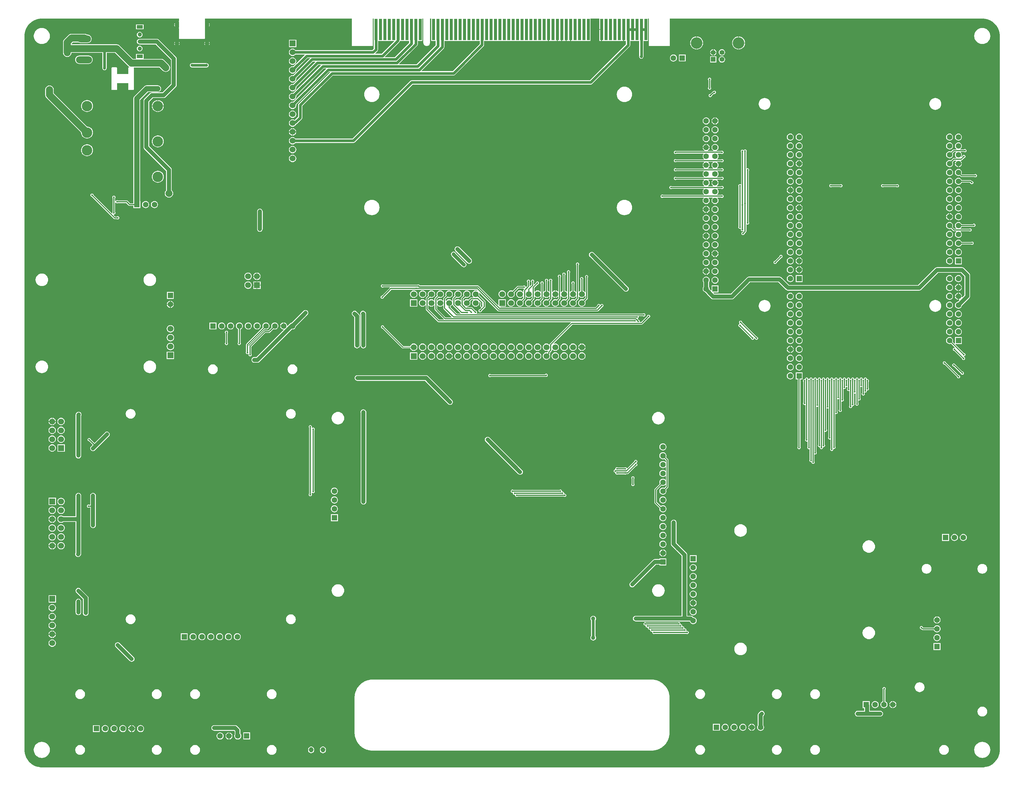
<source format=gbl>
G04*
G04 #@! TF.GenerationSoftware,Altium Limited,Altium Designer,22.6.1 (34)*
G04*
G04 Layer_Physical_Order=2*
G04 Layer_Color=16711680*
%FSLAX24Y24*%
%MOIN*%
G70*
G04*
G04 #@! TF.SameCoordinates,DB5E7376-35C4-4558-AAA8-989BC4282307*
G04*
G04*
G04 #@! TF.FilePolarity,Positive*
G04*
G01*
G75*
%ADD12C,0.0079*%
%ADD15C,0.0118*%
%ADD40R,0.0669X0.0669*%
%ADD41C,0.0669*%
%ADD46R,0.0669X0.0669*%
%ADD54R,0.0358X0.2449*%
%ADD72C,0.0472*%
%ADD73C,0.0315*%
%ADD74C,0.0394*%
%ADD75C,0.0787*%
%ADD76C,0.0591*%
%ADD78R,0.0630X0.0630*%
%ADD79C,0.0630*%
%ADD80R,0.0630X0.0630*%
%ADD81R,0.0709X0.0394*%
%ADD82C,0.0472*%
%ADD83O,0.0512X0.0591*%
%ADD84R,0.0554X0.0554*%
%ADD85C,0.0554*%
%ADD86C,0.1306*%
%ADD87O,0.0787X0.1575*%
%ADD88O,0.1575X0.0787*%
%ADD89O,0.1811X0.0787*%
%ADD90C,0.1181*%
%ADD91C,0.0197*%
%ADD92C,0.0394*%
%ADD93C,0.0787*%
%ADD94C,0.0591*%
%ADD95C,0.0315*%
G36*
X37009Y81547D02*
X39371D01*
Y84646D01*
X39474D01*
Y82118D01*
X39491D01*
Y81249D01*
X39318Y81075D01*
X30651D01*
X30610Y81129D01*
X30523Y81196D01*
X30423Y81237D01*
X30315Y81252D01*
X30207Y81237D01*
X30106Y81196D01*
X30020Y81129D01*
X29954Y81043D01*
X29912Y80943D01*
X29898Y80835D01*
X29912Y80727D01*
X29954Y80626D01*
X30020Y80540D01*
X30106Y80474D01*
X30207Y80432D01*
X30315Y80418D01*
X30423Y80432D01*
X30523Y80474D01*
X30610Y80540D01*
X30651Y80594D01*
X31668D01*
X31687Y80548D01*
X30651Y79511D01*
X30613Y79544D01*
X30635Y79573D01*
X30676Y79626D01*
X30718Y79727D01*
X30732Y79835D01*
X30718Y79943D01*
X30676Y80043D01*
X30610Y80129D01*
X30523Y80196D01*
X30423Y80237D01*
X30315Y80252D01*
X30207Y80237D01*
X30106Y80196D01*
X30020Y80129D01*
X29954Y80043D01*
X29912Y79943D01*
X29898Y79835D01*
X29912Y79727D01*
X29954Y79626D01*
X30020Y79540D01*
X30106Y79474D01*
X30207Y79432D01*
X30315Y79418D01*
X30423Y79432D01*
X30523Y79474D01*
X30576Y79514D01*
X30606Y79537D01*
X30639Y79499D01*
X30382Y79243D01*
X30315Y79252D01*
X30207Y79237D01*
X30106Y79196D01*
X30020Y79129D01*
X29954Y79043D01*
X29912Y78943D01*
X29898Y78835D01*
X29912Y78727D01*
X29954Y78626D01*
X30020Y78540D01*
X30106Y78474D01*
X30207Y78432D01*
X30315Y78418D01*
X30423Y78432D01*
X30523Y78474D01*
X30606Y78537D01*
X30639Y78499D01*
X30382Y78243D01*
X30315Y78252D01*
X30207Y78237D01*
X30106Y78196D01*
X30020Y78129D01*
X29954Y78043D01*
X29912Y77943D01*
X29898Y77835D01*
X29912Y77727D01*
X29954Y77626D01*
X30020Y77540D01*
X30106Y77474D01*
X30207Y77432D01*
X30315Y77418D01*
X30423Y77432D01*
X30523Y77474D01*
X30606Y77537D01*
X30639Y77499D01*
X30382Y77243D01*
X30315Y77252D01*
X30207Y77237D01*
X30106Y77196D01*
X30020Y77129D01*
X29954Y77043D01*
X29912Y76943D01*
X29898Y76835D01*
X29912Y76727D01*
X29954Y76626D01*
X30020Y76540D01*
X30106Y76474D01*
X30207Y76432D01*
X30315Y76418D01*
X30423Y76432D01*
X30523Y76474D01*
X30606Y76537D01*
X30639Y76499D01*
X30382Y76243D01*
X30315Y76252D01*
X30207Y76237D01*
X30106Y76196D01*
X30020Y76129D01*
X29954Y76043D01*
X29912Y75943D01*
X29898Y75835D01*
X29912Y75727D01*
X29954Y75626D01*
X30020Y75540D01*
X30106Y75474D01*
X30207Y75432D01*
X30315Y75418D01*
X30423Y75432D01*
X30523Y75474D01*
X30606Y75537D01*
X30639Y75499D01*
X30382Y75243D01*
X30315Y75252D01*
X30207Y75237D01*
X30106Y75196D01*
X30020Y75129D01*
X29954Y75043D01*
X29912Y74943D01*
X29898Y74835D01*
X29912Y74727D01*
X29954Y74626D01*
X30020Y74540D01*
X30106Y74474D01*
X30207Y74432D01*
X30315Y74418D01*
X30423Y74432D01*
X30523Y74474D01*
X30610Y74540D01*
X30676Y74626D01*
X30718Y74727D01*
X30732Y74835D01*
X30723Y74902D01*
X34438Y78617D01*
X34511D01*
X34530Y78571D01*
X31011Y75052D01*
X30959Y74974D01*
X30940Y74882D01*
Y73564D01*
X30551Y73175D01*
X30523Y73196D01*
X30423Y73237D01*
X30315Y73252D01*
X30207Y73237D01*
X30106Y73196D01*
X30020Y73129D01*
X29954Y73043D01*
X29912Y72943D01*
X29898Y72835D01*
X29912Y72727D01*
X29954Y72626D01*
X30020Y72540D01*
X30106Y72474D01*
X30207Y72432D01*
X30315Y72418D01*
X30423Y72432D01*
X30523Y72474D01*
X30610Y72540D01*
X30676Y72626D01*
X30697Y72677D01*
X30711Y72680D01*
X30789Y72732D01*
X31351Y73294D01*
X31404Y73372D01*
X31422Y73465D01*
Y74782D01*
X34864Y78224D01*
X42565D01*
X42565Y78224D01*
X48504D01*
X48596Y78242D01*
X48674Y78294D01*
X51881Y81501D01*
X51933Y81579D01*
X51951Y81671D01*
Y82118D01*
X59193D01*
Y83421D01*
X59272D01*
Y82118D01*
X60193D01*
Y83421D01*
X60272D01*
Y82118D01*
X60693D01*
Y83421D01*
X60772D01*
Y82118D01*
X61193D01*
Y83421D01*
X61272D01*
Y82118D01*
X61693D01*
Y83421D01*
X61772D01*
Y82118D01*
X63990D01*
Y84646D01*
X64974D01*
Y83461D01*
X65232D01*
Y83421D01*
X65272D01*
Y82118D01*
X67693D01*
Y83421D01*
X67772D01*
Y82118D01*
X67991D01*
Y81757D01*
X63916Y77682D01*
X43780D01*
X43687Y77663D01*
X43609Y77611D01*
X37073Y71075D01*
X30651D01*
X30610Y71129D01*
X30523Y71196D01*
X30423Y71237D01*
X30315Y71252D01*
X30207Y71237D01*
X30106Y71196D01*
X30020Y71129D01*
X29954Y71043D01*
X29912Y70943D01*
X29898Y70835D01*
X29912Y70727D01*
X29954Y70626D01*
X30020Y70540D01*
X30106Y70474D01*
X30207Y70432D01*
X30315Y70418D01*
X30423Y70432D01*
X30523Y70474D01*
X30610Y70540D01*
X30651Y70594D01*
X37173D01*
X37265Y70612D01*
X37344Y70664D01*
X43879Y77200D01*
X64016D01*
X64108Y77218D01*
X64186Y77271D01*
X68403Y81487D01*
X68455Y81565D01*
X68473Y81657D01*
Y82118D01*
X69491D01*
Y80394D01*
X69484Y80354D01*
X69502Y80262D01*
X69554Y80184D01*
X69632Y80132D01*
X69724Y80113D01*
X69817Y80132D01*
X69895Y80184D01*
X69903Y80192D01*
X69955Y80270D01*
X69973Y80362D01*
Y82118D01*
X70490D01*
Y84646D01*
X70593D01*
Y81547D01*
X72956D01*
Y84646D01*
X108268Y84646D01*
X108397Y84646D01*
X108653Y84612D01*
X108902Y84545D01*
X109140Y84446D01*
X109364Y84317D01*
X109568Y84160D01*
X109751Y83978D01*
X109908Y83773D01*
X110037Y83550D01*
X110136Y83311D01*
X110203Y83062D01*
X110236Y82806D01*
Y82677D01*
X110236D01*
X110236Y82677D01*
Y1969D01*
Y1839D01*
X110203Y1584D01*
X110136Y1334D01*
X110037Y1096D01*
X109908Y873D01*
X109751Y668D01*
X109568Y485D01*
X109364Y328D01*
X109140Y199D01*
X108902Y100D01*
X108653Y34D01*
X108397Y0D01*
X1839D01*
X1584Y34D01*
X1334Y100D01*
X1096Y199D01*
X873Y328D01*
X668Y485D01*
X485Y668D01*
X328Y873D01*
X199Y1096D01*
X100Y1334D01*
X34Y1584D01*
X0Y1839D01*
Y1969D01*
Y82677D01*
Y82806D01*
X34Y83062D01*
X100Y83311D01*
X199Y83550D01*
X328Y83773D01*
X485Y83978D01*
X668Y84160D01*
X873Y84317D01*
X1096Y84446D01*
X1334Y84545D01*
X1584Y84612D01*
X1839Y84646D01*
X17479D01*
X17479Y84646D01*
Y84361D01*
X17440Y84337D01*
X17444Y84330D01*
X17450Y84319D01*
X17455Y84307D01*
X17459Y84295D01*
X17463Y84282D01*
X17466Y84270D01*
X17469Y84257D01*
X17471Y84244D01*
X17472Y84232D01*
X17472Y84219D01*
Y84205D01*
Y83693D01*
Y83679D01*
X17472Y83666D01*
X17471Y83653D01*
X17469Y83640D01*
X17466Y83628D01*
X17463Y83615D01*
X17459Y83603D01*
X17455Y83591D01*
X17450Y83579D01*
X17444Y83567D01*
X17440Y83561D01*
X17479Y83537D01*
Y82421D01*
X17485Y82391D01*
X17502Y82364D01*
X17528Y82347D01*
X17559Y82341D01*
X20315D01*
X20346Y82347D01*
X20372Y82364D01*
X20389Y82391D01*
X20395Y82421D01*
Y83537D01*
X20426Y83556D01*
X20424Y83559D01*
X20419Y83571D01*
X20415Y83583D01*
X20411Y83596D01*
X20408Y83608D01*
X20405Y83620D01*
X20403Y83633D01*
X20402Y83646D01*
X20402Y83659D01*
Y83673D01*
Y84224D01*
Y84239D01*
X20402Y84252D01*
X20403Y84264D01*
X20405Y84277D01*
X20408Y84290D01*
X20411Y84302D01*
X20415Y84315D01*
X20419Y84326D01*
X20424Y84338D01*
X20426Y84342D01*
X20395Y84361D01*
Y84646D01*
X20395Y84646D01*
X37009D01*
Y81547D01*
D02*
G37*
G36*
X41780Y82072D02*
X40382Y80674D01*
X39663D01*
X39643Y80720D01*
X39903Y80979D01*
X39955Y81057D01*
X39973Y81150D01*
Y82118D01*
X41761D01*
X41780Y82072D01*
D02*
G37*
G36*
X43491Y81909D02*
X41863Y80280D01*
X40735D01*
X40716Y80326D01*
X42381Y81992D01*
X42433Y82070D01*
X42443Y82118D01*
X43491D01*
Y81909D01*
D02*
G37*
G36*
X45093Y81927D02*
X45093D01*
X45097Y81878D01*
X45122Y81783D01*
X45171Y81698D01*
X45241Y81629D01*
X45326Y81580D01*
X45420Y81555D01*
X45519D01*
X45613Y81580D01*
X45698Y81629D01*
X45768Y81698D01*
X45817Y81783D01*
X45841Y81875D01*
X45842Y81878D01*
X45845Y81915D01*
X45845Y81923D01*
X45845D01*
X45845Y81927D01*
X45845Y81927D01*
X45845Y81973D01*
Y84646D01*
X45974D01*
Y82118D01*
X46491D01*
Y81635D01*
X44349Y79493D01*
X42379D01*
X42360Y79539D01*
X44403Y81582D01*
X44455Y81660D01*
X44473Y81752D01*
Y82118D01*
X44990D01*
Y84646D01*
X45093D01*
Y81927D01*
D02*
G37*
G36*
X51470Y81771D02*
X48404Y78705D01*
X44899D01*
X44880Y78752D01*
X47403Y81275D01*
X47455Y81353D01*
X47473Y81445D01*
Y82118D01*
X51470D01*
Y81771D01*
D02*
G37*
G36*
X32286Y80146D02*
X30651Y78511D01*
X30613Y78544D01*
X30676Y78626D01*
X30718Y78727D01*
X30732Y78835D01*
X30723Y78902D01*
X32013Y80192D01*
X32267D01*
X32286Y80146D01*
D02*
G37*
G36*
X32892Y79752D02*
X30651Y77511D01*
X30613Y77544D01*
X30676Y77626D01*
X30718Y77727D01*
X30732Y77835D01*
X30723Y77902D01*
X32619Y79799D01*
X32873D01*
X32892Y79752D01*
D02*
G37*
G36*
X33498Y79359D02*
X30651Y76511D01*
X30613Y76544D01*
X30676Y76626D01*
X30718Y76727D01*
X30732Y76835D01*
X30723Y76902D01*
X33226Y79405D01*
X33479D01*
X33498Y79359D01*
D02*
G37*
G36*
X34105Y78965D02*
X30651Y75511D01*
X30613Y75544D01*
X30676Y75626D01*
X30718Y75727D01*
X30732Y75835D01*
X30723Y75902D01*
X33832Y79011D01*
X34085D01*
X34105Y78965D01*
D02*
G37*
%LPC*%
G36*
X17157Y84444D02*
X17156Y84444D01*
X17155Y84443D01*
X17157Y84444D01*
D02*
G37*
G36*
X17316Y84444D02*
X17318Y84443D01*
X17317Y84444D01*
X17316Y84444D01*
D02*
G37*
G36*
X20874Y84158D02*
Y83988D01*
X20950D01*
X20945Y84031D01*
X20913Y84108D01*
X20874Y84158D01*
D02*
G37*
G36*
X17000D02*
X16961Y84108D01*
X16929Y84031D01*
X16924Y83988D01*
X17000D01*
Y84158D01*
D02*
G37*
G36*
X20950Y83909D02*
X20874D01*
Y83739D01*
X20913Y83790D01*
X20945Y83867D01*
X20950Y83909D01*
D02*
G37*
G36*
X17000Y83909D02*
X16924D01*
X16929Y83867D01*
X16961Y83790D01*
X17000Y83739D01*
Y83909D01*
D02*
G37*
G36*
X17155Y83454D02*
X17156Y83454D01*
X17157Y83454D01*
X17155Y83454D01*
D02*
G37*
G36*
X17318Y83454D02*
X17316Y83454D01*
X17317Y83454D01*
X17318Y83454D01*
D02*
G37*
G36*
X13465Y83996D02*
X12598D01*
Y83445D01*
X13465D01*
Y83996D01*
D02*
G37*
G36*
X13032Y83152D02*
X12949Y83141D01*
X12873Y83110D01*
X12807Y83059D01*
X12756Y82993D01*
X12725Y82917D01*
X12714Y82835D01*
X12725Y82752D01*
X12756Y82676D01*
X12807Y82610D01*
X12873Y82560D01*
X12949Y82528D01*
X13032Y82517D01*
X13114Y82528D01*
X13190Y82560D01*
X13256Y82610D01*
X13307Y82676D01*
X13338Y82752D01*
X13349Y82835D01*
X13338Y82917D01*
X13307Y82993D01*
X13256Y83059D01*
X13190Y83110D01*
X13114Y83141D01*
X13032Y83152D01*
D02*
G37*
G36*
X65193Y83382D02*
X64974D01*
Y82118D01*
X65193D01*
Y83382D01*
D02*
G37*
G36*
X80756Y82621D02*
Y81929D01*
X81448D01*
X81437Y82033D01*
X81396Y82171D01*
X81328Y82298D01*
X81236Y82410D01*
X81125Y82501D01*
X80998Y82569D01*
X80860Y82611D01*
X80756Y82621D01*
D02*
G37*
G36*
X76016D02*
Y81929D01*
X76708D01*
X76697Y82033D01*
X76655Y82171D01*
X76588Y82298D01*
X76496Y82410D01*
X76385Y82501D01*
X76258Y82569D01*
X76120Y82611D01*
X76016Y82621D01*
D02*
G37*
G36*
X75937Y82621D02*
X75833Y82611D01*
X75695Y82569D01*
X75568Y82501D01*
X75457Y82410D01*
X75365Y82298D01*
X75297Y82171D01*
X75255Y82033D01*
X75245Y81929D01*
X75937D01*
Y82621D01*
D02*
G37*
G36*
X80677Y82621D02*
X80573Y82611D01*
X80435Y82569D01*
X80308Y82501D01*
X80197Y82410D01*
X80105Y82298D01*
X80037Y82171D01*
X79996Y82033D01*
X79985Y81929D01*
X80677D01*
Y82621D01*
D02*
G37*
G36*
X6811Y82917D02*
X5304D01*
X5180Y82901D01*
X5066Y82854D01*
X4967Y82778D01*
X4506Y82317D01*
X4430Y82218D01*
X4382Y82103D01*
X4366Y81980D01*
Y81575D01*
X4366Y81575D01*
Y80787D01*
X4382Y80664D01*
X4430Y80549D01*
X4506Y80450D01*
X4604Y80375D01*
X4719Y80327D01*
X4843Y80311D01*
X4966Y80327D01*
X5081Y80375D01*
X5179Y80450D01*
X5255Y80549D01*
X5303Y80664D01*
X5318Y80783D01*
X8814D01*
Y79055D01*
X8833Y78963D01*
X8885Y78885D01*
X8963Y78833D01*
X9055Y78814D01*
X9147Y78833D01*
X9225Y78885D01*
X9278Y78963D01*
X9296Y79055D01*
Y80783D01*
X10235D01*
X11749Y79269D01*
X11847Y79194D01*
X11867Y79185D01*
X11857Y79135D01*
X11811D01*
X11780Y79129D01*
X11754Y79112D01*
X11737Y79086D01*
X11731Y79055D01*
Y78368D01*
X10474D01*
Y79055D01*
X10468Y79086D01*
X10450Y79112D01*
X10424Y79129D01*
X10394Y79135D01*
X9921D01*
X9891Y79129D01*
X9864Y79112D01*
X9847Y79086D01*
X9841Y79055D01*
Y76654D01*
X9847Y76623D01*
X9864Y76597D01*
X9891Y76579D01*
X9921Y76573D01*
X10394D01*
X10424Y76579D01*
X10450Y76597D01*
X10468Y76623D01*
X10474Y76654D01*
Y77341D01*
X11731D01*
Y76654D01*
X11737Y76623D01*
X11754Y76597D01*
X11780Y76579D01*
X11811Y76573D01*
X12283D01*
X12314Y76579D01*
X12340Y76597D01*
X12358Y76623D01*
X12364Y76654D01*
Y79055D01*
X12359Y79080D01*
X12363Y79093D01*
X12388Y79130D01*
X15275D01*
X15647Y78758D01*
X15746Y78682D01*
X15861Y78634D01*
X15984Y78618D01*
X16108Y78634D01*
X16223Y78682D01*
X16321Y78758D01*
X16397Y78856D01*
X16445Y78971D01*
X16461Y79094D01*
X16445Y79218D01*
X16397Y79333D01*
X16321Y79431D01*
X15809Y79943D01*
X15711Y80019D01*
X15596Y80067D01*
X15472Y80083D01*
X13508D01*
X13465Y80098D01*
X13465Y80133D01*
Y80650D01*
X12598D01*
X12598Y80098D01*
X12555Y80083D01*
X12283D01*
X10769Y81597D01*
X10670Y81673D01*
X10555Y81720D01*
X10432Y81736D01*
X5329D01*
X5323Y81786D01*
X5501Y81964D01*
X6081D01*
X6100Y81950D01*
X6215Y81902D01*
X6339Y81886D01*
X7126D01*
X7249Y81902D01*
X7364Y81950D01*
X7463Y82025D01*
X7539Y82124D01*
X7586Y82239D01*
X7602Y82362D01*
X7586Y82486D01*
X7539Y82600D01*
X7463Y82699D01*
X7364Y82775D01*
X7249Y82822D01*
X7126Y82839D01*
X7069D01*
X7049Y82854D01*
X6934Y82901D01*
X6811Y82917D01*
D02*
G37*
G36*
X20874Y82048D02*
Y81878D01*
X20950D01*
X20945Y81921D01*
X20913Y81997D01*
X20874Y82048D01*
D02*
G37*
G36*
X20402Y82049D02*
X20363Y81997D01*
X20331Y81921D01*
X20325Y81878D01*
X20402D01*
Y82035D01*
X20402Y82048D01*
X20402Y82049D01*
D02*
G37*
G36*
X17472D02*
X17472Y82048D01*
X17472Y82035D01*
Y81878D01*
X17549D01*
X17543Y81921D01*
X17511Y81997D01*
X17472Y82049D01*
D02*
G37*
G36*
X17000Y82049D02*
X16961Y81997D01*
X16929Y81921D01*
X16924Y81878D01*
X17000D01*
Y82035D01*
X17000Y82048D01*
X17000Y82049D01*
D02*
G37*
G36*
X108268Y83587D02*
X108090Y83570D01*
X107920Y83518D01*
X107762Y83434D01*
X107624Y83321D01*
X107511Y83183D01*
X107427Y83025D01*
X107375Y82855D01*
X107358Y82677D01*
X107375Y82500D01*
X107427Y82329D01*
X107511Y82172D01*
X107624Y82034D01*
X107762Y81921D01*
X107920Y81837D01*
X108090Y81785D01*
X108268Y81767D01*
X108445Y81785D01*
X108616Y81837D01*
X108773Y81921D01*
X108911Y82034D01*
X109024Y82172D01*
X109108Y82329D01*
X109160Y82500D01*
X109178Y82677D01*
X109160Y82855D01*
X109108Y83025D01*
X109024Y83183D01*
X108911Y83321D01*
X108773Y83434D01*
X108616Y83518D01*
X108445Y83570D01*
X108268Y83587D01*
D02*
G37*
G36*
X1969Y83587D02*
X1791Y83570D01*
X1620Y83518D01*
X1463Y83434D01*
X1325Y83321D01*
X1212Y83183D01*
X1128Y83025D01*
X1076Y82855D01*
X1059Y82677D01*
X1076Y82500D01*
X1128Y82329D01*
X1212Y82172D01*
X1325Y82034D01*
X1463Y81921D01*
X1620Y81837D01*
X1791Y81785D01*
X1969Y81767D01*
X2146Y81785D01*
X2317Y81837D01*
X2474Y81921D01*
X2612Y82034D01*
X2725Y82172D01*
X2809Y82329D01*
X2861Y82500D01*
X2878Y82677D01*
X2861Y82855D01*
X2809Y83025D01*
X2725Y83183D01*
X2612Y83321D01*
X2474Y83434D01*
X2317Y83518D01*
X2146Y83570D01*
X1969Y83587D01*
D02*
G37*
G36*
X17000Y81799D02*
X16924D01*
X16929Y81756D01*
X16961Y81680D01*
X17000Y81628D01*
X17000Y81630D01*
X17000Y81642D01*
Y81799D01*
D02*
G37*
G36*
X20402Y81799D02*
X20325D01*
X20331Y81756D01*
X20363Y81680D01*
X20402Y81628D01*
X20402Y81630D01*
X20402Y81642D01*
Y81799D01*
D02*
G37*
G36*
X17549Y81799D02*
X17472D01*
Y81642D01*
X17472Y81630D01*
X17472Y81628D01*
X17511Y81680D01*
X17543Y81756D01*
X17549Y81799D01*
D02*
G37*
G36*
X20950Y81799D02*
X20874D01*
Y81661D01*
Y81647D01*
X20874Y81634D01*
X20873Y81628D01*
X20913Y81680D01*
X20945Y81756D01*
X20950Y81799D01*
D02*
G37*
G36*
X30728Y82248D02*
X29902D01*
Y81421D01*
X30728D01*
Y82248D01*
D02*
G37*
G36*
X75937Y81850D02*
X75245D01*
X75255Y81746D01*
X75297Y81608D01*
X75365Y81481D01*
X75457Y81370D01*
X75568Y81279D01*
X75695Y81211D01*
X75833Y81169D01*
X75937Y81159D01*
Y81850D01*
D02*
G37*
G36*
X81448D02*
X80756D01*
Y81159D01*
X80860Y81169D01*
X80998Y81211D01*
X81125Y81279D01*
X81236Y81370D01*
X81328Y81481D01*
X81396Y81608D01*
X81437Y81746D01*
X81448Y81850D01*
D02*
G37*
G36*
X80677D02*
X79985D01*
X79996Y81746D01*
X80037Y81608D01*
X80105Y81481D01*
X80197Y81370D01*
X80308Y81279D01*
X80435Y81211D01*
X80573Y81169D01*
X80677Y81159D01*
Y81850D01*
D02*
G37*
G36*
X76708D02*
X76016D01*
Y81159D01*
X76120Y81169D01*
X76258Y81211D01*
X76385Y81279D01*
X76496Y81370D01*
X76588Y81481D01*
X76655Y81608D01*
X76697Y81746D01*
X76708Y81850D01*
D02*
G37*
G36*
X13032Y81578D02*
X12949Y81567D01*
X12873Y81535D01*
X12807Y81484D01*
X12756Y81419D01*
X12725Y81342D01*
X12714Y81260D01*
X12725Y81178D01*
X12756Y81101D01*
X12807Y81035D01*
X12873Y80985D01*
X12949Y80953D01*
X13032Y80942D01*
X13114Y80953D01*
X13190Y80985D01*
X13256Y81035D01*
X13307Y81101D01*
X13338Y81178D01*
X13349Y81260D01*
X13338Y81342D01*
X13307Y81419D01*
X13256Y81484D01*
X13190Y81535D01*
X13114Y81567D01*
X13032Y81578D01*
D02*
G37*
G36*
X77894Y81181D02*
Y80866D01*
X78208D01*
X78201Y80920D01*
X78165Y81006D01*
X78108Y81081D01*
X78034Y81138D01*
X77947Y81174D01*
X77894Y81181D01*
D02*
G37*
G36*
X77815Y81181D02*
X77761Y81174D01*
X77675Y81138D01*
X77600Y81081D01*
X77543Y81006D01*
X77508Y80920D01*
X77501Y80866D01*
X77815D01*
Y81181D01*
D02*
G37*
G36*
Y80787D02*
X77501D01*
X77508Y80734D01*
X77543Y80647D01*
X77600Y80573D01*
X77675Y80516D01*
X77761Y80480D01*
X77815Y80473D01*
Y80787D01*
D02*
G37*
G36*
X78208D02*
X77894D01*
Y80473D01*
X77947Y80480D01*
X78034Y80516D01*
X78108Y80573D01*
X78165Y80647D01*
X78201Y80734D01*
X78208Y80787D01*
D02*
G37*
G36*
X78839Y81186D02*
X78746Y81174D01*
X78659Y81138D01*
X78585Y81081D01*
X78528Y81006D01*
X78492Y80920D01*
X78480Y80827D01*
X78492Y80734D01*
X78528Y80647D01*
X78585Y80573D01*
X78659Y80516D01*
X78746Y80480D01*
X78839Y80468D01*
X78931Y80480D01*
X79018Y80516D01*
X79092Y80573D01*
X79149Y80647D01*
X79185Y80734D01*
X79198Y80827D01*
X79185Y80920D01*
X79149Y81006D01*
X79092Y81081D01*
X79018Y81138D01*
X78931Y81174D01*
X78839Y81186D01*
D02*
G37*
G36*
X74752Y80591D02*
X73965D01*
Y79803D01*
X74752D01*
Y80591D01*
D02*
G37*
G36*
X73358Y80594D02*
X73255Y80580D01*
X73160Y80541D01*
X73077Y80478D01*
X73014Y80395D01*
X72975Y80300D01*
X72961Y80197D01*
X72975Y80094D01*
X73014Y79998D01*
X73077Y79916D01*
X73160Y79853D01*
X73255Y79813D01*
X73358Y79800D01*
X73461Y79813D01*
X73557Y79853D01*
X73639Y79916D01*
X73702Y79998D01*
X73742Y80094D01*
X73755Y80197D01*
X73742Y80300D01*
X73702Y80395D01*
X73639Y80478D01*
X73557Y80541D01*
X73461Y80580D01*
X73358Y80594D01*
D02*
G37*
G36*
X78210Y80395D02*
X77498D01*
Y79683D01*
X78210D01*
Y80395D01*
D02*
G37*
G36*
X78839Y80398D02*
X78746Y80386D01*
X78659Y80350D01*
X78585Y80293D01*
X78528Y80219D01*
X78492Y80132D01*
X78480Y80039D01*
X78492Y79946D01*
X78528Y79860D01*
X78585Y79786D01*
X78659Y79728D01*
X78746Y79693D01*
X78839Y79680D01*
X78931Y79693D01*
X79018Y79728D01*
X79092Y79786D01*
X79149Y79860D01*
X79185Y79946D01*
X79198Y80039D01*
X79185Y80132D01*
X79149Y80219D01*
X79092Y80293D01*
X79018Y80350D01*
X78931Y80386D01*
X78839Y80398D01*
D02*
G37*
G36*
X7244Y80477D02*
X6220D01*
X6097Y80460D01*
X5982Y80413D01*
X5884Y80337D01*
X5808Y80238D01*
X5760Y80123D01*
X5744Y80000D01*
X5760Y79877D01*
X5808Y79762D01*
X5884Y79663D01*
X5982Y79587D01*
X6097Y79540D01*
X6220Y79523D01*
X7244D01*
X7367Y79540D01*
X7482Y79587D01*
X7581Y79663D01*
X7657Y79762D01*
X7704Y79877D01*
X7721Y80000D01*
X7704Y80123D01*
X7657Y80238D01*
X7581Y80337D01*
X7482Y80413D01*
X7367Y80460D01*
X7244Y80477D01*
D02*
G37*
G36*
X20591Y79611D02*
X18937D01*
X18845Y79593D01*
X18767Y79540D01*
X18714Y79462D01*
X18696Y79370D01*
X18714Y79278D01*
X18767Y79200D01*
X18845Y79148D01*
X18937Y79129D01*
X20591D01*
X20683Y79148D01*
X20761Y79200D01*
X20813Y79278D01*
X20831Y79370D01*
X20813Y79462D01*
X20761Y79540D01*
X20683Y79593D01*
X20591Y79611D01*
D02*
G37*
G36*
X77441Y77976D02*
X77372Y77962D01*
X77313Y77923D01*
X77274Y77864D01*
X77260Y77795D01*
X77274Y77726D01*
X77300Y77687D01*
Y76880D01*
X77274Y76841D01*
X77260Y76772D01*
X77274Y76703D01*
X77313Y76644D01*
X77372Y76605D01*
X77441Y76591D01*
X77510Y76605D01*
X77569Y76644D01*
X77608Y76703D01*
X77622Y76772D01*
X77608Y76841D01*
X77581Y76880D01*
Y77687D01*
X77608Y77726D01*
X77622Y77795D01*
X77608Y77864D01*
X77569Y77923D01*
X77510Y77962D01*
X77441Y77976D01*
D02*
G37*
G36*
X77992Y76490D02*
X77923Y76476D01*
X77864Y76437D01*
X77862Y76433D01*
X77815Y76424D01*
X77769Y76393D01*
X77497Y76121D01*
X77451Y76112D01*
X77392Y76073D01*
X77353Y76014D01*
X77339Y75945D01*
X77353Y75876D01*
X77392Y75817D01*
X77451Y75778D01*
X77520Y75764D01*
X77589Y75778D01*
X77647Y75817D01*
X77687Y75876D01*
X77696Y75922D01*
X77919Y76145D01*
X77923Y76142D01*
X77992Y76128D01*
X78061Y76142D01*
X78120Y76181D01*
X78159Y76240D01*
X78173Y76309D01*
X78159Y76378D01*
X78120Y76437D01*
X78061Y76476D01*
X77992Y76490D01*
D02*
G37*
G36*
X67815Y76953D02*
X67645Y76936D01*
X67482Y76887D01*
X67331Y76806D01*
X67200Y76698D01*
X67091Y76566D01*
X67011Y76416D01*
X66961Y76252D01*
X66945Y76083D01*
X66961Y75913D01*
X67011Y75750D01*
X67091Y75599D01*
X67200Y75467D01*
X67331Y75359D01*
X67482Y75279D01*
X67645Y75229D01*
X67815Y75212D01*
X67985Y75229D01*
X68148Y75279D01*
X68298Y75359D01*
X68430Y75467D01*
X68539Y75599D01*
X68619Y75750D01*
X68669Y75913D01*
X68685Y76083D01*
X68669Y76252D01*
X68619Y76416D01*
X68539Y76566D01*
X68430Y76698D01*
X68298Y76806D01*
X68148Y76887D01*
X67985Y76936D01*
X67815Y76953D01*
D02*
G37*
G36*
X39272D02*
X39102Y76936D01*
X38939Y76887D01*
X38788Y76806D01*
X38656Y76698D01*
X38548Y76566D01*
X38468Y76416D01*
X38418Y76252D01*
X38401Y76083D01*
X38418Y75913D01*
X38468Y75750D01*
X38548Y75599D01*
X38656Y75467D01*
X38788Y75359D01*
X38939Y75279D01*
X39102Y75229D01*
X39272Y75212D01*
X39441Y75229D01*
X39605Y75279D01*
X39755Y75359D01*
X39887Y75467D01*
X39995Y75599D01*
X40076Y75750D01*
X40125Y75913D01*
X40142Y76083D01*
X40125Y76252D01*
X40076Y76416D01*
X39995Y76566D01*
X39887Y76698D01*
X39755Y76806D01*
X39605Y76887D01*
X39441Y76936D01*
X39272Y76953D01*
D02*
G37*
G36*
X15126Y75432D02*
Y74803D01*
X15755D01*
X15746Y74895D01*
X15708Y75021D01*
X15646Y75137D01*
X15562Y75239D01*
X15460Y75323D01*
X15344Y75385D01*
X15218Y75423D01*
X15126Y75432D01*
D02*
G37*
G36*
X15047D02*
X14955Y75423D01*
X14829Y75385D01*
X14713Y75323D01*
X14611Y75239D01*
X14527Y75137D01*
X14465Y75021D01*
X14427Y74895D01*
X14418Y74803D01*
X15047D01*
Y75432D01*
D02*
G37*
G36*
X102953Y75673D02*
X102822Y75660D01*
X102695Y75621D01*
X102579Y75559D01*
X102477Y75476D01*
X102394Y75374D01*
X102331Y75257D01*
X102293Y75131D01*
X102280Y75000D01*
X102293Y74869D01*
X102331Y74743D01*
X102394Y74626D01*
X102477Y74524D01*
X102579Y74441D01*
X102695Y74379D01*
X102822Y74340D01*
X102953Y74327D01*
X103084Y74340D01*
X103210Y74379D01*
X103326Y74441D01*
X103428Y74524D01*
X103512Y74626D01*
X103574Y74743D01*
X103612Y74869D01*
X103625Y75000D01*
X103612Y75131D01*
X103574Y75257D01*
X103512Y75374D01*
X103428Y75476D01*
X103326Y75559D01*
X103210Y75621D01*
X103084Y75660D01*
X102953Y75673D01*
D02*
G37*
G36*
X83661D02*
X83530Y75660D01*
X83404Y75621D01*
X83288Y75559D01*
X83186Y75476D01*
X83102Y75374D01*
X83040Y75257D01*
X83002Y75131D01*
X82989Y75000D01*
X83002Y74869D01*
X83040Y74743D01*
X83102Y74626D01*
X83186Y74524D01*
X83288Y74441D01*
X83404Y74379D01*
X83530Y74340D01*
X83661Y74327D01*
X83793Y74340D01*
X83919Y74379D01*
X84035Y74441D01*
X84137Y74524D01*
X84221Y74626D01*
X84283Y74743D01*
X84321Y74869D01*
X84334Y75000D01*
X84321Y75131D01*
X84283Y75257D01*
X84221Y75374D01*
X84137Y75476D01*
X84035Y75559D01*
X83919Y75621D01*
X83793Y75660D01*
X83661Y75673D01*
D02*
G37*
G36*
X15755Y74724D02*
X15126D01*
Y74095D01*
X15218Y74104D01*
X15344Y74142D01*
X15460Y74205D01*
X15562Y74288D01*
X15646Y74390D01*
X15708Y74506D01*
X15746Y74633D01*
X15755Y74724D01*
D02*
G37*
G36*
X15047D02*
X14418D01*
X14427Y74633D01*
X14465Y74506D01*
X14527Y74390D01*
X14611Y74288D01*
X14713Y74205D01*
X14829Y74142D01*
X14955Y74104D01*
X15047Y74095D01*
Y74724D01*
D02*
G37*
G36*
X7087Y75436D02*
X6955Y75423D01*
X6829Y75385D01*
X6713Y75323D01*
X6611Y75239D01*
X6527Y75137D01*
X6465Y75021D01*
X6427Y74895D01*
X6414Y74764D01*
X6427Y74633D01*
X6465Y74506D01*
X6527Y74390D01*
X6611Y74288D01*
X6713Y74205D01*
X6829Y74142D01*
X6955Y74104D01*
X7087Y74091D01*
X7218Y74104D01*
X7344Y74142D01*
X7460Y74205D01*
X7562Y74288D01*
X7646Y74390D01*
X7708Y74506D01*
X7746Y74633D01*
X7759Y74764D01*
X7746Y74895D01*
X7708Y75021D01*
X7646Y75137D01*
X7562Y75239D01*
X7460Y75323D01*
X7344Y75385D01*
X7218Y75423D01*
X7087Y75436D01*
D02*
G37*
G36*
X30315Y74252D02*
X30207Y74237D01*
X30106Y74196D01*
X30020Y74129D01*
X29954Y74043D01*
X29912Y73943D01*
X29898Y73835D01*
X29912Y73727D01*
X29954Y73626D01*
X30020Y73540D01*
X30106Y73474D01*
X30207Y73432D01*
X30315Y73418D01*
X30423Y73432D01*
X30523Y73474D01*
X30610Y73540D01*
X30676Y73626D01*
X30718Y73727D01*
X30732Y73835D01*
X30718Y73943D01*
X30676Y74043D01*
X30610Y74129D01*
X30523Y74196D01*
X30423Y74237D01*
X30315Y74252D01*
D02*
G37*
G36*
X78098Y73475D02*
Y73122D01*
X78451D01*
X78443Y73185D01*
X78403Y73281D01*
X78340Y73363D01*
X78258Y73427D01*
X78162Y73466D01*
X78098Y73475D01*
D02*
G37*
G36*
X78020Y73475D02*
X77956Y73466D01*
X77861Y73427D01*
X77778Y73363D01*
X77715Y73281D01*
X77675Y73185D01*
X77667Y73122D01*
X78020D01*
Y73475D01*
D02*
G37*
G36*
X78451Y73043D02*
X78098D01*
Y72691D01*
X78162Y72699D01*
X78258Y72739D01*
X78340Y72802D01*
X78403Y72884D01*
X78443Y72980D01*
X78451Y73043D01*
D02*
G37*
G36*
X78020D02*
X77667D01*
X77675Y72980D01*
X77715Y72884D01*
X77778Y72802D01*
X77861Y72739D01*
X77956Y72699D01*
X78020Y72691D01*
Y73043D01*
D02*
G37*
G36*
X77059Y73480D02*
X76956Y73466D01*
X76861Y73427D01*
X76778Y73363D01*
X76715Y73281D01*
X76675Y73185D01*
X76662Y73083D01*
X76675Y72980D01*
X76715Y72884D01*
X76778Y72802D01*
X76861Y72739D01*
X76956Y72699D01*
X77059Y72686D01*
X77162Y72699D01*
X77258Y72739D01*
X77340Y72802D01*
X77403Y72884D01*
X77443Y72980D01*
X77456Y73083D01*
X77443Y73185D01*
X77403Y73281D01*
X77340Y73363D01*
X77258Y73427D01*
X77162Y73466D01*
X77059Y73480D01*
D02*
G37*
G36*
X30354Y72246D02*
Y71874D01*
X30727D01*
X30718Y71943D01*
X30676Y72043D01*
X30610Y72129D01*
X30523Y72196D01*
X30423Y72237D01*
X30354Y72246D01*
D02*
G37*
G36*
X30276D02*
X30207Y72237D01*
X30106Y72196D01*
X30020Y72129D01*
X29954Y72043D01*
X29912Y71943D01*
X29903Y71874D01*
X30276D01*
Y72246D01*
D02*
G37*
G36*
X78059Y72480D02*
X77956Y72466D01*
X77861Y72427D01*
X77778Y72363D01*
X77715Y72281D01*
X77675Y72185D01*
X77662Y72083D01*
X77675Y71980D01*
X77715Y71884D01*
X77778Y71802D01*
X77861Y71739D01*
X77956Y71699D01*
X78059Y71686D01*
X78162Y71699D01*
X78258Y71739D01*
X78340Y71802D01*
X78403Y71884D01*
X78443Y71980D01*
X78456Y72083D01*
X78443Y72185D01*
X78403Y72281D01*
X78340Y72363D01*
X78258Y72427D01*
X78162Y72466D01*
X78059Y72480D01*
D02*
G37*
G36*
X77059D02*
X76956Y72466D01*
X76861Y72427D01*
X76778Y72363D01*
X76715Y72281D01*
X76675Y72185D01*
X76662Y72083D01*
X76675Y71980D01*
X76715Y71884D01*
X76778Y71802D01*
X76861Y71739D01*
X76956Y71699D01*
X77059Y71686D01*
X77162Y71699D01*
X77258Y71739D01*
X77340Y71802D01*
X77403Y71884D01*
X77443Y71980D01*
X77456Y72083D01*
X77443Y72185D01*
X77403Y72281D01*
X77340Y72363D01*
X77258Y72427D01*
X77162Y72466D01*
X77059Y72480D01*
D02*
G37*
G36*
X30727Y71795D02*
X30354D01*
Y71423D01*
X30423Y71432D01*
X30523Y71474D01*
X30610Y71540D01*
X30676Y71626D01*
X30718Y71727D01*
X30727Y71795D01*
D02*
G37*
G36*
X30276D02*
X29903D01*
X29912Y71727D01*
X29954Y71626D01*
X30020Y71540D01*
X30106Y71474D01*
X30207Y71432D01*
X30276Y71423D01*
Y71795D01*
D02*
G37*
G36*
X2835Y77091D02*
X2711Y77074D01*
X2596Y77027D01*
X2498Y76951D01*
X2422Y76852D01*
X2374Y76738D01*
X2358Y76614D01*
Y76016D01*
X2374Y75892D01*
X2422Y75777D01*
X2498Y75679D01*
X6414Y71762D01*
X6427Y71633D01*
X6465Y71506D01*
X6527Y71390D01*
X6611Y71288D01*
X6713Y71205D01*
X6829Y71142D01*
X6955Y71104D01*
X7087Y71091D01*
X7218Y71104D01*
X7344Y71142D01*
X7460Y71205D01*
X7562Y71288D01*
X7646Y71390D01*
X7708Y71506D01*
X7746Y71633D01*
X7759Y71764D01*
X7746Y71895D01*
X7708Y72021D01*
X7646Y72137D01*
X7562Y72239D01*
X7460Y72323D01*
X7344Y72385D01*
X7218Y72423D01*
X7088Y72436D01*
X3311Y76213D01*
Y76614D01*
X3295Y76738D01*
X3247Y76852D01*
X3172Y76951D01*
X3073Y77027D01*
X2958Y77074D01*
X2835Y77091D01*
D02*
G37*
G36*
X105563Y71649D02*
X105460Y71636D01*
X105364Y71596D01*
X105282Y71533D01*
X105219Y71451D01*
X105179Y71355D01*
X105166Y71252D01*
X105179Y71149D01*
X105219Y71053D01*
X105282Y70971D01*
X105364Y70908D01*
X105460Y70868D01*
X105563Y70855D01*
X105666Y70868D01*
X105762Y70908D01*
X105844Y70971D01*
X105907Y71053D01*
X105947Y71149D01*
X105960Y71252D01*
X105947Y71355D01*
X105907Y71451D01*
X105844Y71533D01*
X105762Y71596D01*
X105666Y71636D01*
X105563Y71649D01*
D02*
G37*
G36*
X104563D02*
X104460Y71636D01*
X104364Y71596D01*
X104282Y71533D01*
X104219Y71451D01*
X104179Y71355D01*
X104166Y71252D01*
X104179Y71149D01*
X104219Y71053D01*
X104282Y70971D01*
X104364Y70908D01*
X104460Y70868D01*
X104563Y70855D01*
X104666Y70868D01*
X104762Y70908D01*
X104844Y70971D01*
X104907Y71053D01*
X104947Y71149D01*
X104960Y71252D01*
X104947Y71355D01*
X104907Y71451D01*
X104844Y71533D01*
X104762Y71596D01*
X104666Y71636D01*
X104563Y71649D01*
D02*
G37*
G36*
X87563D02*
X87460Y71636D01*
X87364Y71596D01*
X87282Y71533D01*
X87219Y71451D01*
X87179Y71355D01*
X87166Y71252D01*
X87179Y71149D01*
X87219Y71053D01*
X87282Y70971D01*
X87364Y70908D01*
X87460Y70868D01*
X87563Y70855D01*
X87666Y70868D01*
X87762Y70908D01*
X87844Y70971D01*
X87907Y71053D01*
X87947Y71149D01*
X87960Y71252D01*
X87947Y71355D01*
X87907Y71451D01*
X87844Y71533D01*
X87762Y71596D01*
X87666Y71636D01*
X87563Y71649D01*
D02*
G37*
G36*
X86563D02*
X86460Y71636D01*
X86364Y71596D01*
X86282Y71533D01*
X86219Y71451D01*
X86179Y71355D01*
X86166Y71252D01*
X86179Y71149D01*
X86219Y71053D01*
X86282Y70971D01*
X86364Y70908D01*
X86460Y70868D01*
X86563Y70855D01*
X86666Y70868D01*
X86762Y70908D01*
X86844Y70971D01*
X86907Y71053D01*
X86947Y71149D01*
X86960Y71252D01*
X86947Y71355D01*
X86907Y71451D01*
X86844Y71533D01*
X86762Y71596D01*
X86666Y71636D01*
X86563Y71649D01*
D02*
G37*
G36*
X78059Y71480D02*
X77956Y71466D01*
X77861Y71427D01*
X77778Y71363D01*
X77715Y71281D01*
X77675Y71185D01*
X77662Y71083D01*
X77675Y70980D01*
X77715Y70884D01*
X77778Y70802D01*
X77861Y70739D01*
X77956Y70699D01*
X78059Y70686D01*
X78162Y70699D01*
X78258Y70739D01*
X78340Y70802D01*
X78403Y70884D01*
X78443Y70980D01*
X78456Y71083D01*
X78443Y71185D01*
X78403Y71281D01*
X78340Y71363D01*
X78258Y71427D01*
X78162Y71466D01*
X78059Y71480D01*
D02*
G37*
G36*
X77059D02*
X76956Y71466D01*
X76861Y71427D01*
X76778Y71363D01*
X76715Y71281D01*
X76675Y71185D01*
X76662Y71083D01*
X76675Y70980D01*
X76715Y70884D01*
X76778Y70802D01*
X76861Y70739D01*
X76956Y70699D01*
X77059Y70686D01*
X77162Y70699D01*
X77258Y70739D01*
X77340Y70802D01*
X77403Y70884D01*
X77443Y70980D01*
X77456Y71083D01*
X77443Y71185D01*
X77403Y71281D01*
X77340Y71363D01*
X77258Y71427D01*
X77162Y71466D01*
X77059Y71480D01*
D02*
G37*
G36*
X77098Y70475D02*
Y70122D01*
X77451D01*
X77443Y70185D01*
X77403Y70281D01*
X77340Y70363D01*
X77258Y70427D01*
X77162Y70466D01*
X77098Y70475D01*
D02*
G37*
G36*
X77020Y70475D02*
X76956Y70466D01*
X76861Y70427D01*
X76778Y70363D01*
X76715Y70281D01*
X76675Y70185D01*
X76667Y70122D01*
X77020D01*
Y70475D01*
D02*
G37*
G36*
X15087Y71436D02*
X14955Y71423D01*
X14829Y71385D01*
X14713Y71323D01*
X14611Y71239D01*
X14527Y71137D01*
X14465Y71021D01*
X14427Y70895D01*
X14414Y70764D01*
X14427Y70633D01*
X14465Y70506D01*
X14527Y70390D01*
X14611Y70288D01*
X14713Y70205D01*
X14829Y70142D01*
X14955Y70104D01*
X15087Y70091D01*
X15218Y70104D01*
X15344Y70142D01*
X15460Y70205D01*
X15562Y70288D01*
X15646Y70390D01*
X15708Y70506D01*
X15746Y70633D01*
X15759Y70764D01*
X15746Y70895D01*
X15708Y71021D01*
X15646Y71137D01*
X15562Y71239D01*
X15460Y71323D01*
X15344Y71385D01*
X15218Y71423D01*
X15087Y71436D01*
D02*
G37*
G36*
X104563Y70649D02*
X104460Y70636D01*
X104364Y70596D01*
X104282Y70533D01*
X104219Y70451D01*
X104179Y70355D01*
X104166Y70252D01*
X104179Y70149D01*
X104219Y70053D01*
X104282Y69971D01*
X104364Y69908D01*
X104460Y69868D01*
X104563Y69855D01*
X104666Y69868D01*
X104762Y69908D01*
X104844Y69971D01*
X104907Y70053D01*
X104947Y70149D01*
X104960Y70252D01*
X104947Y70355D01*
X104907Y70451D01*
X104844Y70533D01*
X104762Y70596D01*
X104666Y70636D01*
X104563Y70649D01*
D02*
G37*
G36*
X87563D02*
X87460Y70636D01*
X87364Y70596D01*
X87282Y70533D01*
X87219Y70451D01*
X87179Y70355D01*
X87166Y70252D01*
X87179Y70149D01*
X87219Y70053D01*
X87282Y69971D01*
X87364Y69908D01*
X87460Y69868D01*
X87563Y69855D01*
X87666Y69868D01*
X87762Y69908D01*
X87844Y69971D01*
X87907Y70053D01*
X87947Y70149D01*
X87960Y70252D01*
X87947Y70355D01*
X87907Y70451D01*
X87844Y70533D01*
X87762Y70596D01*
X87666Y70636D01*
X87563Y70649D01*
D02*
G37*
G36*
X86563D02*
X86460Y70636D01*
X86364Y70596D01*
X86282Y70533D01*
X86219Y70451D01*
X86179Y70355D01*
X86166Y70252D01*
X86179Y70149D01*
X86219Y70053D01*
X86282Y69971D01*
X86364Y69908D01*
X86460Y69868D01*
X86563Y69855D01*
X86666Y69868D01*
X86762Y69908D01*
X86844Y69971D01*
X86907Y70053D01*
X86947Y70149D01*
X86960Y70252D01*
X86947Y70355D01*
X86907Y70451D01*
X86844Y70533D01*
X86762Y70596D01*
X86666Y70636D01*
X86563Y70649D01*
D02*
G37*
G36*
X81457Y69866D02*
X81388Y69852D01*
X81329Y69813D01*
X81316Y69794D01*
X81269Y69773D01*
X81211Y69813D01*
X81142Y69826D01*
X81073Y69813D01*
X81014Y69773D01*
X80975Y69715D01*
X80961Y69646D01*
X80975Y69577D01*
X81001Y69537D01*
Y65931D01*
X80951Y65904D01*
X80935Y65915D01*
X80866Y65929D01*
X80797Y65915D01*
X80738Y65876D01*
X80699Y65817D01*
X80686Y65748D01*
X80699Y65679D01*
X80726Y65639D01*
Y61172D01*
X80699Y61132D01*
X80686Y61063D01*
X80699Y60994D01*
X80738Y60935D01*
X80797Y60896D01*
X80866Y60882D01*
X80935Y60896D01*
X80946Y60903D01*
X80982Y60867D01*
X80975Y60857D01*
X80961Y60787D01*
X80975Y60718D01*
X81014Y60660D01*
X81073Y60621D01*
X81142Y60607D01*
X81211Y60621D01*
X81230Y60633D01*
X81262Y60595D01*
X81198Y60530D01*
X81151Y60521D01*
X81093Y60482D01*
X81054Y60423D01*
X81040Y60354D01*
X81054Y60285D01*
X81093Y60227D01*
X81151Y60187D01*
X81220Y60174D01*
X81290Y60187D01*
X81348Y60227D01*
X81387Y60285D01*
X81397Y60332D01*
X81556Y60491D01*
X81586Y60537D01*
X81597Y60591D01*
Y61352D01*
X81647Y61379D01*
X81663Y61369D01*
X81732Y61355D01*
X81801Y61369D01*
X81860Y61408D01*
X81899Y61466D01*
X81913Y61535D01*
X81899Y61605D01*
X81873Y61644D01*
Y67450D01*
X81899Y67490D01*
X81913Y67559D01*
X81899Y67628D01*
X81860Y67687D01*
X81801Y67726D01*
X81732Y67740D01*
X81663Y67726D01*
X81647Y67715D01*
X81597Y67742D01*
Y69576D01*
X81624Y69616D01*
X81637Y69685D01*
X81624Y69754D01*
X81584Y69813D01*
X81526Y69852D01*
X81457Y69866D01*
D02*
G37*
G36*
X78059Y70480D02*
X77956Y70466D01*
X77861Y70427D01*
X77778Y70363D01*
X77715Y70281D01*
X77675Y70185D01*
X77662Y70083D01*
X77675Y69980D01*
X77715Y69884D01*
X77778Y69802D01*
X77861Y69739D01*
X77892Y69726D01*
X77882Y69676D01*
X77237D01*
X77227Y69726D01*
X77258Y69739D01*
X77340Y69802D01*
X77403Y69884D01*
X77443Y69980D01*
X77451Y70043D01*
X77059D01*
X76667D01*
X76675Y69980D01*
X76715Y69884D01*
X76778Y69802D01*
X76861Y69739D01*
X76892Y69726D01*
X76882Y69676D01*
X73680D01*
X73652Y69694D01*
X73583Y69708D01*
X73514Y69694D01*
X73455Y69655D01*
X73416Y69597D01*
X73402Y69528D01*
X73416Y69458D01*
X73455Y69400D01*
X73514Y69361D01*
X73583Y69347D01*
X73652Y69361D01*
X73703Y69395D01*
X76740D01*
X76764Y69345D01*
X76715Y69281D01*
X76675Y69185D01*
X76662Y69083D01*
X76675Y68980D01*
X76715Y68884D01*
X76778Y68802D01*
X76816Y68773D01*
X76799Y68723D01*
X73691D01*
X73652Y68750D01*
X73583Y68763D01*
X73514Y68750D01*
X73455Y68710D01*
X73416Y68652D01*
X73402Y68583D01*
X73416Y68514D01*
X73455Y68455D01*
X73514Y68416D01*
X73583Y68402D01*
X73652Y68416D01*
X73691Y68442D01*
X76799D01*
X76816Y68392D01*
X76778Y68363D01*
X76715Y68281D01*
X76675Y68185D01*
X76667Y68122D01*
X77059D01*
X77451D01*
X77443Y68185D01*
X77403Y68281D01*
X77340Y68363D01*
X77302Y68392D01*
X77319Y68442D01*
X77799D01*
X77816Y68392D01*
X77778Y68363D01*
X77715Y68281D01*
X77675Y68185D01*
X77662Y68083D01*
X77675Y67980D01*
X77715Y67884D01*
X77778Y67802D01*
X77846Y67750D01*
X77829Y67700D01*
X77289D01*
X77272Y67750D01*
X77340Y67802D01*
X77403Y67884D01*
X77443Y67980D01*
X77451Y68043D01*
X77059D01*
X76667D01*
X76675Y67980D01*
X76715Y67884D01*
X76778Y67802D01*
X76846Y67750D01*
X76830Y67700D01*
X73691D01*
X73652Y67726D01*
X73583Y67740D01*
X73514Y67726D01*
X73455Y67687D01*
X73416Y67628D01*
X73402Y67559D01*
X73416Y67490D01*
X73455Y67431D01*
X73514Y67392D01*
X73583Y67378D01*
X73652Y67392D01*
X73691Y67419D01*
X76772D01*
X76788Y67371D01*
X76778Y67363D01*
X76715Y67281D01*
X76675Y67185D01*
X76662Y67083D01*
X76675Y66980D01*
X76715Y66884D01*
X76778Y66802D01*
X76826Y66765D01*
X76809Y66715D01*
X73691D01*
X73652Y66742D01*
X73583Y66755D01*
X73514Y66742D01*
X73455Y66703D01*
X73416Y66644D01*
X73402Y66575D01*
X73416Y66506D01*
X73455Y66447D01*
X73514Y66408D01*
X73583Y66394D01*
X73652Y66408D01*
X73691Y66434D01*
X76788D01*
X76805Y66384D01*
X76778Y66363D01*
X76715Y66281D01*
X76675Y66185D01*
X76662Y66083D01*
X76675Y65980D01*
X76715Y65884D01*
X76778Y65802D01*
X76857Y65742D01*
X76857Y65736D01*
X76826Y65692D01*
X73179D01*
X73140Y65718D01*
X73071Y65732D01*
X73002Y65718D01*
X72943Y65679D01*
X72904Y65620D01*
X72890Y65551D01*
X72904Y65482D01*
X72943Y65423D01*
X73002Y65384D01*
X73071Y65371D01*
X73140Y65384D01*
X73179Y65411D01*
X76762D01*
X76773Y65379D01*
X76776Y65361D01*
X76715Y65281D01*
X76675Y65185D01*
X76662Y65083D01*
X76675Y64980D01*
X76715Y64884D01*
X76778Y64802D01*
X76836Y64757D01*
X76819Y64707D01*
X72195D01*
X72156Y64734D01*
X72087Y64748D01*
X72017Y64734D01*
X71959Y64695D01*
X71920Y64636D01*
X71906Y64567D01*
X71920Y64498D01*
X71959Y64439D01*
X72017Y64400D01*
X72087Y64386D01*
X72156Y64400D01*
X72195Y64426D01*
X76783D01*
X76799Y64379D01*
X76778Y64363D01*
X76715Y64281D01*
X76675Y64185D01*
X76662Y64083D01*
X76675Y63980D01*
X76715Y63884D01*
X76778Y63802D01*
X76861Y63739D01*
X76956Y63699D01*
X77059Y63686D01*
X77162Y63699D01*
X77258Y63739D01*
X77340Y63802D01*
X77403Y63884D01*
X77443Y63980D01*
X77456Y64083D01*
X77443Y64185D01*
X77403Y64281D01*
X77340Y64363D01*
X77319Y64379D01*
X77336Y64426D01*
X77783D01*
X77799Y64379D01*
X77778Y64363D01*
X77715Y64281D01*
X77675Y64185D01*
X77662Y64083D01*
X77675Y63980D01*
X77715Y63884D01*
X77778Y63802D01*
X77861Y63739D01*
X77956Y63699D01*
X78059Y63686D01*
X78162Y63699D01*
X78258Y63739D01*
X78340Y63802D01*
X78403Y63884D01*
X78443Y63980D01*
X78456Y64083D01*
X78443Y64185D01*
X78403Y64281D01*
X78340Y64363D01*
X78319Y64379D01*
X78336Y64426D01*
X78750D01*
X78789Y64400D01*
X78858Y64386D01*
X78927Y64400D01*
X78986Y64439D01*
X79025Y64498D01*
X79039Y64567D01*
X79025Y64636D01*
X78986Y64695D01*
X78927Y64734D01*
X78858Y64748D01*
X78789Y64734D01*
X78750Y64707D01*
X78299D01*
X78282Y64757D01*
X78340Y64802D01*
X78403Y64884D01*
X78443Y64980D01*
X78456Y65083D01*
X78443Y65185D01*
X78403Y65281D01*
X78342Y65361D01*
X78345Y65379D01*
X78356Y65411D01*
X78750D01*
X78789Y65384D01*
X78858Y65371D01*
X78927Y65384D01*
X78986Y65423D01*
X79025Y65482D01*
X79039Y65551D01*
X79025Y65620D01*
X78986Y65679D01*
X78927Y65718D01*
X78858Y65732D01*
X78789Y65718D01*
X78750Y65692D01*
X78292D01*
X78261Y65736D01*
X78261Y65742D01*
X78340Y65802D01*
X78403Y65884D01*
X78443Y65980D01*
X78451Y66043D01*
X78059D01*
X77667D01*
X77675Y65980D01*
X77715Y65884D01*
X77778Y65802D01*
X77857Y65742D01*
X77857Y65736D01*
X77826Y65692D01*
X77292D01*
X77261Y65736D01*
X77261Y65742D01*
X77340Y65802D01*
X77403Y65884D01*
X77443Y65980D01*
X77456Y66083D01*
X77443Y66185D01*
X77403Y66281D01*
X77340Y66363D01*
X77313Y66384D01*
X77330Y66434D01*
X77788D01*
X77805Y66384D01*
X77778Y66363D01*
X77715Y66281D01*
X77675Y66185D01*
X77667Y66122D01*
X78059D01*
X78451D01*
X78443Y66185D01*
X78403Y66281D01*
X78340Y66363D01*
X78313Y66384D01*
X78330Y66434D01*
X78750D01*
X78789Y66408D01*
X78858Y66394D01*
X78927Y66408D01*
X78986Y66447D01*
X79025Y66506D01*
X79039Y66575D01*
X79025Y66644D01*
X78986Y66703D01*
X78927Y66742D01*
X78858Y66755D01*
X78789Y66742D01*
X78750Y66715D01*
X78309D01*
X78292Y66765D01*
X78340Y66802D01*
X78403Y66884D01*
X78443Y66980D01*
X78456Y67083D01*
X78443Y67185D01*
X78403Y67281D01*
X78340Y67363D01*
X78330Y67371D01*
X78346Y67419D01*
X78750D01*
X78789Y67392D01*
X78858Y67378D01*
X78927Y67392D01*
X78986Y67431D01*
X79025Y67490D01*
X79039Y67559D01*
X79025Y67628D01*
X78986Y67687D01*
X78927Y67726D01*
X78858Y67740D01*
X78789Y67726D01*
X78750Y67700D01*
X78289D01*
X78272Y67750D01*
X78340Y67802D01*
X78403Y67884D01*
X78443Y67980D01*
X78456Y68083D01*
X78443Y68185D01*
X78403Y68281D01*
X78340Y68363D01*
X78302Y68392D01*
X78319Y68442D01*
X78750D01*
X78789Y68416D01*
X78858Y68402D01*
X78927Y68416D01*
X78986Y68455D01*
X79025Y68514D01*
X79039Y68583D01*
X79025Y68652D01*
X78986Y68710D01*
X78927Y68750D01*
X78858Y68763D01*
X78789Y68750D01*
X78750Y68723D01*
X78319D01*
X78302Y68773D01*
X78340Y68802D01*
X78403Y68884D01*
X78443Y68980D01*
X78456Y69083D01*
X78443Y69185D01*
X78403Y69281D01*
X78354Y69345D01*
X78378Y69395D01*
X78738D01*
X78789Y69361D01*
X78858Y69347D01*
X78927Y69361D01*
X78986Y69400D01*
X79025Y69458D01*
X79039Y69528D01*
X79025Y69597D01*
X78986Y69655D01*
X78927Y69694D01*
X78858Y69708D01*
X78789Y69694D01*
X78761Y69676D01*
X78237D01*
X78227Y69726D01*
X78258Y69739D01*
X78340Y69802D01*
X78403Y69884D01*
X78443Y69980D01*
X78456Y70083D01*
X78443Y70185D01*
X78403Y70281D01*
X78340Y70363D01*
X78258Y70427D01*
X78162Y70466D01*
X78059Y70480D01*
D02*
G37*
G36*
X105563Y70649D02*
X105460Y70636D01*
X105364Y70596D01*
X105282Y70533D01*
X105219Y70451D01*
X105179Y70355D01*
X105166Y70252D01*
X105179Y70149D01*
X105219Y70053D01*
X105282Y69971D01*
X105356Y69915D01*
X105349Y69879D01*
X105342Y69865D01*
X105035D01*
X104982Y69854D01*
X104936Y69824D01*
X104724Y69611D01*
X104666Y69636D01*
X104563Y69649D01*
X104460Y69636D01*
X104364Y69596D01*
X104282Y69533D01*
X104219Y69451D01*
X104179Y69355D01*
X104166Y69252D01*
X104179Y69149D01*
X104219Y69053D01*
X104282Y68971D01*
X104364Y68908D01*
X104460Y68868D01*
X104563Y68855D01*
X104666Y68868D01*
X104762Y68908D01*
X104844Y68971D01*
X104907Y69053D01*
X104947Y69149D01*
X104960Y69252D01*
X104947Y69355D01*
X104923Y69413D01*
X105094Y69584D01*
X105271D01*
X105287Y69537D01*
X105282Y69533D01*
X105219Y69451D01*
X105179Y69355D01*
X105166Y69252D01*
X105179Y69149D01*
X105219Y69053D01*
X105282Y68971D01*
X105335Y68931D01*
X105318Y68881D01*
X105051D01*
X104997Y68870D01*
X104952Y68840D01*
X104724Y68611D01*
X104666Y68636D01*
X104563Y68649D01*
X104460Y68636D01*
X104364Y68596D01*
X104282Y68533D01*
X104219Y68451D01*
X104179Y68355D01*
X104166Y68252D01*
X104179Y68149D01*
X104219Y68053D01*
X104282Y67971D01*
X104364Y67908D01*
X104460Y67868D01*
X104563Y67855D01*
X104666Y67868D01*
X104762Y67908D01*
X104844Y67971D01*
X104907Y68053D01*
X104947Y68149D01*
X104960Y68252D01*
X104947Y68355D01*
X104923Y68413D01*
X105109Y68600D01*
X105287D01*
X105304Y68550D01*
X105282Y68533D01*
X105219Y68451D01*
X105179Y68355D01*
X105171Y68291D01*
X105563D01*
X105955D01*
X105947Y68355D01*
X105907Y68451D01*
X105844Y68533D01*
X105822Y68550D01*
X105839Y68600D01*
X105866D01*
X105920Y68610D01*
X105965Y68641D01*
X106204Y68879D01*
X106250Y68888D01*
X106309Y68927D01*
X106348Y68986D01*
X106362Y69055D01*
X106348Y69124D01*
X106309Y69183D01*
X106250Y69222D01*
X106181Y69236D01*
X106112Y69222D01*
X106053Y69183D01*
X106014Y69124D01*
X106005Y69078D01*
X105934Y69007D01*
X105897Y69040D01*
X105907Y69053D01*
X105947Y69149D01*
X105960Y69252D01*
X105947Y69355D01*
X105907Y69451D01*
X105844Y69533D01*
X105839Y69537D01*
X105855Y69584D01*
X106191D01*
X106230Y69558D01*
X106299Y69544D01*
X106368Y69558D01*
X106427Y69597D01*
X106466Y69655D01*
X106480Y69724D01*
X106466Y69794D01*
X106427Y69852D01*
X106368Y69891D01*
X106299Y69905D01*
X106230Y69891D01*
X106191Y69865D01*
X105784D01*
X105777Y69879D01*
X105770Y69915D01*
X105844Y69971D01*
X105907Y70053D01*
X105947Y70149D01*
X105960Y70252D01*
X105947Y70355D01*
X105907Y70451D01*
X105844Y70533D01*
X105762Y70596D01*
X105666Y70636D01*
X105563Y70649D01*
D02*
G37*
G36*
X30315Y70252D02*
X30207Y70237D01*
X30106Y70196D01*
X30020Y70129D01*
X29954Y70043D01*
X29912Y69943D01*
X29898Y69835D01*
X29912Y69727D01*
X29954Y69626D01*
X30020Y69540D01*
X30106Y69474D01*
X30207Y69432D01*
X30315Y69418D01*
X30423Y69432D01*
X30523Y69474D01*
X30610Y69540D01*
X30676Y69626D01*
X30718Y69727D01*
X30732Y69835D01*
X30718Y69943D01*
X30676Y70043D01*
X30610Y70129D01*
X30523Y70196D01*
X30423Y70237D01*
X30315Y70252D01*
D02*
G37*
G36*
X7087Y70436D02*
X6955Y70423D01*
X6829Y70385D01*
X6713Y70323D01*
X6611Y70239D01*
X6527Y70137D01*
X6465Y70021D01*
X6427Y69895D01*
X6414Y69764D01*
X6427Y69633D01*
X6465Y69506D01*
X6527Y69390D01*
X6611Y69288D01*
X6713Y69205D01*
X6829Y69142D01*
X6955Y69104D01*
X7087Y69091D01*
X7218Y69104D01*
X7344Y69142D01*
X7460Y69205D01*
X7562Y69288D01*
X7646Y69390D01*
X7708Y69506D01*
X7746Y69633D01*
X7759Y69764D01*
X7746Y69895D01*
X7708Y70021D01*
X7646Y70137D01*
X7562Y70239D01*
X7460Y70323D01*
X7344Y70385D01*
X7218Y70423D01*
X7087Y70436D01*
D02*
G37*
G36*
X87563Y69649D02*
X87460Y69636D01*
X87364Y69596D01*
X87282Y69533D01*
X87219Y69451D01*
X87179Y69355D01*
X87166Y69252D01*
X87179Y69149D01*
X87219Y69053D01*
X87282Y68971D01*
X87364Y68908D01*
X87460Y68868D01*
X87563Y68855D01*
X87666Y68868D01*
X87762Y68908D01*
X87844Y68971D01*
X87907Y69053D01*
X87947Y69149D01*
X87960Y69252D01*
X87947Y69355D01*
X87907Y69451D01*
X87844Y69533D01*
X87762Y69596D01*
X87666Y69636D01*
X87563Y69649D01*
D02*
G37*
G36*
X86563D02*
X86460Y69636D01*
X86364Y69596D01*
X86282Y69533D01*
X86219Y69451D01*
X86179Y69355D01*
X86166Y69252D01*
X86179Y69149D01*
X86219Y69053D01*
X86282Y68971D01*
X86364Y68908D01*
X86460Y68868D01*
X86563Y68855D01*
X86666Y68868D01*
X86762Y68908D01*
X86844Y68971D01*
X86907Y69053D01*
X86947Y69149D01*
X86960Y69252D01*
X86947Y69355D01*
X86907Y69451D01*
X86844Y69533D01*
X86762Y69596D01*
X86666Y69636D01*
X86563Y69649D01*
D02*
G37*
G36*
X30315Y69252D02*
X30207Y69237D01*
X30106Y69196D01*
X30020Y69129D01*
X29954Y69043D01*
X29912Y68943D01*
X29898Y68835D01*
X29912Y68727D01*
X29954Y68626D01*
X30020Y68540D01*
X30106Y68474D01*
X30207Y68432D01*
X30315Y68418D01*
X30423Y68432D01*
X30523Y68474D01*
X30610Y68540D01*
X30676Y68626D01*
X30718Y68727D01*
X30732Y68835D01*
X30718Y68943D01*
X30676Y69043D01*
X30610Y69129D01*
X30523Y69196D01*
X30423Y69237D01*
X30315Y69252D01*
D02*
G37*
G36*
X87602Y68644D02*
Y68291D01*
X87955D01*
X87947Y68355D01*
X87907Y68451D01*
X87844Y68533D01*
X87762Y68596D01*
X87666Y68636D01*
X87602Y68644D01*
D02*
G37*
G36*
X87524D02*
X87460Y68636D01*
X87364Y68596D01*
X87282Y68533D01*
X87219Y68451D01*
X87179Y68355D01*
X87171Y68291D01*
X87524D01*
Y68644D01*
D02*
G37*
G36*
X105955Y68213D02*
X105602D01*
Y67860D01*
X105666Y67868D01*
X105762Y67908D01*
X105844Y67971D01*
X105907Y68053D01*
X105947Y68149D01*
X105955Y68213D01*
D02*
G37*
G36*
X87955D02*
X87602D01*
Y67860D01*
X87666Y67868D01*
X87762Y67908D01*
X87844Y67971D01*
X87907Y68053D01*
X87947Y68149D01*
X87955Y68213D01*
D02*
G37*
G36*
X105524D02*
X105171D01*
X105179Y68149D01*
X105219Y68053D01*
X105282Y67971D01*
X105364Y67908D01*
X105460Y67868D01*
X105524Y67860D01*
Y68213D01*
D02*
G37*
G36*
X87524D02*
X87171D01*
X87179Y68149D01*
X87219Y68053D01*
X87282Y67971D01*
X87364Y67908D01*
X87460Y67868D01*
X87524Y67860D01*
Y68213D01*
D02*
G37*
G36*
X86563Y68649D02*
X86460Y68636D01*
X86364Y68596D01*
X86282Y68533D01*
X86219Y68451D01*
X86179Y68355D01*
X86166Y68252D01*
X86179Y68149D01*
X86219Y68053D01*
X86282Y67971D01*
X86364Y67908D01*
X86460Y67868D01*
X86563Y67855D01*
X86666Y67868D01*
X86762Y67908D01*
X86844Y67971D01*
X86907Y68053D01*
X86947Y68149D01*
X86960Y68252D01*
X86947Y68355D01*
X86907Y68451D01*
X86844Y68533D01*
X86762Y68596D01*
X86666Y68636D01*
X86563Y68649D01*
D02*
G37*
G36*
X104563Y67649D02*
X104460Y67636D01*
X104364Y67596D01*
X104282Y67533D01*
X104219Y67451D01*
X104179Y67355D01*
X104166Y67252D01*
X104179Y67149D01*
X104219Y67053D01*
X104282Y66971D01*
X104364Y66908D01*
X104460Y66868D01*
X104563Y66855D01*
X104666Y66868D01*
X104762Y66908D01*
X104844Y66971D01*
X104907Y67053D01*
X104947Y67149D01*
X104960Y67252D01*
X104947Y67355D01*
X104907Y67451D01*
X104844Y67533D01*
X104762Y67596D01*
X104666Y67636D01*
X104563Y67649D01*
D02*
G37*
G36*
X87563D02*
X87460Y67636D01*
X87364Y67596D01*
X87282Y67533D01*
X87219Y67451D01*
X87179Y67355D01*
X87166Y67252D01*
X87179Y67149D01*
X87219Y67053D01*
X87282Y66971D01*
X87364Y66908D01*
X87460Y66868D01*
X87563Y66855D01*
X87666Y66868D01*
X87762Y66908D01*
X87844Y66971D01*
X87907Y67053D01*
X87947Y67149D01*
X87960Y67252D01*
X87947Y67355D01*
X87907Y67451D01*
X87844Y67533D01*
X87762Y67596D01*
X87666Y67636D01*
X87563Y67649D01*
D02*
G37*
G36*
X86563D02*
X86460Y67636D01*
X86364Y67596D01*
X86282Y67533D01*
X86219Y67451D01*
X86179Y67355D01*
X86166Y67252D01*
X86179Y67149D01*
X86219Y67053D01*
X86282Y66971D01*
X86364Y66908D01*
X86460Y66868D01*
X86563Y66855D01*
X86666Y66868D01*
X86762Y66908D01*
X86844Y66971D01*
X86907Y67053D01*
X86947Y67149D01*
X86960Y67252D01*
X86947Y67355D01*
X86907Y67451D01*
X86844Y67533D01*
X86762Y67596D01*
X86666Y67636D01*
X86563Y67649D01*
D02*
G37*
G36*
X105563D02*
X105460Y67636D01*
X105364Y67596D01*
X105282Y67533D01*
X105219Y67451D01*
X105179Y67355D01*
X105166Y67252D01*
X105179Y67149D01*
X105219Y67053D01*
X105282Y66971D01*
X105364Y66908D01*
X105460Y66868D01*
X105563Y66855D01*
X105666Y66868D01*
X105725Y66893D01*
X105828Y66790D01*
X105873Y66760D01*
X105927Y66749D01*
X107372D01*
X107411Y66723D01*
X107480Y66709D01*
X107549Y66723D01*
X107608Y66762D01*
X107647Y66821D01*
X107661Y66890D01*
X107647Y66959D01*
X107608Y67017D01*
X107549Y67057D01*
X107480Y67070D01*
X107411Y67057D01*
X107372Y67030D01*
X105985D01*
X105923Y67092D01*
X105947Y67149D01*
X105960Y67252D01*
X105947Y67355D01*
X105907Y67451D01*
X105844Y67533D01*
X105762Y67596D01*
X105666Y67636D01*
X105563Y67649D01*
D02*
G37*
G36*
X15087Y67436D02*
X14955Y67423D01*
X14829Y67385D01*
X14713Y67323D01*
X14611Y67239D01*
X14527Y67137D01*
X14465Y67021D01*
X14427Y66895D01*
X14414Y66764D01*
X14427Y66633D01*
X14465Y66506D01*
X14527Y66390D01*
X14611Y66288D01*
X14713Y66205D01*
X14829Y66142D01*
X14955Y66104D01*
X15087Y66091D01*
X15218Y66104D01*
X15344Y66142D01*
X15460Y66205D01*
X15562Y66288D01*
X15646Y66390D01*
X15708Y66506D01*
X15746Y66633D01*
X15759Y66764D01*
X15746Y66895D01*
X15708Y67021D01*
X15646Y67137D01*
X15562Y67239D01*
X15460Y67323D01*
X15344Y67385D01*
X15218Y67423D01*
X15087Y67436D01*
D02*
G37*
G36*
X105563Y66649D02*
X105460Y66636D01*
X105364Y66596D01*
X105282Y66533D01*
X105219Y66451D01*
X105179Y66355D01*
X105166Y66252D01*
X105179Y66149D01*
X105219Y66053D01*
X105282Y65971D01*
X105364Y65908D01*
X105460Y65868D01*
X105563Y65855D01*
X105666Y65868D01*
X105762Y65908D01*
X105844Y65971D01*
X105907Y66053D01*
X105933Y66115D01*
X106854D01*
X106916Y66053D01*
X106920Y66033D01*
X106959Y65975D01*
X107017Y65935D01*
X107087Y65922D01*
X107156Y65935D01*
X107214Y65975D01*
X107254Y66033D01*
X107267Y66102D01*
X107254Y66171D01*
X107214Y66230D01*
X107156Y66269D01*
X107087Y66283D01*
X107084Y66282D01*
X107011Y66355D01*
X106966Y66386D01*
X106912Y66396D01*
X105929D01*
X105907Y66451D01*
X105844Y66533D01*
X105762Y66596D01*
X105666Y66636D01*
X105563Y66649D01*
D02*
G37*
G36*
X98661Y65929D02*
X98592Y65915D01*
X98553Y65889D01*
X97116D01*
X97077Y65915D01*
X97008Y65929D01*
X96939Y65915D01*
X96880Y65876D01*
X96841Y65817D01*
X96827Y65748D01*
X96841Y65679D01*
X96880Y65620D01*
X96939Y65581D01*
X97008Y65567D01*
X97077Y65581D01*
X97116Y65608D01*
X98553D01*
X98592Y65581D01*
X98661Y65567D01*
X98731Y65581D01*
X98789Y65620D01*
X98828Y65679D01*
X98842Y65748D01*
X98828Y65817D01*
X98789Y65876D01*
X98731Y65915D01*
X98661Y65929D01*
D02*
G37*
G36*
X92283D02*
X92214Y65915D01*
X92175Y65889D01*
X91250D01*
X91211Y65915D01*
X91142Y65929D01*
X91073Y65915D01*
X91014Y65876D01*
X90975Y65817D01*
X90961Y65748D01*
X90975Y65679D01*
X91014Y65620D01*
X91073Y65581D01*
X91142Y65567D01*
X91211Y65581D01*
X91250Y65608D01*
X92175D01*
X92214Y65581D01*
X92283Y65567D01*
X92353Y65581D01*
X92411Y65620D01*
X92450Y65679D01*
X92464Y65748D01*
X92450Y65817D01*
X92411Y65876D01*
X92353Y65915D01*
X92283Y65929D01*
D02*
G37*
G36*
X104563Y66649D02*
X104460Y66636D01*
X104364Y66596D01*
X104282Y66533D01*
X104219Y66451D01*
X104179Y66355D01*
X104166Y66252D01*
X104179Y66149D01*
X104219Y66053D01*
X104282Y65971D01*
X104364Y65908D01*
X104460Y65868D01*
X104563Y65855D01*
X104666Y65868D01*
X104762Y65908D01*
X104844Y65971D01*
X104907Y66053D01*
X104947Y66149D01*
X104960Y66252D01*
X104947Y66355D01*
X104907Y66451D01*
X104844Y66533D01*
X104762Y66596D01*
X104666Y66636D01*
X104563Y66649D01*
D02*
G37*
G36*
X87563D02*
X87460Y66636D01*
X87364Y66596D01*
X87282Y66533D01*
X87219Y66451D01*
X87179Y66355D01*
X87166Y66252D01*
X87179Y66149D01*
X87219Y66053D01*
X87282Y65971D01*
X87364Y65908D01*
X87460Y65868D01*
X87563Y65855D01*
X87666Y65868D01*
X87762Y65908D01*
X87844Y65971D01*
X87907Y66053D01*
X87947Y66149D01*
X87960Y66252D01*
X87947Y66355D01*
X87907Y66451D01*
X87844Y66533D01*
X87762Y66596D01*
X87666Y66636D01*
X87563Y66649D01*
D02*
G37*
G36*
X86563D02*
X86460Y66636D01*
X86364Y66596D01*
X86282Y66533D01*
X86219Y66451D01*
X86179Y66355D01*
X86166Y66252D01*
X86179Y66149D01*
X86219Y66053D01*
X86282Y65971D01*
X86364Y65908D01*
X86460Y65868D01*
X86563Y65855D01*
X86666Y65868D01*
X86762Y65908D01*
X86844Y65971D01*
X86907Y66053D01*
X86947Y66149D01*
X86960Y66252D01*
X86947Y66355D01*
X86907Y66451D01*
X86844Y66533D01*
X86762Y66596D01*
X86666Y66636D01*
X86563Y66649D01*
D02*
G37*
G36*
X86602Y65644D02*
Y65291D01*
X86955D01*
X86947Y65355D01*
X86907Y65451D01*
X86844Y65533D01*
X86762Y65596D01*
X86666Y65636D01*
X86602Y65644D01*
D02*
G37*
G36*
X86524D02*
X86460Y65636D01*
X86364Y65596D01*
X86282Y65533D01*
X86219Y65451D01*
X86179Y65355D01*
X86171Y65291D01*
X86524D01*
Y65644D01*
D02*
G37*
G36*
X86955Y65213D02*
X86602D01*
Y64860D01*
X86666Y64868D01*
X86762Y64908D01*
X86844Y64971D01*
X86907Y65053D01*
X86947Y65149D01*
X86955Y65213D01*
D02*
G37*
G36*
X86524D02*
X86171D01*
X86179Y65149D01*
X86219Y65053D01*
X86282Y64971D01*
X86364Y64908D01*
X86460Y64868D01*
X86524Y64860D01*
Y65213D01*
D02*
G37*
G36*
X105563Y65649D02*
X105460Y65636D01*
X105364Y65596D01*
X105282Y65533D01*
X105219Y65451D01*
X105179Y65355D01*
X105166Y65252D01*
X105179Y65149D01*
X105219Y65053D01*
X105282Y64971D01*
X105364Y64908D01*
X105460Y64868D01*
X105563Y64855D01*
X105666Y64868D01*
X105762Y64908D01*
X105844Y64971D01*
X105907Y65053D01*
X105947Y65149D01*
X105960Y65252D01*
X105947Y65355D01*
X105907Y65451D01*
X105844Y65533D01*
X105762Y65596D01*
X105666Y65636D01*
X105563Y65649D01*
D02*
G37*
G36*
X104563D02*
X104460Y65636D01*
X104364Y65596D01*
X104282Y65533D01*
X104219Y65451D01*
X104179Y65355D01*
X104166Y65252D01*
X104179Y65149D01*
X104219Y65053D01*
X104282Y64971D01*
X104364Y64908D01*
X104460Y64868D01*
X104563Y64855D01*
X104666Y64868D01*
X104762Y64908D01*
X104844Y64971D01*
X104907Y65053D01*
X104947Y65149D01*
X104960Y65252D01*
X104947Y65355D01*
X104907Y65451D01*
X104844Y65533D01*
X104762Y65596D01*
X104666Y65636D01*
X104563Y65649D01*
D02*
G37*
G36*
X87563D02*
X87460Y65636D01*
X87364Y65596D01*
X87282Y65533D01*
X87219Y65451D01*
X87179Y65355D01*
X87166Y65252D01*
X87179Y65149D01*
X87219Y65053D01*
X87282Y64971D01*
X87364Y64908D01*
X87460Y64868D01*
X87563Y64855D01*
X87666Y64868D01*
X87762Y64908D01*
X87844Y64971D01*
X87907Y65053D01*
X87947Y65149D01*
X87960Y65252D01*
X87947Y65355D01*
X87907Y65451D01*
X87844Y65533D01*
X87762Y65596D01*
X87666Y65636D01*
X87563Y65649D01*
D02*
G37*
G36*
X14961Y82365D02*
X13032D01*
X12949Y82354D01*
X12873Y82322D01*
X12807Y82272D01*
X12756Y82206D01*
X12725Y82129D01*
X12714Y82047D01*
X12725Y81965D01*
X12756Y81888D01*
X12807Y81823D01*
X12873Y81772D01*
X12949Y81740D01*
X13032Y81730D01*
X14829D01*
X16572Y79987D01*
Y77258D01*
X15616Y76302D01*
X14409D01*
X14327Y76291D01*
X14251Y76259D01*
X14185Y76209D01*
X13555Y75579D01*
X13504Y75513D01*
X13473Y75437D01*
X13462Y75354D01*
Y70118D01*
X13473Y70036D01*
X13504Y69959D01*
X13555Y69893D01*
X16021Y67427D01*
Y65234D01*
X16002Y65219D01*
X15926Y65120D01*
X15878Y65005D01*
X15862Y64882D01*
X15878Y64759D01*
X15926Y64644D01*
X16002Y64545D01*
X16100Y64469D01*
X16215Y64422D01*
X16339Y64405D01*
X16462Y64422D01*
X16577Y64469D01*
X16676Y64545D01*
X16751Y64644D01*
X16799Y64759D01*
X16815Y64882D01*
X16799Y65005D01*
X16751Y65120D01*
X16676Y65219D01*
X16656Y65234D01*
Y67559D01*
X16645Y67641D01*
X16614Y67718D01*
X16563Y67784D01*
X14097Y70250D01*
Y75223D01*
X14541Y75667D01*
X15748D01*
X15830Y75677D01*
X15907Y75709D01*
X15973Y75760D01*
X17114Y76901D01*
X17165Y76967D01*
X17197Y77044D01*
X17207Y77126D01*
Y80118D01*
X17197Y80200D01*
X17165Y80277D01*
X17114Y80343D01*
X15185Y82272D01*
X15119Y82322D01*
X15043Y82354D01*
X14961Y82365D01*
D02*
G37*
G36*
X105563Y64649D02*
X105460Y64636D01*
X105364Y64596D01*
X105282Y64533D01*
X105219Y64451D01*
X105179Y64355D01*
X105166Y64252D01*
X105179Y64149D01*
X105219Y64053D01*
X105282Y63971D01*
X105364Y63908D01*
X105460Y63868D01*
X105563Y63855D01*
X105666Y63868D01*
X105762Y63908D01*
X105844Y63971D01*
X105907Y64053D01*
X105947Y64149D01*
X105960Y64252D01*
X105947Y64355D01*
X105907Y64451D01*
X105844Y64533D01*
X105762Y64596D01*
X105666Y64636D01*
X105563Y64649D01*
D02*
G37*
G36*
X104563D02*
X104460Y64636D01*
X104364Y64596D01*
X104282Y64533D01*
X104219Y64451D01*
X104179Y64355D01*
X104166Y64252D01*
X104179Y64149D01*
X104219Y64053D01*
X104282Y63971D01*
X104364Y63908D01*
X104460Y63868D01*
X104563Y63855D01*
X104666Y63868D01*
X104762Y63908D01*
X104844Y63971D01*
X104907Y64053D01*
X104947Y64149D01*
X104960Y64252D01*
X104947Y64355D01*
X104907Y64451D01*
X104844Y64533D01*
X104762Y64596D01*
X104666Y64636D01*
X104563Y64649D01*
D02*
G37*
G36*
X87563D02*
X87460Y64636D01*
X87364Y64596D01*
X87282Y64533D01*
X87219Y64451D01*
X87179Y64355D01*
X87166Y64252D01*
X87179Y64149D01*
X87219Y64053D01*
X87282Y63971D01*
X87364Y63908D01*
X87460Y63868D01*
X87563Y63855D01*
X87666Y63868D01*
X87762Y63908D01*
X87844Y63971D01*
X87907Y64053D01*
X87947Y64149D01*
X87960Y64252D01*
X87947Y64355D01*
X87907Y64451D01*
X87844Y64533D01*
X87762Y64596D01*
X87666Y64636D01*
X87563Y64649D01*
D02*
G37*
G36*
X86563D02*
X86460Y64636D01*
X86364Y64596D01*
X86282Y64533D01*
X86219Y64451D01*
X86179Y64355D01*
X86166Y64252D01*
X86179Y64149D01*
X86219Y64053D01*
X86282Y63971D01*
X86364Y63908D01*
X86460Y63868D01*
X86563Y63855D01*
X86666Y63868D01*
X86762Y63908D01*
X86844Y63971D01*
X86907Y64053D01*
X86947Y64149D01*
X86960Y64252D01*
X86947Y64355D01*
X86907Y64451D01*
X86844Y64533D01*
X86762Y64596D01*
X86666Y64636D01*
X86563Y64649D01*
D02*
G37*
G36*
X15079Y77110D02*
X13819D01*
X13721Y77097D01*
X13630Y77059D01*
X13552Y76999D01*
X12434Y75881D01*
X12374Y75803D01*
X12336Y75712D01*
X12324Y75614D01*
Y64016D01*
X12307D01*
Y63763D01*
X11948D01*
X11674Y64036D01*
X11629Y64067D01*
X11575Y64078D01*
X10581D01*
X10542Y64104D01*
X10472Y64118D01*
X10403Y64104D01*
X10345Y64065D01*
X10335Y64050D01*
X10267Y64038D01*
X10259Y64044D01*
Y64340D01*
X10285Y64380D01*
X10299Y64449D01*
X10285Y64518D01*
X10246Y64577D01*
X10187Y64616D01*
X10118Y64629D01*
X10049Y64616D01*
X9990Y64577D01*
X9951Y64518D01*
X9937Y64449D01*
X9951Y64380D01*
X9978Y64340D01*
Y62786D01*
X9951Y62746D01*
X9937Y62677D01*
X9943Y62649D01*
X9897Y62625D01*
X7814Y64708D01*
X7805Y64754D01*
X7766Y64813D01*
X7707Y64852D01*
X7638Y64866D01*
X7569Y64852D01*
X7510Y64813D01*
X7471Y64754D01*
X7457Y64685D01*
X7471Y64616D01*
X7510Y64557D01*
X7569Y64518D01*
X7615Y64509D01*
X10098Y62027D01*
X10143Y61996D01*
X10197Y61985D01*
X10443D01*
X10482Y61959D01*
X10551Y61945D01*
X10620Y61959D01*
X10679Y61998D01*
X10718Y62057D01*
X10732Y62126D01*
X10718Y62195D01*
X10679Y62254D01*
X10620Y62293D01*
X10551Y62307D01*
X10482Y62293D01*
X10443Y62266D01*
X10255D01*
X10066Y62456D01*
X10090Y62502D01*
X10118Y62497D01*
X10187Y62510D01*
X10246Y62549D01*
X10285Y62608D01*
X10299Y62677D01*
X10285Y62746D01*
X10259Y62786D01*
Y63830D01*
X10267Y63836D01*
X10335Y63824D01*
X10345Y63809D01*
X10403Y63770D01*
X10472Y63756D01*
X10542Y63770D01*
X10581Y63797D01*
X11517D01*
X11790Y63523D01*
X11836Y63492D01*
X11890Y63482D01*
X12307D01*
Y63228D01*
X13094D01*
Y64016D01*
X13078D01*
Y75458D01*
X13975Y76355D01*
X15079D01*
X15176Y76368D01*
X15267Y76406D01*
X15345Y76466D01*
X15405Y76544D01*
X15443Y76635D01*
X15456Y76732D01*
X15443Y76830D01*
X15405Y76921D01*
X15345Y76999D01*
X15267Y77059D01*
X15176Y77097D01*
X15079Y77110D01*
D02*
G37*
G36*
X87602Y63644D02*
Y63291D01*
X87955D01*
X87947Y63355D01*
X87907Y63451D01*
X87844Y63533D01*
X87762Y63596D01*
X87666Y63636D01*
X87602Y63644D01*
D02*
G37*
G36*
X87524D02*
X87460Y63636D01*
X87364Y63596D01*
X87282Y63533D01*
X87219Y63451D01*
X87179Y63355D01*
X87171Y63291D01*
X87524D01*
Y63644D01*
D02*
G37*
G36*
X14701Y64019D02*
X14598Y64006D01*
X14502Y63966D01*
X14420Y63903D01*
X14357Y63821D01*
X14317Y63725D01*
X14304Y63622D01*
X14317Y63519D01*
X14357Y63424D01*
X14420Y63341D01*
X14502Y63278D01*
X14598Y63238D01*
X14701Y63225D01*
X14804Y63238D01*
X14899Y63278D01*
X14982Y63341D01*
X15045Y63424D01*
X15084Y63519D01*
X15098Y63622D01*
X15084Y63725D01*
X15045Y63821D01*
X14982Y63903D01*
X14899Y63966D01*
X14804Y64006D01*
X14701Y64019D01*
D02*
G37*
G36*
X13701D02*
X13598Y64006D01*
X13502Y63966D01*
X13420Y63903D01*
X13357Y63821D01*
X13317Y63725D01*
X13304Y63622D01*
X13317Y63519D01*
X13357Y63424D01*
X13420Y63341D01*
X13502Y63278D01*
X13598Y63238D01*
X13701Y63225D01*
X13804Y63238D01*
X13899Y63278D01*
X13982Y63341D01*
X14045Y63424D01*
X14084Y63519D01*
X14098Y63622D01*
X14084Y63725D01*
X14045Y63821D01*
X13982Y63903D01*
X13899Y63966D01*
X13804Y64006D01*
X13701Y64019D01*
D02*
G37*
G36*
X77098Y63475D02*
Y63122D01*
X77451D01*
X77443Y63185D01*
X77403Y63281D01*
X77340Y63363D01*
X77258Y63427D01*
X77162Y63466D01*
X77098Y63475D01*
D02*
G37*
G36*
X77020Y63475D02*
X76956Y63466D01*
X76861Y63427D01*
X76778Y63363D01*
X76715Y63281D01*
X76675Y63185D01*
X76667Y63122D01*
X77020D01*
Y63475D01*
D02*
G37*
G36*
X87955Y63213D02*
X87602D01*
Y62860D01*
X87666Y62868D01*
X87762Y62908D01*
X87844Y62971D01*
X87907Y63053D01*
X87947Y63149D01*
X87955Y63213D01*
D02*
G37*
G36*
X87524D02*
X87171D01*
X87179Y63149D01*
X87219Y63053D01*
X87282Y62971D01*
X87364Y62908D01*
X87460Y62868D01*
X87524Y62860D01*
Y63213D01*
D02*
G37*
G36*
X105563Y63649D02*
X105460Y63636D01*
X105364Y63596D01*
X105282Y63533D01*
X105219Y63451D01*
X105179Y63355D01*
X105166Y63252D01*
X105179Y63149D01*
X105219Y63053D01*
X105282Y62971D01*
X105364Y62908D01*
X105460Y62868D01*
X105563Y62855D01*
X105666Y62868D01*
X105762Y62908D01*
X105844Y62971D01*
X105907Y63053D01*
X105947Y63149D01*
X105960Y63252D01*
X105947Y63355D01*
X105907Y63451D01*
X105844Y63533D01*
X105762Y63596D01*
X105666Y63636D01*
X105563Y63649D01*
D02*
G37*
G36*
X104563D02*
X104460Y63636D01*
X104364Y63596D01*
X104282Y63533D01*
X104219Y63451D01*
X104179Y63355D01*
X104166Y63252D01*
X104179Y63149D01*
X104219Y63053D01*
X104282Y62971D01*
X104364Y62908D01*
X104460Y62868D01*
X104563Y62855D01*
X104666Y62868D01*
X104762Y62908D01*
X104844Y62971D01*
X104907Y63053D01*
X104947Y63149D01*
X104960Y63252D01*
X104947Y63355D01*
X104907Y63451D01*
X104844Y63533D01*
X104762Y63596D01*
X104666Y63636D01*
X104563Y63649D01*
D02*
G37*
G36*
X86563D02*
X86460Y63636D01*
X86364Y63596D01*
X86282Y63533D01*
X86219Y63451D01*
X86179Y63355D01*
X86166Y63252D01*
X86179Y63149D01*
X86219Y63053D01*
X86282Y62971D01*
X86364Y62908D01*
X86460Y62868D01*
X86563Y62855D01*
X86666Y62868D01*
X86762Y62908D01*
X86844Y62971D01*
X86907Y63053D01*
X86947Y63149D01*
X86960Y63252D01*
X86947Y63355D01*
X86907Y63451D01*
X86844Y63533D01*
X86762Y63596D01*
X86666Y63636D01*
X86563Y63649D01*
D02*
G37*
G36*
X77451Y63043D02*
X77098D01*
Y62691D01*
X77162Y62699D01*
X77258Y62739D01*
X77340Y62802D01*
X77403Y62884D01*
X77443Y62980D01*
X77451Y63043D01*
D02*
G37*
G36*
X77020D02*
X76667D01*
X76675Y62980D01*
X76715Y62884D01*
X76778Y62802D01*
X76861Y62739D01*
X76956Y62699D01*
X77020Y62691D01*
Y63043D01*
D02*
G37*
G36*
X78059Y63480D02*
X77956Y63466D01*
X77861Y63427D01*
X77778Y63363D01*
X77715Y63281D01*
X77675Y63185D01*
X77662Y63083D01*
X77675Y62980D01*
X77715Y62884D01*
X77778Y62802D01*
X77861Y62739D01*
X77956Y62699D01*
X78059Y62686D01*
X78162Y62699D01*
X78258Y62739D01*
X78340Y62802D01*
X78403Y62884D01*
X78443Y62980D01*
X78456Y63083D01*
X78443Y63185D01*
X78403Y63281D01*
X78340Y63363D01*
X78258Y63427D01*
X78162Y63466D01*
X78059Y63480D01*
D02*
G37*
G36*
X67815Y64158D02*
X67645Y64141D01*
X67482Y64091D01*
X67331Y64011D01*
X67200Y63903D01*
X67091Y63771D01*
X67011Y63620D01*
X66961Y63457D01*
X66945Y63287D01*
X66961Y63118D01*
X67011Y62954D01*
X67091Y62804D01*
X67200Y62672D01*
X67331Y62564D01*
X67482Y62483D01*
X67645Y62434D01*
X67815Y62417D01*
X67985Y62434D01*
X68148Y62483D01*
X68298Y62564D01*
X68430Y62672D01*
X68539Y62804D01*
X68619Y62954D01*
X68669Y63118D01*
X68685Y63287D01*
X68669Y63457D01*
X68619Y63620D01*
X68539Y63771D01*
X68430Y63903D01*
X68298Y64011D01*
X68148Y64091D01*
X67985Y64141D01*
X67815Y64158D01*
D02*
G37*
G36*
X39272D02*
X39102Y64141D01*
X38939Y64091D01*
X38788Y64011D01*
X38656Y63903D01*
X38548Y63771D01*
X38468Y63620D01*
X38418Y63457D01*
X38401Y63287D01*
X38418Y63118D01*
X38468Y62954D01*
X38548Y62804D01*
X38656Y62672D01*
X38788Y62564D01*
X38939Y62483D01*
X39102Y62434D01*
X39272Y62417D01*
X39441Y62434D01*
X39605Y62483D01*
X39755Y62564D01*
X39887Y62672D01*
X39995Y62804D01*
X40076Y62954D01*
X40125Y63118D01*
X40142Y63287D01*
X40125Y63457D01*
X40076Y63620D01*
X39995Y63771D01*
X39887Y63903D01*
X39755Y64011D01*
X39605Y64091D01*
X39441Y64141D01*
X39272Y64158D01*
D02*
G37*
G36*
X104602Y62644D02*
Y62291D01*
X104955D01*
X104947Y62355D01*
X104907Y62451D01*
X104844Y62533D01*
X104762Y62596D01*
X104666Y62636D01*
X104602Y62644D01*
D02*
G37*
G36*
X104524D02*
X104460Y62636D01*
X104364Y62596D01*
X104282Y62533D01*
X104219Y62451D01*
X104179Y62355D01*
X104171Y62291D01*
X104524D01*
Y62644D01*
D02*
G37*
G36*
X104955Y62213D02*
X104602D01*
Y61860D01*
X104666Y61868D01*
X104762Y61908D01*
X104844Y61971D01*
X104907Y62053D01*
X104947Y62149D01*
X104955Y62213D01*
D02*
G37*
G36*
X104524D02*
X104171D01*
X104179Y62149D01*
X104219Y62053D01*
X104282Y61971D01*
X104364Y61908D01*
X104460Y61868D01*
X104524Y61860D01*
Y62213D01*
D02*
G37*
G36*
X105563Y62649D02*
X105460Y62636D01*
X105364Y62596D01*
X105282Y62533D01*
X105219Y62451D01*
X105179Y62355D01*
X105166Y62252D01*
X105179Y62149D01*
X105219Y62053D01*
X105282Y61971D01*
X105364Y61908D01*
X105460Y61868D01*
X105563Y61855D01*
X105666Y61868D01*
X105762Y61908D01*
X105844Y61971D01*
X105907Y62053D01*
X105947Y62149D01*
X105960Y62252D01*
X105947Y62355D01*
X105907Y62451D01*
X105844Y62533D01*
X105762Y62596D01*
X105666Y62636D01*
X105563Y62649D01*
D02*
G37*
G36*
X87563D02*
X87460Y62636D01*
X87364Y62596D01*
X87282Y62533D01*
X87219Y62451D01*
X87179Y62355D01*
X87166Y62252D01*
X87179Y62149D01*
X87219Y62053D01*
X87282Y61971D01*
X87364Y61908D01*
X87460Y61868D01*
X87563Y61855D01*
X87666Y61868D01*
X87762Y61908D01*
X87844Y61971D01*
X87907Y62053D01*
X87947Y62149D01*
X87960Y62252D01*
X87947Y62355D01*
X87907Y62451D01*
X87844Y62533D01*
X87762Y62596D01*
X87666Y62636D01*
X87563Y62649D01*
D02*
G37*
G36*
X86563D02*
X86460Y62636D01*
X86364Y62596D01*
X86282Y62533D01*
X86219Y62451D01*
X86179Y62355D01*
X86166Y62252D01*
X86179Y62149D01*
X86219Y62053D01*
X86282Y61971D01*
X86364Y61908D01*
X86460Y61868D01*
X86563Y61855D01*
X86666Y61868D01*
X86762Y61908D01*
X86844Y61971D01*
X86907Y62053D01*
X86947Y62149D01*
X86960Y62252D01*
X86947Y62355D01*
X86907Y62451D01*
X86844Y62533D01*
X86762Y62596D01*
X86666Y62636D01*
X86563Y62649D01*
D02*
G37*
G36*
X78059Y62480D02*
X77956Y62466D01*
X77861Y62427D01*
X77778Y62363D01*
X77715Y62281D01*
X77675Y62185D01*
X77662Y62083D01*
X77675Y61980D01*
X77715Y61884D01*
X77778Y61802D01*
X77861Y61739D01*
X77956Y61699D01*
X78059Y61686D01*
X78162Y61699D01*
X78258Y61739D01*
X78340Y61802D01*
X78403Y61884D01*
X78443Y61980D01*
X78456Y62083D01*
X78443Y62185D01*
X78403Y62281D01*
X78340Y62363D01*
X78258Y62427D01*
X78162Y62466D01*
X78059Y62480D01*
D02*
G37*
G36*
X77059D02*
X76956Y62466D01*
X76861Y62427D01*
X76778Y62363D01*
X76715Y62281D01*
X76675Y62185D01*
X76662Y62083D01*
X76675Y61980D01*
X76715Y61884D01*
X76778Y61802D01*
X76861Y61739D01*
X76956Y61699D01*
X77059Y61686D01*
X77162Y61699D01*
X77258Y61739D01*
X77340Y61802D01*
X77403Y61884D01*
X77443Y61980D01*
X77456Y62083D01*
X77443Y62185D01*
X77403Y62281D01*
X77340Y62363D01*
X77258Y62427D01*
X77162Y62466D01*
X77059Y62480D01*
D02*
G37*
G36*
X105563Y61649D02*
X105460Y61636D01*
X105364Y61596D01*
X105282Y61533D01*
X105219Y61451D01*
X105179Y61355D01*
X105166Y61252D01*
X105179Y61149D01*
X105219Y61053D01*
X105282Y60971D01*
X105325Y60939D01*
X105308Y60889D01*
X105125D01*
X104923Y61091D01*
X104947Y61149D01*
X104960Y61252D01*
X104947Y61355D01*
X104907Y61451D01*
X104844Y61533D01*
X104762Y61596D01*
X104666Y61636D01*
X104563Y61649D01*
X104460Y61636D01*
X104364Y61596D01*
X104282Y61533D01*
X104219Y61451D01*
X104179Y61355D01*
X104166Y61252D01*
X104179Y61149D01*
X104219Y61053D01*
X104282Y60971D01*
X104364Y60908D01*
X104460Y60868D01*
X104563Y60855D01*
X104666Y60868D01*
X104724Y60892D01*
X104968Y60649D01*
X105013Y60618D01*
X105067Y60608D01*
X105298D01*
X105314Y60558D01*
X105282Y60533D01*
X105219Y60451D01*
X105179Y60355D01*
X105166Y60252D01*
X105179Y60149D01*
X105219Y60053D01*
X105282Y59971D01*
X105364Y59908D01*
X105460Y59868D01*
X105563Y59855D01*
X105666Y59868D01*
X105762Y59908D01*
X105844Y59971D01*
X105907Y60053D01*
X105947Y60149D01*
X105960Y60252D01*
X105947Y60355D01*
X105907Y60451D01*
X105844Y60533D01*
X105811Y60558D01*
X105828Y60608D01*
X106781D01*
X106821Y60581D01*
X106890Y60567D01*
X106959Y60581D01*
X107017Y60620D01*
X107057Y60679D01*
X107070Y60748D01*
X107057Y60817D01*
X107017Y60876D01*
X106959Y60915D01*
X106890Y60929D01*
X106821Y60915D01*
X106781Y60889D01*
X105818D01*
X105801Y60939D01*
X105844Y60971D01*
X105907Y61053D01*
X105933Y61115D01*
X107258D01*
X107298Y61123D01*
X107323Y61119D01*
X107392Y61132D01*
X107451Y61171D01*
X107490Y61230D01*
X107503Y61299D01*
X107490Y61368D01*
X107451Y61427D01*
X107392Y61466D01*
X107323Y61480D01*
X107254Y61466D01*
X107195Y61427D01*
X107175Y61396D01*
X105929D01*
X105907Y61451D01*
X105844Y61533D01*
X105762Y61596D01*
X105666Y61636D01*
X105563Y61649D01*
D02*
G37*
G36*
X87563D02*
X87460Y61636D01*
X87364Y61596D01*
X87282Y61533D01*
X87219Y61451D01*
X87179Y61355D01*
X87166Y61252D01*
X87179Y61149D01*
X87219Y61053D01*
X87282Y60971D01*
X87364Y60908D01*
X87460Y60868D01*
X87563Y60855D01*
X87666Y60868D01*
X87762Y60908D01*
X87844Y60971D01*
X87907Y61053D01*
X87947Y61149D01*
X87960Y61252D01*
X87947Y61355D01*
X87907Y61451D01*
X87844Y61533D01*
X87762Y61596D01*
X87666Y61636D01*
X87563Y61649D01*
D02*
G37*
G36*
X86563D02*
X86460Y61636D01*
X86364Y61596D01*
X86282Y61533D01*
X86219Y61451D01*
X86179Y61355D01*
X86166Y61252D01*
X86179Y61149D01*
X86219Y61053D01*
X86282Y60971D01*
X86364Y60908D01*
X86460Y60868D01*
X86563Y60855D01*
X86666Y60868D01*
X86762Y60908D01*
X86844Y60971D01*
X86907Y61053D01*
X86947Y61149D01*
X86960Y61252D01*
X86947Y61355D01*
X86907Y61451D01*
X86844Y61533D01*
X86762Y61596D01*
X86666Y61636D01*
X86563Y61649D01*
D02*
G37*
G36*
X78059Y61480D02*
X77956Y61466D01*
X77861Y61427D01*
X77778Y61363D01*
X77715Y61281D01*
X77675Y61185D01*
X77662Y61083D01*
X77675Y60980D01*
X77715Y60884D01*
X77778Y60802D01*
X77861Y60739D01*
X77956Y60699D01*
X78059Y60686D01*
X78162Y60699D01*
X78258Y60739D01*
X78340Y60802D01*
X78403Y60884D01*
X78443Y60980D01*
X78456Y61083D01*
X78443Y61185D01*
X78403Y61281D01*
X78340Y61363D01*
X78258Y61427D01*
X78162Y61466D01*
X78059Y61480D01*
D02*
G37*
G36*
X77059D02*
X76956Y61466D01*
X76861Y61427D01*
X76778Y61363D01*
X76715Y61281D01*
X76675Y61185D01*
X76662Y61083D01*
X76675Y60980D01*
X76715Y60884D01*
X76778Y60802D01*
X76861Y60739D01*
X76956Y60699D01*
X77059Y60686D01*
X77162Y60699D01*
X77258Y60739D01*
X77340Y60802D01*
X77403Y60884D01*
X77443Y60980D01*
X77456Y61083D01*
X77443Y61185D01*
X77403Y61281D01*
X77340Y61363D01*
X77258Y61427D01*
X77162Y61466D01*
X77059Y61480D01*
D02*
G37*
G36*
X26614Y63152D02*
X26532Y63141D01*
X26455Y63110D01*
X26390Y63059D01*
X26339Y62993D01*
X26307Y62917D01*
X26296Y62835D01*
Y60866D01*
X26307Y60784D01*
X26339Y60707D01*
X26390Y60642D01*
X26455Y60591D01*
X26532Y60559D01*
X26614Y60548D01*
X26696Y60559D01*
X26773Y60591D01*
X26839Y60642D01*
X26889Y60707D01*
X26921Y60784D01*
X26932Y60866D01*
Y62835D01*
X26921Y62917D01*
X26889Y62993D01*
X26839Y63059D01*
X26773Y63110D01*
X26696Y63141D01*
X26614Y63152D01*
D02*
G37*
G36*
X77098Y60475D02*
Y60122D01*
X77451D01*
X77443Y60185D01*
X77403Y60281D01*
X77340Y60363D01*
X77258Y60427D01*
X77162Y60466D01*
X77098Y60475D01*
D02*
G37*
G36*
X77020Y60475D02*
X76956Y60466D01*
X76861Y60427D01*
X76778Y60363D01*
X76715Y60281D01*
X76675Y60185D01*
X76667Y60122D01*
X77020D01*
Y60475D01*
D02*
G37*
G36*
X104563Y60649D02*
X104460Y60636D01*
X104364Y60596D01*
X104282Y60533D01*
X104219Y60451D01*
X104179Y60355D01*
X104166Y60252D01*
X104179Y60149D01*
X104219Y60053D01*
X104282Y59971D01*
X104364Y59908D01*
X104460Y59868D01*
X104563Y59855D01*
X104666Y59868D01*
X104762Y59908D01*
X104844Y59971D01*
X104907Y60053D01*
X104947Y60149D01*
X104960Y60252D01*
X104947Y60355D01*
X104907Y60451D01*
X104844Y60533D01*
X104762Y60596D01*
X104666Y60636D01*
X104563Y60649D01*
D02*
G37*
G36*
X87563D02*
X87460Y60636D01*
X87364Y60596D01*
X87282Y60533D01*
X87219Y60451D01*
X87179Y60355D01*
X87166Y60252D01*
X87179Y60149D01*
X87219Y60053D01*
X87282Y59971D01*
X87364Y59908D01*
X87460Y59868D01*
X87563Y59855D01*
X87666Y59868D01*
X87762Y59908D01*
X87844Y59971D01*
X87907Y60053D01*
X87947Y60149D01*
X87960Y60252D01*
X87947Y60355D01*
X87907Y60451D01*
X87844Y60533D01*
X87762Y60596D01*
X87666Y60636D01*
X87563Y60649D01*
D02*
G37*
G36*
X86563D02*
X86460Y60636D01*
X86364Y60596D01*
X86282Y60533D01*
X86219Y60451D01*
X86179Y60355D01*
X86166Y60252D01*
X86179Y60149D01*
X86219Y60053D01*
X86282Y59971D01*
X86364Y59908D01*
X86460Y59868D01*
X86563Y59855D01*
X86666Y59868D01*
X86762Y59908D01*
X86844Y59971D01*
X86907Y60053D01*
X86947Y60149D01*
X86960Y60252D01*
X86947Y60355D01*
X86907Y60451D01*
X86844Y60533D01*
X86762Y60596D01*
X86666Y60636D01*
X86563Y60649D01*
D02*
G37*
G36*
X77451Y60043D02*
X77098D01*
Y59691D01*
X77162Y59699D01*
X77258Y59739D01*
X77340Y59802D01*
X77403Y59884D01*
X77443Y59980D01*
X77451Y60043D01*
D02*
G37*
G36*
X77020D02*
X76667D01*
X76675Y59980D01*
X76715Y59884D01*
X76778Y59802D01*
X76861Y59739D01*
X76956Y59699D01*
X77020Y59691D01*
Y60043D01*
D02*
G37*
G36*
X78059Y60480D02*
X77956Y60466D01*
X77861Y60427D01*
X77778Y60363D01*
X77715Y60281D01*
X77675Y60185D01*
X77662Y60083D01*
X77675Y59980D01*
X77715Y59884D01*
X77778Y59802D01*
X77861Y59739D01*
X77956Y59699D01*
X78059Y59686D01*
X78162Y59699D01*
X78258Y59739D01*
X78340Y59802D01*
X78403Y59884D01*
X78443Y59980D01*
X78456Y60083D01*
X78443Y60185D01*
X78403Y60281D01*
X78340Y60363D01*
X78258Y60427D01*
X78162Y60466D01*
X78059Y60480D01*
D02*
G37*
G36*
X105563Y59649D02*
X105460Y59636D01*
X105364Y59596D01*
X105282Y59533D01*
X105219Y59451D01*
X105179Y59355D01*
X105166Y59252D01*
X105179Y59149D01*
X105219Y59053D01*
X105282Y58971D01*
X105364Y58908D01*
X105460Y58868D01*
X105563Y58855D01*
X105666Y58868D01*
X105762Y58908D01*
X105844Y58971D01*
X105907Y59053D01*
X105931Y59111D01*
X107002D01*
X107042Y59085D01*
X107111Y59071D01*
X107180Y59085D01*
X107239Y59124D01*
X107278Y59183D01*
X107292Y59252D01*
X107278Y59321D01*
X107239Y59380D01*
X107180Y59419D01*
X107111Y59433D01*
X107042Y59419D01*
X107002Y59392D01*
X105931D01*
X105907Y59451D01*
X105844Y59533D01*
X105762Y59596D01*
X105666Y59636D01*
X105563Y59649D01*
D02*
G37*
G36*
X104563D02*
X104460Y59636D01*
X104364Y59596D01*
X104282Y59533D01*
X104219Y59451D01*
X104179Y59355D01*
X104166Y59252D01*
X104179Y59149D01*
X104219Y59053D01*
X104282Y58971D01*
X104364Y58908D01*
X104460Y58868D01*
X104563Y58855D01*
X104666Y58868D01*
X104762Y58908D01*
X104844Y58971D01*
X104907Y59053D01*
X104947Y59149D01*
X104960Y59252D01*
X104947Y59355D01*
X104907Y59451D01*
X104844Y59533D01*
X104762Y59596D01*
X104666Y59636D01*
X104563Y59649D01*
D02*
G37*
G36*
X87563D02*
X87460Y59636D01*
X87364Y59596D01*
X87282Y59533D01*
X87219Y59451D01*
X87179Y59355D01*
X87166Y59252D01*
X87179Y59149D01*
X87219Y59053D01*
X87282Y58971D01*
X87364Y58908D01*
X87460Y58868D01*
X87563Y58855D01*
X87666Y58868D01*
X87762Y58908D01*
X87844Y58971D01*
X87907Y59053D01*
X87947Y59149D01*
X87960Y59252D01*
X87947Y59355D01*
X87907Y59451D01*
X87844Y59533D01*
X87762Y59596D01*
X87666Y59636D01*
X87563Y59649D01*
D02*
G37*
G36*
X86563D02*
X86460Y59636D01*
X86364Y59596D01*
X86282Y59533D01*
X86219Y59451D01*
X86179Y59355D01*
X86166Y59252D01*
X86179Y59149D01*
X86219Y59053D01*
X86282Y58971D01*
X86364Y58908D01*
X86460Y58868D01*
X86563Y58855D01*
X86666Y58868D01*
X86762Y58908D01*
X86844Y58971D01*
X86907Y59053D01*
X86947Y59149D01*
X86960Y59252D01*
X86947Y59355D01*
X86907Y59451D01*
X86844Y59533D01*
X86762Y59596D01*
X86666Y59636D01*
X86563Y59649D01*
D02*
G37*
G36*
X78059Y59480D02*
X77956Y59466D01*
X77861Y59427D01*
X77778Y59363D01*
X77715Y59281D01*
X77675Y59185D01*
X77662Y59083D01*
X77675Y58980D01*
X77715Y58884D01*
X77778Y58802D01*
X77861Y58739D01*
X77956Y58699D01*
X78059Y58686D01*
X78162Y58699D01*
X78258Y58739D01*
X78340Y58802D01*
X78403Y58884D01*
X78443Y58980D01*
X78456Y59083D01*
X78443Y59185D01*
X78403Y59281D01*
X78340Y59363D01*
X78258Y59427D01*
X78162Y59466D01*
X78059Y59480D01*
D02*
G37*
G36*
X77059D02*
X76956Y59466D01*
X76861Y59427D01*
X76778Y59363D01*
X76715Y59281D01*
X76675Y59185D01*
X76662Y59083D01*
X76675Y58980D01*
X76715Y58884D01*
X76778Y58802D01*
X76861Y58739D01*
X76956Y58699D01*
X77059Y58686D01*
X77162Y58699D01*
X77258Y58739D01*
X77340Y58802D01*
X77403Y58884D01*
X77443Y58980D01*
X77456Y59083D01*
X77443Y59185D01*
X77403Y59281D01*
X77340Y59363D01*
X77258Y59427D01*
X77162Y59466D01*
X77059Y59480D01*
D02*
G37*
G36*
X78098Y58475D02*
Y58122D01*
X78451D01*
X78443Y58185D01*
X78403Y58281D01*
X78340Y58363D01*
X78258Y58427D01*
X78162Y58466D01*
X78098Y58475D01*
D02*
G37*
G36*
X78020Y58475D02*
X77956Y58466D01*
X77861Y58427D01*
X77778Y58363D01*
X77715Y58281D01*
X77675Y58185D01*
X77667Y58122D01*
X78020D01*
Y58475D01*
D02*
G37*
G36*
X105563Y58649D02*
X105460Y58636D01*
X105364Y58596D01*
X105282Y58533D01*
X105219Y58451D01*
X105179Y58355D01*
X105166Y58252D01*
X105179Y58149D01*
X105219Y58053D01*
X105282Y57971D01*
X105364Y57908D01*
X105460Y57868D01*
X105563Y57855D01*
X105666Y57868D01*
X105762Y57908D01*
X105844Y57971D01*
X105907Y58053D01*
X105947Y58149D01*
X105960Y58252D01*
X105947Y58355D01*
X105907Y58451D01*
X105844Y58533D01*
X105762Y58596D01*
X105666Y58636D01*
X105563Y58649D01*
D02*
G37*
G36*
X104563D02*
X104460Y58636D01*
X104364Y58596D01*
X104282Y58533D01*
X104219Y58451D01*
X104179Y58355D01*
X104166Y58252D01*
X104179Y58149D01*
X104219Y58053D01*
X104282Y57971D01*
X104364Y57908D01*
X104460Y57868D01*
X104563Y57855D01*
X104666Y57868D01*
X104762Y57908D01*
X104844Y57971D01*
X104907Y58053D01*
X104947Y58149D01*
X104960Y58252D01*
X104947Y58355D01*
X104907Y58451D01*
X104844Y58533D01*
X104762Y58596D01*
X104666Y58636D01*
X104563Y58649D01*
D02*
G37*
G36*
X87563D02*
X87460Y58636D01*
X87364Y58596D01*
X87282Y58533D01*
X87219Y58451D01*
X87179Y58355D01*
X87166Y58252D01*
X87179Y58149D01*
X87219Y58053D01*
X87282Y57971D01*
X87364Y57908D01*
X87460Y57868D01*
X87563Y57855D01*
X87666Y57868D01*
X87762Y57908D01*
X87844Y57971D01*
X87907Y58053D01*
X87947Y58149D01*
X87960Y58252D01*
X87947Y58355D01*
X87907Y58451D01*
X87844Y58533D01*
X87762Y58596D01*
X87666Y58636D01*
X87563Y58649D01*
D02*
G37*
G36*
X86563D02*
X86460Y58636D01*
X86364Y58596D01*
X86282Y58533D01*
X86219Y58451D01*
X86179Y58355D01*
X86166Y58252D01*
X86179Y58149D01*
X86219Y58053D01*
X86282Y57971D01*
X86364Y57908D01*
X86460Y57868D01*
X86563Y57855D01*
X86666Y57868D01*
X86762Y57908D01*
X86844Y57971D01*
X86907Y58053D01*
X86947Y58149D01*
X86960Y58252D01*
X86947Y58355D01*
X86907Y58451D01*
X86844Y58533D01*
X86762Y58596D01*
X86666Y58636D01*
X86563Y58649D01*
D02*
G37*
G36*
X78451Y58043D02*
X78098D01*
Y57691D01*
X78162Y57699D01*
X78258Y57739D01*
X78340Y57802D01*
X78403Y57884D01*
X78443Y57980D01*
X78451Y58043D01*
D02*
G37*
G36*
X78020D02*
X77667D01*
X77675Y57980D01*
X77715Y57884D01*
X77778Y57802D01*
X77861Y57739D01*
X77956Y57699D01*
X78020Y57691D01*
Y58043D01*
D02*
G37*
G36*
X77059Y58480D02*
X76956Y58466D01*
X76861Y58427D01*
X76778Y58363D01*
X76715Y58281D01*
X76675Y58185D01*
X76662Y58083D01*
X76675Y57980D01*
X76715Y57884D01*
X76778Y57802D01*
X76861Y57739D01*
X76956Y57699D01*
X77059Y57686D01*
X77162Y57699D01*
X77258Y57739D01*
X77340Y57802D01*
X77403Y57884D01*
X77443Y57980D01*
X77456Y58083D01*
X77443Y58185D01*
X77403Y58281D01*
X77340Y58363D01*
X77258Y58427D01*
X77162Y58466D01*
X77059Y58480D01*
D02*
G37*
G36*
X87602Y57644D02*
Y57291D01*
X87955D01*
X87947Y57355D01*
X87907Y57451D01*
X87844Y57533D01*
X87762Y57596D01*
X87666Y57636D01*
X87602Y57644D01*
D02*
G37*
G36*
X87524D02*
X87460Y57636D01*
X87364Y57596D01*
X87282Y57533D01*
X87219Y57451D01*
X87179Y57355D01*
X87171Y57291D01*
X87524D01*
Y57644D01*
D02*
G37*
G36*
X48937Y58900D02*
X48855Y58890D01*
X48778Y58858D01*
X48712Y58807D01*
X48662Y58742D01*
X48630Y58665D01*
X48619Y58583D01*
X48630Y58500D01*
X48662Y58424D01*
X48712Y58358D01*
X50051Y57019D01*
X50117Y56969D01*
X50193Y56937D01*
X50276Y56926D01*
X50358Y56937D01*
X50434Y56969D01*
X50500Y57019D01*
X50551Y57085D01*
X50582Y57162D01*
X50593Y57244D01*
X50582Y57326D01*
X50551Y57403D01*
X50500Y57469D01*
X49162Y58807D01*
X49096Y58858D01*
X49019Y58890D01*
X48937Y58900D01*
D02*
G37*
G36*
X85512Y57937D02*
X85443Y57923D01*
X85384Y57884D01*
X85345Y57825D01*
X85336Y57778D01*
X84967Y57410D01*
X84967Y57410D01*
X84820Y57263D01*
X84773Y57253D01*
X84715Y57214D01*
X84676Y57156D01*
X84662Y57087D01*
X84676Y57017D01*
X84715Y56959D01*
X84773Y56920D01*
X84843Y56906D01*
X84912Y56920D01*
X84970Y56959D01*
X85009Y57017D01*
X85019Y57064D01*
X85166Y57211D01*
X85166Y57211D01*
X85534Y57580D01*
X85581Y57589D01*
X85640Y57628D01*
X85679Y57687D01*
X85692Y57756D01*
X85679Y57825D01*
X85640Y57884D01*
X85581Y57923D01*
X85512Y57937D01*
D02*
G37*
G36*
X87955Y57213D02*
X87602D01*
Y56860D01*
X87666Y56868D01*
X87762Y56908D01*
X87844Y56971D01*
X87907Y57053D01*
X87947Y57149D01*
X87955Y57213D01*
D02*
G37*
G36*
X87524D02*
X87171D01*
X87179Y57149D01*
X87219Y57053D01*
X87282Y56971D01*
X87364Y56908D01*
X87460Y56868D01*
X87524Y56860D01*
Y57213D01*
D02*
G37*
G36*
X105957Y57646D02*
X105169D01*
Y56858D01*
X105957D01*
Y57646D01*
D02*
G37*
G36*
X104563Y57649D02*
X104460Y57636D01*
X104364Y57596D01*
X104282Y57533D01*
X104219Y57451D01*
X104179Y57355D01*
X104166Y57252D01*
X104179Y57149D01*
X104219Y57053D01*
X104282Y56971D01*
X104364Y56908D01*
X104460Y56868D01*
X104563Y56855D01*
X104666Y56868D01*
X104762Y56908D01*
X104844Y56971D01*
X104907Y57053D01*
X104947Y57149D01*
X104960Y57252D01*
X104947Y57355D01*
X104907Y57451D01*
X104844Y57533D01*
X104762Y57596D01*
X104666Y57636D01*
X104563Y57649D01*
D02*
G37*
G36*
X86563D02*
X86460Y57636D01*
X86364Y57596D01*
X86282Y57533D01*
X86219Y57451D01*
X86179Y57355D01*
X86166Y57252D01*
X86179Y57149D01*
X86219Y57053D01*
X86282Y56971D01*
X86364Y56908D01*
X86460Y56868D01*
X86563Y56855D01*
X86666Y56868D01*
X86762Y56908D01*
X86844Y56971D01*
X86907Y57053D01*
X86947Y57149D01*
X86960Y57252D01*
X86947Y57355D01*
X86907Y57451D01*
X86844Y57533D01*
X86762Y57596D01*
X86666Y57636D01*
X86563Y57649D01*
D02*
G37*
G36*
X78059Y57480D02*
X77956Y57466D01*
X77861Y57427D01*
X77778Y57363D01*
X77715Y57281D01*
X77675Y57185D01*
X77662Y57083D01*
X77675Y56980D01*
X77715Y56884D01*
X77778Y56802D01*
X77861Y56739D01*
X77956Y56699D01*
X78059Y56686D01*
X78162Y56699D01*
X78258Y56739D01*
X78340Y56802D01*
X78403Y56884D01*
X78443Y56980D01*
X78456Y57083D01*
X78443Y57185D01*
X78403Y57281D01*
X78340Y57363D01*
X78258Y57427D01*
X78162Y57466D01*
X78059Y57480D01*
D02*
G37*
G36*
X77059D02*
X76956Y57466D01*
X76861Y57427D01*
X76778Y57363D01*
X76715Y57281D01*
X76675Y57185D01*
X76662Y57083D01*
X76675Y56980D01*
X76715Y56884D01*
X76778Y56802D01*
X76861Y56739D01*
X76956Y56699D01*
X77059Y56686D01*
X77162Y56699D01*
X77258Y56739D01*
X77340Y56802D01*
X77403Y56884D01*
X77443Y56980D01*
X77456Y57083D01*
X77443Y57185D01*
X77403Y57281D01*
X77340Y57363D01*
X77258Y57427D01*
X77162Y57466D01*
X77059Y57480D01*
D02*
G37*
G36*
X48504Y58310D02*
X48432Y58300D01*
X48365Y58273D01*
X48307Y58228D01*
X48263Y58171D01*
X48235Y58104D01*
X48226Y58032D01*
Y57993D01*
X48235Y57921D01*
X48263Y57854D01*
X48307Y57796D01*
X49488Y56614D01*
X49546Y56570D01*
X49613Y56543D01*
X49685Y56533D01*
X49757Y56543D01*
X49824Y56570D01*
X49882Y56614D01*
X49926Y56672D01*
X49954Y56739D01*
X49963Y56811D01*
X49954Y56883D01*
X49926Y56950D01*
X49882Y57008D01*
X48763Y58127D01*
X48744Y58171D01*
X48700Y58228D01*
X48643Y58273D01*
X48575Y58300D01*
X48504Y58310D01*
D02*
G37*
G36*
X87602Y56644D02*
Y56291D01*
X87955D01*
X87947Y56355D01*
X87907Y56451D01*
X87844Y56533D01*
X87762Y56596D01*
X87666Y56636D01*
X87602Y56644D01*
D02*
G37*
G36*
X87524D02*
X87460Y56636D01*
X87364Y56596D01*
X87282Y56533D01*
X87219Y56451D01*
X87179Y56355D01*
X87171Y56291D01*
X87524D01*
Y56644D01*
D02*
G37*
G36*
X77098Y56475D02*
Y56122D01*
X77451D01*
X77443Y56185D01*
X77403Y56281D01*
X77340Y56363D01*
X77258Y56427D01*
X77162Y56466D01*
X77098Y56475D01*
D02*
G37*
G36*
X77020Y56475D02*
X76956Y56466D01*
X76861Y56427D01*
X76778Y56363D01*
X76715Y56281D01*
X76675Y56185D01*
X76667Y56122D01*
X77020D01*
Y56475D01*
D02*
G37*
G36*
X87955Y56213D02*
X87602D01*
Y55860D01*
X87666Y55868D01*
X87762Y55908D01*
X87844Y55971D01*
X87907Y56053D01*
X87947Y56149D01*
X87955Y56213D01*
D02*
G37*
G36*
X87524D02*
X87171D01*
X87179Y56149D01*
X87219Y56053D01*
X87282Y55971D01*
X87364Y55908D01*
X87460Y55868D01*
X87524Y55860D01*
Y56213D01*
D02*
G37*
G36*
X86563Y56649D02*
X86460Y56636D01*
X86364Y56596D01*
X86282Y56533D01*
X86219Y56451D01*
X86179Y56355D01*
X86166Y56252D01*
X86179Y56149D01*
X86219Y56053D01*
X86282Y55971D01*
X86364Y55908D01*
X86460Y55868D01*
X86563Y55855D01*
X86666Y55868D01*
X86762Y55908D01*
X86844Y55971D01*
X86907Y56053D01*
X86947Y56149D01*
X86960Y56252D01*
X86947Y56355D01*
X86907Y56451D01*
X86844Y56533D01*
X86762Y56596D01*
X86666Y56636D01*
X86563Y56649D01*
D02*
G37*
G36*
X77451Y56043D02*
X77098D01*
Y55691D01*
X77162Y55699D01*
X77258Y55739D01*
X77340Y55802D01*
X77403Y55884D01*
X77443Y55980D01*
X77451Y56043D01*
D02*
G37*
G36*
X77020D02*
X76667D01*
X76675Y55980D01*
X76715Y55884D01*
X76778Y55802D01*
X76861Y55739D01*
X76956Y55699D01*
X77020Y55691D01*
Y56043D01*
D02*
G37*
G36*
X78059Y56480D02*
X77956Y56466D01*
X77861Y56427D01*
X77778Y56363D01*
X77715Y56281D01*
X77675Y56185D01*
X77662Y56083D01*
X77675Y55980D01*
X77715Y55884D01*
X77778Y55802D01*
X77861Y55739D01*
X77956Y55699D01*
X78059Y55686D01*
X78162Y55699D01*
X78258Y55739D01*
X78340Y55802D01*
X78403Y55884D01*
X78443Y55980D01*
X78456Y56083D01*
X78443Y56185D01*
X78403Y56281D01*
X78340Y56363D01*
X78258Y56427D01*
X78162Y56466D01*
X78059Y56480D01*
D02*
G37*
G36*
X26327Y55924D02*
Y55551D01*
X26699D01*
X26690Y55620D01*
X26648Y55720D01*
X26582Y55807D01*
X26496Y55873D01*
X26395Y55915D01*
X26327Y55924D01*
D02*
G37*
G36*
X26248D02*
X26179Y55915D01*
X26079Y55873D01*
X25993Y55807D01*
X25926Y55720D01*
X25885Y55620D01*
X25876Y55551D01*
X26248D01*
Y55924D01*
D02*
G37*
G36*
X26699Y55472D02*
X26327D01*
Y55100D01*
X26395Y55109D01*
X26496Y55151D01*
X26582Y55217D01*
X26648Y55303D01*
X26690Y55404D01*
X26699Y55472D01*
D02*
G37*
G36*
X26248D02*
X25876D01*
X25885Y55404D01*
X25926Y55303D01*
X25993Y55217D01*
X26079Y55151D01*
X26179Y55109D01*
X26248Y55100D01*
Y55472D01*
D02*
G37*
G36*
X25287Y55929D02*
X25179Y55915D01*
X25079Y55873D01*
X24993Y55807D01*
X24926Y55720D01*
X24885Y55620D01*
X24870Y55512D01*
X24885Y55404D01*
X24926Y55303D01*
X24993Y55217D01*
X25079Y55151D01*
X25179Y55109D01*
X25287Y55095D01*
X25395Y55109D01*
X25496Y55151D01*
X25582Y55217D01*
X25648Y55303D01*
X25690Y55404D01*
X25704Y55512D01*
X25690Y55620D01*
X25648Y55720D01*
X25582Y55807D01*
X25496Y55873D01*
X25395Y55915D01*
X25287Y55929D01*
D02*
G37*
G36*
X87957Y55646D02*
X87169D01*
Y54858D01*
X87957D01*
Y55646D01*
D02*
G37*
G36*
X105563Y55649D02*
X105460Y55636D01*
X105364Y55596D01*
X105282Y55533D01*
X105219Y55451D01*
X105179Y55355D01*
X105166Y55252D01*
X105179Y55149D01*
X105219Y55053D01*
X105282Y54971D01*
X105364Y54908D01*
X105460Y54868D01*
X105563Y54855D01*
X105666Y54868D01*
X105762Y54908D01*
X105844Y54971D01*
X105907Y55053D01*
X105947Y55149D01*
X105960Y55252D01*
X105947Y55355D01*
X105907Y55451D01*
X105844Y55533D01*
X105762Y55596D01*
X105666Y55636D01*
X105563Y55649D01*
D02*
G37*
G36*
X104563D02*
X104460Y55636D01*
X104364Y55596D01*
X104282Y55533D01*
X104219Y55451D01*
X104179Y55355D01*
X104166Y55252D01*
X104179Y55149D01*
X104219Y55053D01*
X104282Y54971D01*
X104364Y54908D01*
X104460Y54868D01*
X104563Y54855D01*
X104666Y54868D01*
X104762Y54908D01*
X104844Y54971D01*
X104907Y55053D01*
X104947Y55149D01*
X104960Y55252D01*
X104947Y55355D01*
X104907Y55451D01*
X104844Y55533D01*
X104762Y55596D01*
X104666Y55636D01*
X104563Y55649D01*
D02*
G37*
G36*
X86563D02*
X86460Y55636D01*
X86364Y55596D01*
X86282Y55533D01*
X86219Y55451D01*
X86179Y55355D01*
X86166Y55252D01*
X86179Y55149D01*
X86219Y55053D01*
X86282Y54971D01*
X86364Y54908D01*
X86460Y54868D01*
X86563Y54855D01*
X86666Y54868D01*
X86762Y54908D01*
X86844Y54971D01*
X86907Y55053D01*
X86947Y55149D01*
X86960Y55252D01*
X86947Y55355D01*
X86907Y55451D01*
X86844Y55533D01*
X86762Y55596D01*
X86666Y55636D01*
X86563Y55649D01*
D02*
G37*
G36*
X78059Y55480D02*
X77956Y55466D01*
X77861Y55427D01*
X77778Y55363D01*
X77715Y55281D01*
X77675Y55185D01*
X77662Y55083D01*
X77675Y54980D01*
X77715Y54884D01*
X77778Y54802D01*
X77861Y54739D01*
X77956Y54699D01*
X78059Y54686D01*
X78162Y54699D01*
X78258Y54739D01*
X78340Y54802D01*
X78403Y54884D01*
X78443Y54980D01*
X78456Y55083D01*
X78443Y55185D01*
X78403Y55281D01*
X78340Y55363D01*
X78258Y55427D01*
X78162Y55466D01*
X78059Y55480D01*
D02*
G37*
G36*
X26701Y54925D02*
X26327D01*
Y54551D01*
X26701D01*
Y54925D01*
D02*
G37*
G36*
X26248D02*
X25874D01*
Y54551D01*
X26248D01*
Y54925D01*
D02*
G37*
G36*
X44528Y54590D02*
X44458Y54576D01*
X44419Y54550D01*
X40581D01*
X40542Y54576D01*
X40472Y54590D01*
X40403Y54576D01*
X40345Y54537D01*
X40306Y54479D01*
X40292Y54409D01*
X40306Y54340D01*
X40345Y54282D01*
X40403Y54243D01*
X40472Y54229D01*
X40542Y54243D01*
X40581Y54269D01*
X41284D01*
X41304Y54219D01*
X40411Y53326D01*
X40364Y53316D01*
X40305Y53277D01*
X40266Y53219D01*
X40252Y53150D01*
X40266Y53080D01*
X40305Y53022D01*
X40364Y52983D01*
X40433Y52969D01*
X40502Y52983D01*
X40561Y53022D01*
X40600Y53080D01*
X40609Y53127D01*
X41476Y53993D01*
X44183D01*
X44222Y53967D01*
X44291Y53953D01*
X44360Y53967D01*
X44400Y53993D01*
X51123D01*
X51196Y53920D01*
X51167Y53878D01*
X51108Y53903D01*
X51000Y53917D01*
X50892Y53903D01*
X50792Y53861D01*
X50705Y53795D01*
X50639Y53708D01*
X50597Y53608D01*
X50583Y53500D01*
X50597Y53392D01*
X50639Y53292D01*
X50705Y53205D01*
X50735Y53183D01*
X50718Y53133D01*
X50492D01*
X50438Y53122D01*
X50393Y53091D01*
X50176Y52875D01*
X50108Y52903D01*
X50000Y52917D01*
X49892Y52903D01*
X49792Y52861D01*
X49705Y52795D01*
X49663Y52740D01*
X49613Y52757D01*
Y52914D01*
X49824Y53125D01*
X49892Y53097D01*
X50000Y53083D01*
X50108Y53097D01*
X50208Y53139D01*
X50295Y53205D01*
X50361Y53292D01*
X50403Y53392D01*
X50417Y53500D01*
X50403Y53608D01*
X50361Y53708D01*
X50295Y53795D01*
X50208Y53861D01*
X50108Y53903D01*
X50000Y53917D01*
X49892Y53903D01*
X49792Y53861D01*
X49705Y53795D01*
X49639Y53708D01*
X49597Y53608D01*
X49583Y53500D01*
X49597Y53392D01*
X49625Y53324D01*
X49373Y53072D01*
X49343Y53026D01*
X49332Y52972D01*
Y52823D01*
X49282Y52805D01*
X49208Y52861D01*
X49108Y52903D01*
X49000Y52917D01*
X48892Y52903D01*
X48792Y52861D01*
X48718Y52805D01*
X48668Y52823D01*
Y52969D01*
X48824Y53125D01*
X48892Y53097D01*
X49000Y53083D01*
X49108Y53097D01*
X49208Y53139D01*
X49295Y53205D01*
X49361Y53292D01*
X49403Y53392D01*
X49417Y53500D01*
X49403Y53608D01*
X49361Y53708D01*
X49295Y53795D01*
X49208Y53861D01*
X49108Y53903D01*
X49000Y53917D01*
X48892Y53903D01*
X48792Y53861D01*
X48705Y53795D01*
X48639Y53708D01*
X48597Y53608D01*
X48583Y53500D01*
X48597Y53392D01*
X48625Y53324D01*
X48428Y53127D01*
X48398Y53081D01*
X48387Y53028D01*
Y52757D01*
X48337Y52740D01*
X48295Y52795D01*
X48208Y52861D01*
X48108Y52903D01*
X48000Y52917D01*
X47892Y52903D01*
X47792Y52861D01*
X47705Y52795D01*
X47671Y52750D01*
X47621Y52767D01*
Y52922D01*
X47824Y53125D01*
X47892Y53097D01*
X48000Y53083D01*
X48108Y53097D01*
X48208Y53139D01*
X48295Y53205D01*
X48361Y53292D01*
X48403Y53392D01*
X48417Y53500D01*
X48403Y53608D01*
X48361Y53708D01*
X48295Y53795D01*
X48208Y53861D01*
X48108Y53903D01*
X48000Y53917D01*
X47892Y53903D01*
X47792Y53861D01*
X47705Y53795D01*
X47639Y53708D01*
X47597Y53608D01*
X47583Y53500D01*
X47597Y53392D01*
X47625Y53324D01*
X47381Y53080D01*
X47351Y53034D01*
X47340Y52980D01*
Y52810D01*
X47333Y52808D01*
X47290Y52799D01*
X47208Y52861D01*
X47108Y52903D01*
X47000Y52917D01*
X46892Y52903D01*
X46792Y52861D01*
X46705Y52795D01*
X46687Y52771D01*
X46637Y52788D01*
Y52938D01*
X46824Y53125D01*
X46892Y53097D01*
X47000Y53083D01*
X47108Y53097D01*
X47208Y53139D01*
X47295Y53205D01*
X47361Y53292D01*
X47403Y53392D01*
X47417Y53500D01*
X47403Y53608D01*
X47361Y53708D01*
X47295Y53795D01*
X47208Y53861D01*
X47108Y53903D01*
X47000Y53917D01*
X46892Y53903D01*
X46792Y53861D01*
X46705Y53795D01*
X46639Y53708D01*
X46597Y53608D01*
X46583Y53500D01*
X46597Y53392D01*
X46625Y53324D01*
X46397Y53095D01*
X46366Y53050D01*
X46356Y52996D01*
Y52793D01*
X46308Y52777D01*
X46295Y52795D01*
X46208Y52861D01*
X46108Y52903D01*
X46000Y52917D01*
X45892Y52903D01*
X45792Y52861D01*
X45705Y52795D01*
X45700Y52788D01*
X45652Y52804D01*
Y52954D01*
X45824Y53125D01*
X45892Y53097D01*
X46000Y53083D01*
X46108Y53097D01*
X46208Y53139D01*
X46295Y53205D01*
X46361Y53292D01*
X46403Y53392D01*
X46417Y53500D01*
X46403Y53608D01*
X46361Y53708D01*
X46295Y53795D01*
X46208Y53861D01*
X46108Y53903D01*
X46000Y53917D01*
X45892Y53903D01*
X45792Y53861D01*
X45705Y53795D01*
X45639Y53708D01*
X45597Y53608D01*
X45583Y53500D01*
X45597Y53392D01*
X45625Y53324D01*
X45412Y53111D01*
X45382Y53066D01*
X45371Y53012D01*
Y52777D01*
X45321Y52760D01*
X45295Y52795D01*
X45208Y52861D01*
X45108Y52903D01*
X45000Y52917D01*
X44892Y52903D01*
X44792Y52861D01*
X44705Y52795D01*
X44639Y52708D01*
X44597Y52608D01*
X44583Y52500D01*
X44597Y52392D01*
X44639Y52292D01*
X44705Y52205D01*
X44792Y52139D01*
X44892Y52097D01*
X45000Y52083D01*
X45108Y52097D01*
X45208Y52139D01*
X45295Y52205D01*
X45321Y52240D01*
X45371Y52223D01*
Y51772D01*
X45382Y51718D01*
X45412Y51672D01*
X46712Y50373D01*
X46757Y50343D01*
X46811Y50332D01*
X61756D01*
X61776Y50282D01*
X59389Y47895D01*
X59358Y47849D01*
X59350Y47805D01*
X59303Y47785D01*
X59295Y47795D01*
X59208Y47861D01*
X59108Y47903D01*
X59000Y47917D01*
X58892Y47903D01*
X58792Y47861D01*
X58705Y47795D01*
X58639Y47708D01*
X58597Y47608D01*
X58583Y47500D01*
X58597Y47392D01*
X58639Y47292D01*
X58705Y47205D01*
X58792Y47139D01*
X58892Y47097D01*
X59000Y47083D01*
X59108Y47097D01*
X59181Y47127D01*
X59209Y47085D01*
X59176Y47052D01*
X59146Y47007D01*
X59135Y46953D01*
Y46940D01*
X59085Y46906D01*
X59000Y46917D01*
X58892Y46903D01*
X58792Y46861D01*
X58705Y46795D01*
X58639Y46708D01*
X58597Y46608D01*
X58583Y46500D01*
X58597Y46392D01*
X58639Y46292D01*
X58705Y46205D01*
X58792Y46139D01*
X58892Y46097D01*
X59000Y46083D01*
X59108Y46097D01*
X59208Y46139D01*
X59295Y46205D01*
X59361Y46292D01*
X59403Y46392D01*
X59417Y46500D01*
X59403Y46608D01*
X59375Y46676D01*
X59375Y46676D01*
X59405Y46722D01*
X59416Y46776D01*
Y46895D01*
X59588Y47066D01*
X59618Y47112D01*
X59629Y47165D01*
Y47223D01*
X59679Y47240D01*
X59705Y47205D01*
X59792Y47139D01*
X59892Y47097D01*
X60000Y47083D01*
X60108Y47097D01*
X60208Y47139D01*
X60295Y47205D01*
X60361Y47292D01*
X60403Y47392D01*
X60417Y47500D01*
X60403Y47608D01*
X60361Y47708D01*
X60295Y47795D01*
X60208Y47861D01*
X60108Y47903D01*
X60000Y47917D01*
X59892Y47903D01*
X59846Y47884D01*
X59818Y47926D01*
X61948Y50056D01*
X69764D01*
X69818Y50067D01*
X69863Y50098D01*
X70574Y50808D01*
X70620Y50817D01*
X70679Y50857D01*
X70718Y50915D01*
X70732Y50984D01*
X70718Y51053D01*
X70679Y51112D01*
X70620Y51151D01*
X70551Y51165D01*
X70482Y51151D01*
X70423Y51112D01*
X70384Y51053D01*
X70375Y51007D01*
X69706Y50337D01*
X69575D01*
X69542Y50387D01*
X69551Y50433D01*
X69537Y50502D01*
X69498Y50561D01*
X69439Y50600D01*
X69393Y50609D01*
X69312Y50690D01*
X69329Y50744D01*
X69380Y50778D01*
X69419Y50836D01*
X69433Y50906D01*
X69424Y50951D01*
X69457Y51001D01*
X69891D01*
X69931Y50975D01*
X70000Y50961D01*
X70069Y50975D01*
X70128Y51014D01*
X70167Y51073D01*
X70181Y51142D01*
X70167Y51211D01*
X70128Y51269D01*
X70069Y51309D01*
X70000Y51322D01*
X69931Y51309D01*
X69891Y51282D01*
X51132D01*
X51118Y51315D01*
X51114Y51332D01*
X51151Y51388D01*
X51165Y51457D01*
X51151Y51526D01*
X51112Y51584D01*
X51053Y51624D01*
X51007Y51633D01*
X50651Y51989D01*
X50605Y52020D01*
X50551Y52030D01*
X49986D01*
X49984Y52035D01*
X49991Y52055D01*
X50012Y52085D01*
X50108Y52097D01*
X50208Y52139D01*
X50295Y52205D01*
X50361Y52292D01*
X50403Y52392D01*
X50417Y52500D01*
X50403Y52608D01*
X50375Y52676D01*
X50550Y52852D01*
X50701D01*
X50717Y52804D01*
X50705Y52795D01*
X50639Y52708D01*
X50597Y52608D01*
X50583Y52500D01*
X50597Y52392D01*
X50639Y52292D01*
X50705Y52205D01*
X50792Y52139D01*
X50892Y52097D01*
X51000Y52083D01*
X51108Y52097D01*
X51208Y52139D01*
X51295Y52205D01*
X51361Y52292D01*
X51403Y52392D01*
X51417Y52500D01*
X51407Y52576D01*
X51454Y52599D01*
X51552Y52501D01*
Y52274D01*
X51526Y52234D01*
X51512Y52165D01*
X51526Y52096D01*
X51565Y52038D01*
X51616Y52004D01*
X51633Y51950D01*
X51474Y51790D01*
X51427Y51781D01*
X51368Y51742D01*
X51329Y51683D01*
X51315Y51614D01*
X51329Y51545D01*
X51368Y51486D01*
X51427Y51447D01*
X51496Y51434D01*
X51565Y51447D01*
X51624Y51486D01*
X51663Y51545D01*
X51672Y51592D01*
X52068Y51987D01*
X52098Y52033D01*
X52109Y52087D01*
Y52618D01*
X52098Y52671D01*
X52068Y52717D01*
X51400Y53385D01*
X51403Y53392D01*
X51417Y53500D01*
X51403Y53608D01*
X51378Y53667D01*
X51420Y53696D01*
X53523Y51594D01*
X53568Y51563D01*
X53622Y51552D01*
X64764D01*
X64818Y51563D01*
X64863Y51594D01*
X65298Y52029D01*
X65345Y52038D01*
X65403Y52077D01*
X65442Y52136D01*
X65456Y52205D01*
X65442Y52274D01*
X65403Y52332D01*
X65345Y52372D01*
X65276Y52385D01*
X65206Y52372D01*
X65148Y52332D01*
X65128Y52303D01*
X65068D01*
X65049Y52332D01*
X64990Y52372D01*
X64921Y52385D01*
X64852Y52372D01*
X64794Y52332D01*
X64754Y52274D01*
X64745Y52227D01*
X64548Y52030D01*
X53802D01*
X53797Y52037D01*
X53824Y52087D01*
X54413D01*
Y52913D01*
X53587D01*
Y52271D01*
X53540Y52252D01*
X51362Y54430D01*
X51316Y54461D01*
X51263Y54471D01*
X44696D01*
X44694Y54479D01*
X44655Y54537D01*
X44597Y54576D01*
X44528Y54590D01*
D02*
G37*
G36*
X14173Y55830D02*
X14034Y55817D01*
X13901Y55776D01*
X13778Y55710D01*
X13670Y55622D01*
X13581Y55514D01*
X13515Y55391D01*
X13475Y55257D01*
X13461Y55118D01*
X13475Y54979D01*
X13515Y54846D01*
X13581Y54722D01*
X13670Y54615D01*
X13778Y54526D01*
X13901Y54460D01*
X14034Y54420D01*
X14173Y54406D01*
X14312Y54420D01*
X14446Y54460D01*
X14569Y54526D01*
X14677Y54615D01*
X14765Y54722D01*
X14831Y54846D01*
X14872Y54979D01*
X14885Y55118D01*
X14872Y55257D01*
X14831Y55391D01*
X14765Y55514D01*
X14677Y55622D01*
X14569Y55710D01*
X14446Y55776D01*
X14312Y55817D01*
X14173Y55830D01*
D02*
G37*
G36*
X1969D02*
X1830Y55817D01*
X1696Y55776D01*
X1573Y55710D01*
X1465Y55622D01*
X1376Y55514D01*
X1311Y55391D01*
X1270Y55257D01*
X1256Y55118D01*
X1270Y54979D01*
X1311Y54846D01*
X1376Y54722D01*
X1465Y54615D01*
X1573Y54526D01*
X1696Y54460D01*
X1830Y54420D01*
X1969Y54406D01*
X2107Y54420D01*
X2241Y54460D01*
X2364Y54526D01*
X2472Y54615D01*
X2561Y54722D01*
X2626Y54846D01*
X2667Y54979D01*
X2681Y55118D01*
X2667Y55257D01*
X2626Y55391D01*
X2561Y55514D01*
X2472Y55622D01*
X2364Y55710D01*
X2241Y55776D01*
X2107Y55817D01*
X1969Y55830D01*
D02*
G37*
G36*
X105602Y54644D02*
Y54291D01*
X105955D01*
X105947Y54355D01*
X105907Y54451D01*
X105844Y54533D01*
X105762Y54596D01*
X105666Y54636D01*
X105602Y54644D01*
D02*
G37*
G36*
X105524D02*
X105460Y54636D01*
X105364Y54596D01*
X105282Y54533D01*
X105219Y54451D01*
X105179Y54355D01*
X105171Y54291D01*
X105524D01*
Y54644D01*
D02*
G37*
G36*
X26701Y54472D02*
X26327D01*
Y54098D01*
X26701D01*
Y54472D01*
D02*
G37*
G36*
X26248D02*
X25874D01*
Y54098D01*
X26248D01*
Y54472D01*
D02*
G37*
G36*
X25287Y54929D02*
X25179Y54915D01*
X25079Y54873D01*
X24993Y54807D01*
X24926Y54720D01*
X24885Y54620D01*
X24870Y54512D01*
X24885Y54404D01*
X24926Y54303D01*
X24993Y54217D01*
X25079Y54151D01*
X25179Y54109D01*
X25287Y54095D01*
X25395Y54109D01*
X25496Y54151D01*
X25582Y54217D01*
X25648Y54303D01*
X25690Y54404D01*
X25704Y54512D01*
X25690Y54620D01*
X25648Y54720D01*
X25582Y54807D01*
X25496Y54873D01*
X25395Y54915D01*
X25287Y54929D01*
D02*
G37*
G36*
X105955Y54213D02*
X105602D01*
Y53860D01*
X105666Y53868D01*
X105762Y53908D01*
X105844Y53971D01*
X105907Y54053D01*
X105947Y54149D01*
X105955Y54213D01*
D02*
G37*
G36*
X105524D02*
X105171D01*
X105179Y54149D01*
X105219Y54053D01*
X105282Y53971D01*
X105364Y53908D01*
X105460Y53868D01*
X105524Y53860D01*
Y54213D01*
D02*
G37*
G36*
X104563Y54649D02*
X104460Y54636D01*
X104364Y54596D01*
X104282Y54533D01*
X104219Y54451D01*
X104179Y54355D01*
X104166Y54252D01*
X104179Y54149D01*
X104219Y54053D01*
X104282Y53971D01*
X104364Y53908D01*
X104460Y53868D01*
X104563Y53855D01*
X104666Y53868D01*
X104762Y53908D01*
X104844Y53971D01*
X104907Y54053D01*
X104947Y54149D01*
X104960Y54252D01*
X104947Y54355D01*
X104907Y54451D01*
X104844Y54533D01*
X104762Y54596D01*
X104666Y54636D01*
X104563Y54649D01*
D02*
G37*
G36*
X59488Y55220D02*
X59419Y55206D01*
X59360Y55167D01*
X59321Y55108D01*
X59308Y55039D01*
X59321Y54970D01*
X59348Y54931D01*
Y53804D01*
X59300Y53788D01*
X59295Y53795D01*
X59208Y53861D01*
X59148Y53886D01*
Y54919D01*
X59183Y54970D01*
X59196Y55039D01*
X59183Y55108D01*
X59143Y55167D01*
X59085Y55206D01*
X59016Y55220D01*
X58947Y55206D01*
X58888Y55167D01*
X58849Y55108D01*
X58835Y55039D01*
X58849Y54970D01*
X58867Y54943D01*
Y53893D01*
X58792Y53861D01*
X58705Y53795D01*
X58692Y53777D01*
X58644Y53793D01*
Y54655D01*
X58671Y54695D01*
X58685Y54764D01*
X58671Y54833D01*
X58632Y54892D01*
X58573Y54931D01*
X58504Y54944D01*
X58435Y54931D01*
X58376Y54892D01*
X58337Y54833D01*
X58323Y54764D01*
X58337Y54695D01*
X58363Y54655D01*
Y53788D01*
X58313Y53771D01*
X58295Y53795D01*
X58208Y53861D01*
X58108Y53903D01*
X58000Y53917D01*
X57892Y53903D01*
X57792Y53861D01*
X57710Y53799D01*
X57667Y53808D01*
X57660Y53810D01*
Y54233D01*
X58015Y54588D01*
X58061Y54597D01*
X58120Y54636D01*
X58159Y54695D01*
X58173Y54764D01*
X58159Y54833D01*
X58120Y54892D01*
X58061Y54931D01*
X57992Y54944D01*
X57923Y54931D01*
X57864Y54892D01*
X57825Y54833D01*
X57816Y54786D01*
X57628Y54598D01*
X57581Y54617D01*
Y54852D01*
X57608Y54892D01*
X57622Y54961D01*
X57608Y55030D01*
X57569Y55088D01*
X57510Y55128D01*
X57441Y55141D01*
X57372Y55128D01*
X57313Y55088D01*
X57274Y55030D01*
X57260Y54961D01*
X57274Y54892D01*
X57300Y54852D01*
Y54549D01*
X57159Y54408D01*
X57109Y54428D01*
Y54852D01*
X57135Y54892D01*
X57149Y54961D01*
X57135Y55030D01*
X57096Y55088D01*
X57038Y55128D01*
X56968Y55141D01*
X56899Y55128D01*
X56841Y55088D01*
X56802Y55030D01*
X56788Y54961D01*
X56802Y54892D01*
X56828Y54852D01*
Y54428D01*
X56705Y54305D01*
X56650Y54321D01*
X56643Y54360D01*
X56604Y54419D01*
X56545Y54458D01*
X56476Y54472D01*
X56407Y54458D01*
X56367Y54432D01*
X55791D01*
X55738Y54421D01*
X55692Y54391D01*
X55176Y53875D01*
X55108Y53903D01*
X55000Y53917D01*
X54892Y53903D01*
X54792Y53861D01*
X54705Y53795D01*
X54639Y53708D01*
X54597Y53608D01*
X54583Y53500D01*
X54597Y53392D01*
X54639Y53292D01*
X54705Y53205D01*
X54792Y53139D01*
X54892Y53097D01*
X55000Y53083D01*
X55108Y53097D01*
X55208Y53139D01*
X55295Y53205D01*
X55361Y53292D01*
X55403Y53392D01*
X55417Y53500D01*
X55403Y53608D01*
X55375Y53676D01*
X55850Y54151D01*
X56367D01*
X56407Y54124D01*
X56446Y54117D01*
X56462Y54062D01*
X56428Y54028D01*
X56398Y53983D01*
X56387Y53929D01*
Y53757D01*
X56337Y53740D01*
X56295Y53795D01*
X56208Y53861D01*
X56108Y53903D01*
X56000Y53917D01*
X55892Y53903D01*
X55792Y53861D01*
X55705Y53795D01*
X55639Y53708D01*
X55597Y53608D01*
X55583Y53500D01*
X55597Y53392D01*
X55639Y53292D01*
X55705Y53205D01*
X55792Y53139D01*
X55892Y53097D01*
X56000Y53083D01*
X56108Y53097D01*
X56208Y53139D01*
X56295Y53205D01*
X56337Y53260D01*
X56387Y53243D01*
Y53086D01*
X56176Y52875D01*
X56108Y52903D01*
X56000Y52917D01*
X55892Y52903D01*
X55792Y52861D01*
X55705Y52795D01*
X55639Y52708D01*
X55597Y52608D01*
X55583Y52500D01*
X55597Y52392D01*
X55639Y52292D01*
X55705Y52205D01*
X55792Y52139D01*
X55892Y52097D01*
X56000Y52083D01*
X56108Y52097D01*
X56208Y52139D01*
X56295Y52205D01*
X56361Y52292D01*
X56403Y52392D01*
X56417Y52500D01*
X56403Y52608D01*
X56375Y52676D01*
X56627Y52928D01*
X56657Y52974D01*
X56668Y53028D01*
Y53177D01*
X56718Y53195D01*
X56792Y53139D01*
X56892Y53097D01*
X57000Y53083D01*
X57108Y53097D01*
X57208Y53139D01*
X57295Y53205D01*
X57329Y53250D01*
X57379Y53233D01*
Y53078D01*
X57176Y52875D01*
X57108Y52903D01*
X57000Y52917D01*
X56892Y52903D01*
X56792Y52861D01*
X56705Y52795D01*
X56639Y52708D01*
X56597Y52608D01*
X56583Y52500D01*
X56597Y52392D01*
X56639Y52292D01*
X56705Y52205D01*
X56792Y52139D01*
X56892Y52097D01*
X57000Y52083D01*
X57108Y52097D01*
X57208Y52139D01*
X57295Y52205D01*
X57361Y52292D01*
X57403Y52392D01*
X57417Y52500D01*
X57403Y52608D01*
X57375Y52676D01*
X57619Y52920D01*
X57649Y52966D01*
X57660Y53020D01*
Y53190D01*
X57667Y53192D01*
X57710Y53201D01*
X57792Y53139D01*
X57892Y53097D01*
X58000Y53083D01*
X58108Y53097D01*
X58208Y53139D01*
X58295Y53205D01*
X58313Y53229D01*
X58363Y53212D01*
Y53062D01*
X58176Y52875D01*
X58108Y52903D01*
X58000Y52917D01*
X57892Y52903D01*
X57792Y52861D01*
X57705Y52795D01*
X57639Y52708D01*
X57597Y52608D01*
X57583Y52500D01*
X57597Y52392D01*
X57639Y52292D01*
X57705Y52205D01*
X57792Y52139D01*
X57892Y52097D01*
X58000Y52083D01*
X58108Y52097D01*
X58208Y52139D01*
X58295Y52205D01*
X58361Y52292D01*
X58403Y52392D01*
X58417Y52500D01*
X58403Y52608D01*
X58375Y52676D01*
X58603Y52905D01*
X58634Y52950D01*
X58644Y53004D01*
Y53207D01*
X58692Y53223D01*
X58705Y53205D01*
X58792Y53139D01*
X58892Y53097D01*
X59000Y53083D01*
X59108Y53097D01*
X59208Y53139D01*
X59295Y53205D01*
X59300Y53212D01*
X59348Y53196D01*
Y53046D01*
X59176Y52875D01*
X59108Y52903D01*
X59000Y52917D01*
X58892Y52903D01*
X58792Y52861D01*
X58705Y52795D01*
X58639Y52708D01*
X58597Y52608D01*
X58583Y52500D01*
X58597Y52392D01*
X58639Y52292D01*
X58705Y52205D01*
X58792Y52139D01*
X58892Y52097D01*
X59000Y52083D01*
X59108Y52097D01*
X59208Y52139D01*
X59295Y52205D01*
X59361Y52292D01*
X59403Y52392D01*
X59417Y52500D01*
X59403Y52608D01*
X59375Y52676D01*
X59588Y52889D01*
X59618Y52934D01*
X59629Y52988D01*
Y53223D01*
X59679Y53240D01*
X59705Y53205D01*
X59792Y53139D01*
X59892Y53097D01*
X59961Y53088D01*
Y53500D01*
Y53912D01*
X59892Y53903D01*
X59792Y53861D01*
X59705Y53795D01*
X59679Y53760D01*
X59629Y53777D01*
Y54931D01*
X59655Y54970D01*
X59669Y55039D01*
X59655Y55108D01*
X59616Y55167D01*
X59557Y55206D01*
X59488Y55220D01*
D02*
G37*
G36*
X64134Y58270D02*
X64052Y58260D01*
X63975Y58228D01*
X63909Y58177D01*
X63859Y58112D01*
X63827Y58035D01*
X63816Y57953D01*
X63827Y57871D01*
X63859Y57794D01*
X63909Y57728D01*
X67767Y53870D01*
X67833Y53819D01*
X67910Y53788D01*
X67992Y53777D01*
X68074Y53788D01*
X68151Y53819D01*
X68217Y53870D01*
X68267Y53936D01*
X68299Y54012D01*
X68310Y54094D01*
X68299Y54177D01*
X68267Y54253D01*
X68217Y54319D01*
X64358Y58177D01*
X64293Y58228D01*
X64216Y58260D01*
X64134Y58270D01*
D02*
G37*
G36*
X62520Y57070D02*
X62451Y57057D01*
X62392Y57017D01*
X62353Y56959D01*
X62339Y56890D01*
X62353Y56821D01*
X62379Y56781D01*
Y53767D01*
X62329Y53750D01*
X62295Y53795D01*
X62208Y53861D01*
X62144Y53888D01*
Y54649D01*
X62175Y54695D01*
X62189Y54764D01*
X62175Y54833D01*
X62136Y54892D01*
X62077Y54931D01*
X62008Y54944D01*
X61939Y54931D01*
X61880Y54892D01*
X61841Y54833D01*
X61827Y54764D01*
X61841Y54695D01*
X61863Y54661D01*
Y53891D01*
X61792Y53861D01*
X61705Y53795D01*
X61687Y53771D01*
X61637Y53788D01*
Y55915D01*
X61663Y55954D01*
X61677Y56024D01*
X61663Y56093D01*
X61624Y56151D01*
X61565Y56191D01*
X61496Y56204D01*
X61427Y56191D01*
X61368Y56151D01*
X61329Y56093D01*
X61315Y56024D01*
X61329Y55954D01*
X61356Y55915D01*
Y53793D01*
X61308Y53777D01*
X61295Y53795D01*
X61208Y53861D01*
X61125Y53896D01*
Y55639D01*
X61151Y55679D01*
X61165Y55748D01*
X61151Y55817D01*
X61112Y55876D01*
X61053Y55915D01*
X60984Y55929D01*
X60915Y55915D01*
X60857Y55876D01*
X60817Y55817D01*
X60804Y55748D01*
X60817Y55679D01*
X60844Y55639D01*
Y53883D01*
X60792Y53861D01*
X60705Y53795D01*
X60663Y53740D01*
X60613Y53757D01*
Y55403D01*
X60639Y55443D01*
X60653Y55512D01*
X60639Y55581D01*
X60600Y55640D01*
X60542Y55679D01*
X60472Y55692D01*
X60403Y55679D01*
X60345Y55640D01*
X60306Y55581D01*
X60292Y55512D01*
X60306Y55443D01*
X60332Y55403D01*
Y53823D01*
X60282Y53805D01*
X60208Y53861D01*
X60108Y53903D01*
X60039Y53912D01*
Y53500D01*
Y53088D01*
X60108Y53097D01*
X60208Y53139D01*
X60282Y53195D01*
X60332Y53177D01*
Y53031D01*
X60176Y52875D01*
X60108Y52903D01*
X60000Y52917D01*
X59892Y52903D01*
X59792Y52861D01*
X59705Y52795D01*
X59639Y52708D01*
X59597Y52608D01*
X59583Y52500D01*
X59597Y52392D01*
X59639Y52292D01*
X59705Y52205D01*
X59792Y52139D01*
X59892Y52097D01*
X60000Y52083D01*
X60108Y52097D01*
X60208Y52139D01*
X60295Y52205D01*
X60361Y52292D01*
X60403Y52392D01*
X60417Y52500D01*
X60403Y52608D01*
X60375Y52676D01*
X60572Y52873D01*
X60602Y52919D01*
X60613Y52972D01*
Y53243D01*
X60663Y53260D01*
X60705Y53205D01*
X60792Y53139D01*
X60892Y53097D01*
X61000Y53083D01*
X61108Y53097D01*
X61208Y53139D01*
X61295Y53205D01*
X61308Y53223D01*
X61356Y53207D01*
Y53054D01*
X61176Y52875D01*
X61108Y52903D01*
X61000Y52917D01*
X60892Y52903D01*
X60792Y52861D01*
X60705Y52795D01*
X60639Y52708D01*
X60597Y52608D01*
X60583Y52500D01*
X60597Y52392D01*
X60639Y52292D01*
X60705Y52205D01*
X60792Y52139D01*
X60892Y52097D01*
X61000Y52083D01*
X61108Y52097D01*
X61208Y52139D01*
X61295Y52205D01*
X61361Y52292D01*
X61403Y52392D01*
X61417Y52500D01*
X61403Y52608D01*
X61375Y52676D01*
X61595Y52897D01*
X61626Y52942D01*
X61637Y52996D01*
Y53212D01*
X61687Y53229D01*
X61705Y53205D01*
X61792Y53139D01*
X61892Y53097D01*
X62000Y53083D01*
X62108Y53097D01*
X62208Y53139D01*
X62295Y53205D01*
X62329Y53250D01*
X62379Y53233D01*
Y53078D01*
X62176Y52875D01*
X62108Y52903D01*
X62000Y52917D01*
X61892Y52903D01*
X61792Y52861D01*
X61705Y52795D01*
X61639Y52708D01*
X61597Y52608D01*
X61583Y52500D01*
X61597Y52392D01*
X61639Y52292D01*
X61705Y52205D01*
X61792Y52139D01*
X61892Y52097D01*
X62000Y52083D01*
X62108Y52097D01*
X62208Y52139D01*
X62295Y52205D01*
X62361Y52292D01*
X62403Y52392D01*
X62417Y52500D01*
X62403Y52608D01*
X62375Y52676D01*
X62619Y52920D01*
X62649Y52966D01*
X62660Y53020D01*
Y53190D01*
X62667Y53192D01*
X62710Y53201D01*
X62792Y53139D01*
X62892Y53097D01*
X63000Y53083D01*
X63108Y53097D01*
X63208Y53139D01*
X63295Y53205D01*
X63353Y53281D01*
X63400Y53269D01*
X63403Y53268D01*
Y53102D01*
X63176Y52875D01*
X63108Y52903D01*
X63000Y52917D01*
X62892Y52903D01*
X62792Y52861D01*
X62705Y52795D01*
X62639Y52708D01*
X62597Y52608D01*
X62583Y52500D01*
X62597Y52392D01*
X62639Y52292D01*
X62705Y52205D01*
X62792Y52139D01*
X62892Y52097D01*
X63000Y52083D01*
X63108Y52097D01*
X63208Y52139D01*
X63295Y52205D01*
X63361Y52292D01*
X63403Y52392D01*
X63417Y52500D01*
X63403Y52608D01*
X63375Y52676D01*
X63643Y52944D01*
X63673Y52990D01*
X63684Y53043D01*
Y55364D01*
X63710Y55403D01*
X63724Y55472D01*
X63710Y55542D01*
X63671Y55600D01*
X63612Y55639D01*
X63543Y55653D01*
X63474Y55639D01*
X63416Y55600D01*
X63376Y55542D01*
X63363Y55472D01*
X63376Y55403D01*
X63403Y55364D01*
Y53732D01*
X63400Y53731D01*
X63353Y53719D01*
X63295Y53795D01*
X63208Y53861D01*
X63137Y53891D01*
Y55133D01*
X63159Y55167D01*
X63173Y55236D01*
X63159Y55305D01*
X63120Y55364D01*
X63061Y55403D01*
X62992Y55417D01*
X62923Y55403D01*
X62864Y55364D01*
X62825Y55305D01*
X62811Y55236D01*
X62825Y55167D01*
X62856Y55122D01*
Y53888D01*
X62792Y53861D01*
X62710Y53799D01*
X62667Y53808D01*
X62660Y53810D01*
Y56781D01*
X62687Y56821D01*
X62700Y56890D01*
X62687Y56959D01*
X62647Y57017D01*
X62589Y57057D01*
X62520Y57070D01*
D02*
G37*
G36*
X105602Y53644D02*
Y53291D01*
X105955D01*
X105947Y53355D01*
X105907Y53451D01*
X105844Y53533D01*
X105762Y53596D01*
X105666Y53636D01*
X105602Y53644D01*
D02*
G37*
G36*
X105524D02*
X105460Y53636D01*
X105364Y53596D01*
X105282Y53533D01*
X105219Y53451D01*
X105179Y53355D01*
X105171Y53291D01*
X105524D01*
Y53644D01*
D02*
G37*
G36*
X105984Y56538D02*
X103150D01*
X103067Y56527D01*
X102991Y56496D01*
X102925Y56445D01*
X101010Y54530D01*
X86431D01*
X85579Y55382D01*
X85513Y55433D01*
X85437Y55464D01*
X85354Y55475D01*
X81890D01*
X81808Y55464D01*
X81731Y55433D01*
X81665Y55382D01*
X79829Y53546D01*
X77970D01*
X77873Y53643D01*
X77892Y53689D01*
X78453D01*
Y54476D01*
X77665D01*
Y53954D01*
X77615Y53933D01*
X77455Y54094D01*
X77443Y54185D01*
X77403Y54281D01*
X77377Y54315D01*
Y54850D01*
X77403Y54884D01*
X77443Y54980D01*
X77456Y55083D01*
X77443Y55185D01*
X77403Y55281D01*
X77340Y55363D01*
X77258Y55427D01*
X77162Y55466D01*
X77059Y55480D01*
X76956Y55466D01*
X76861Y55427D01*
X76778Y55363D01*
X76715Y55281D01*
X76675Y55185D01*
X76662Y55083D01*
X76675Y54980D01*
X76715Y54884D01*
X76741Y54850D01*
Y54315D01*
X76715Y54281D01*
X76675Y54185D01*
X76662Y54083D01*
X76675Y53980D01*
X76715Y53884D01*
X76778Y53802D01*
X76861Y53739D01*
X76947Y53703D01*
X77136Y53514D01*
X77148Y53484D01*
X77199Y53418D01*
X77613Y53004D01*
X77679Y52953D01*
X77756Y52921D01*
X77838Y52911D01*
X79961D01*
X80043Y52921D01*
X80119Y52953D01*
X80185Y53004D01*
X82021Y54840D01*
X85223D01*
X86075Y53988D01*
X86140Y53937D01*
X86217Y53906D01*
X86299Y53895D01*
X101142D01*
X101224Y53906D01*
X101301Y53937D01*
X101366Y53988D01*
X103281Y55903D01*
X105853D01*
X106257Y55498D01*
Y53395D01*
X105993Y53131D01*
X105963Y53143D01*
X105948Y53156D01*
X105955Y53213D01*
X105602D01*
Y52860D01*
X105658Y52867D01*
X105672Y52852D01*
X105684Y52822D01*
X105503Y52641D01*
X105460Y52636D01*
X105364Y52596D01*
X105282Y52533D01*
X105219Y52451D01*
X105179Y52355D01*
X105166Y52252D01*
X105179Y52149D01*
X105219Y52053D01*
X105282Y51971D01*
X105364Y51908D01*
X105460Y51868D01*
X105563Y51855D01*
X105666Y51868D01*
X105762Y51908D01*
X105844Y51971D01*
X105907Y52053D01*
X105947Y52149D01*
X105952Y52192D01*
X106799Y53039D01*
X106850Y53105D01*
X106882Y53182D01*
X106892Y53264D01*
Y55630D01*
X106882Y55712D01*
X106850Y55789D01*
X106799Y55855D01*
X106209Y56445D01*
X106143Y56496D01*
X106066Y56527D01*
X105984Y56538D01*
D02*
G37*
G36*
X54000Y53917D02*
X53892Y53903D01*
X53792Y53861D01*
X53705Y53795D01*
X53639Y53708D01*
X53597Y53608D01*
X53583Y53500D01*
X53597Y53392D01*
X53639Y53292D01*
X53705Y53205D01*
X53792Y53139D01*
X53892Y53097D01*
X54000Y53083D01*
X54108Y53097D01*
X54208Y53139D01*
X54295Y53205D01*
X54361Y53292D01*
X54403Y53392D01*
X54417Y53500D01*
X54403Y53608D01*
X54361Y53708D01*
X54295Y53795D01*
X54208Y53861D01*
X54108Y53903D01*
X54000Y53917D01*
D02*
G37*
G36*
X45000D02*
X44892Y53903D01*
X44792Y53861D01*
X44705Y53795D01*
X44639Y53708D01*
X44597Y53608D01*
X44583Y53500D01*
X44597Y53392D01*
X44639Y53292D01*
X44705Y53205D01*
X44792Y53139D01*
X44892Y53097D01*
X45000Y53083D01*
X45108Y53097D01*
X45208Y53139D01*
X45295Y53205D01*
X45361Y53292D01*
X45403Y53392D01*
X45417Y53500D01*
X45403Y53608D01*
X45361Y53708D01*
X45295Y53795D01*
X45208Y53861D01*
X45108Y53903D01*
X45000Y53917D01*
D02*
G37*
G36*
X44000D02*
X43892Y53903D01*
X43792Y53861D01*
X43705Y53795D01*
X43639Y53708D01*
X43597Y53608D01*
X43583Y53500D01*
X43597Y53392D01*
X43639Y53292D01*
X43705Y53205D01*
X43792Y53139D01*
X43892Y53097D01*
X44000Y53083D01*
X44108Y53097D01*
X44208Y53139D01*
X44295Y53205D01*
X44361Y53292D01*
X44403Y53392D01*
X44417Y53500D01*
X44403Y53608D01*
X44361Y53708D01*
X44295Y53795D01*
X44208Y53861D01*
X44108Y53903D01*
X44000Y53917D01*
D02*
G37*
G36*
X16890Y53740D02*
X16102D01*
Y52953D01*
X16890D01*
Y53740D01*
D02*
G37*
G36*
X105524Y53213D02*
X105171D01*
X105179Y53149D01*
X105219Y53053D01*
X105282Y52971D01*
X105364Y52908D01*
X105460Y52868D01*
X105524Y52860D01*
Y53213D01*
D02*
G37*
G36*
X104563Y53649D02*
X104460Y53636D01*
X104364Y53596D01*
X104282Y53533D01*
X104219Y53451D01*
X104179Y53355D01*
X104166Y53252D01*
X104179Y53149D01*
X104219Y53053D01*
X104282Y52971D01*
X104364Y52908D01*
X104460Y52868D01*
X104563Y52855D01*
X104666Y52868D01*
X104762Y52908D01*
X104844Y52971D01*
X104907Y53053D01*
X104947Y53149D01*
X104960Y53252D01*
X104947Y53355D01*
X104907Y53451D01*
X104844Y53533D01*
X104762Y53596D01*
X104666Y53636D01*
X104563Y53649D01*
D02*
G37*
G36*
X87563D02*
X87460Y53636D01*
X87364Y53596D01*
X87282Y53533D01*
X87219Y53451D01*
X87179Y53355D01*
X87166Y53252D01*
X87179Y53149D01*
X87219Y53053D01*
X87282Y52971D01*
X87364Y52908D01*
X87460Y52868D01*
X87563Y52855D01*
X87666Y52868D01*
X87762Y52908D01*
X87844Y52971D01*
X87907Y53053D01*
X87947Y53149D01*
X87960Y53252D01*
X87947Y53355D01*
X87907Y53451D01*
X87844Y53533D01*
X87762Y53596D01*
X87666Y53636D01*
X87563Y53649D01*
D02*
G37*
G36*
X86563D02*
X86460Y53636D01*
X86364Y53596D01*
X86282Y53533D01*
X86219Y53451D01*
X86179Y53355D01*
X86166Y53252D01*
X86179Y53149D01*
X86219Y53053D01*
X86282Y52971D01*
X86364Y52908D01*
X86460Y52868D01*
X86563Y52855D01*
X86666Y52868D01*
X86762Y52908D01*
X86844Y52971D01*
X86907Y53053D01*
X86947Y53149D01*
X86960Y53252D01*
X86947Y53355D01*
X86907Y53451D01*
X86844Y53533D01*
X86762Y53596D01*
X86666Y53636D01*
X86563Y53649D01*
D02*
G37*
G36*
X16535Y52738D02*
Y52386D01*
X16888D01*
X16880Y52449D01*
X16840Y52545D01*
X16777Y52627D01*
X16695Y52690D01*
X16599Y52730D01*
X16535Y52738D01*
D02*
G37*
G36*
X16457D02*
X16393Y52730D01*
X16298Y52690D01*
X16215Y52627D01*
X16152Y52545D01*
X16113Y52449D01*
X16104Y52386D01*
X16457D01*
Y52738D01*
D02*
G37*
G36*
X44413Y52913D02*
X43587D01*
Y52087D01*
X44413D01*
Y52913D01*
D02*
G37*
G36*
X55000Y52917D02*
X54892Y52903D01*
X54792Y52861D01*
X54705Y52795D01*
X54639Y52708D01*
X54597Y52608D01*
X54583Y52500D01*
X54597Y52392D01*
X54639Y52292D01*
X54705Y52205D01*
X54792Y52139D01*
X54892Y52097D01*
X55000Y52083D01*
X55108Y52097D01*
X55208Y52139D01*
X55295Y52205D01*
X55361Y52292D01*
X55403Y52392D01*
X55417Y52500D01*
X55403Y52608D01*
X55361Y52708D01*
X55295Y52795D01*
X55208Y52861D01*
X55108Y52903D01*
X55000Y52917D01*
D02*
G37*
G36*
X16888Y52307D02*
X16535D01*
Y51955D01*
X16599Y51963D01*
X16695Y52003D01*
X16777Y52066D01*
X16840Y52148D01*
X16880Y52244D01*
X16888Y52307D01*
D02*
G37*
G36*
X16457D02*
X16104D01*
X16113Y52244D01*
X16152Y52148D01*
X16215Y52066D01*
X16298Y52003D01*
X16393Y51963D01*
X16457Y51955D01*
Y52307D01*
D02*
G37*
G36*
X104563Y52649D02*
X104460Y52636D01*
X104364Y52596D01*
X104282Y52533D01*
X104219Y52451D01*
X104179Y52355D01*
X104166Y52252D01*
X104179Y52149D01*
X104219Y52053D01*
X104282Y51971D01*
X104364Y51908D01*
X104460Y51868D01*
X104563Y51855D01*
X104666Y51868D01*
X104762Y51908D01*
X104844Y51971D01*
X104907Y52053D01*
X104947Y52149D01*
X104960Y52252D01*
X104947Y52355D01*
X104907Y52451D01*
X104844Y52533D01*
X104762Y52596D01*
X104666Y52636D01*
X104563Y52649D01*
D02*
G37*
G36*
X87563D02*
X87460Y52636D01*
X87364Y52596D01*
X87282Y52533D01*
X87219Y52451D01*
X87179Y52355D01*
X87166Y52252D01*
X87179Y52149D01*
X87219Y52053D01*
X87282Y51971D01*
X87364Y51908D01*
X87460Y51868D01*
X87563Y51855D01*
X87666Y51868D01*
X87762Y51908D01*
X87844Y51971D01*
X87907Y52053D01*
X87947Y52149D01*
X87960Y52252D01*
X87947Y52355D01*
X87907Y52451D01*
X87844Y52533D01*
X87762Y52596D01*
X87666Y52636D01*
X87563Y52649D01*
D02*
G37*
G36*
X86563D02*
X86460Y52636D01*
X86364Y52596D01*
X86282Y52533D01*
X86219Y52451D01*
X86179Y52355D01*
X86166Y52252D01*
X86179Y52149D01*
X86219Y52053D01*
X86282Y51971D01*
X86364Y51908D01*
X86460Y51868D01*
X86563Y51855D01*
X86666Y51868D01*
X86762Y51908D01*
X86844Y51971D01*
X86907Y52053D01*
X86947Y52149D01*
X86960Y52252D01*
X86947Y52355D01*
X86907Y52451D01*
X86844Y52533D01*
X86762Y52596D01*
X86666Y52636D01*
X86563Y52649D01*
D02*
G37*
G36*
X102953Y52838D02*
X102822Y52825D01*
X102695Y52787D01*
X102579Y52725D01*
X102477Y52641D01*
X102394Y52539D01*
X102331Y52423D01*
X102293Y52297D01*
X102280Y52165D01*
X102293Y52034D01*
X102331Y51908D01*
X102394Y51792D01*
X102477Y51690D01*
X102579Y51606D01*
X102695Y51544D01*
X102822Y51506D01*
X102953Y51493D01*
X103084Y51506D01*
X103210Y51544D01*
X103326Y51606D01*
X103428Y51690D01*
X103512Y51792D01*
X103574Y51908D01*
X103612Y52034D01*
X103625Y52165D01*
X103612Y52297D01*
X103574Y52423D01*
X103512Y52539D01*
X103428Y52641D01*
X103326Y52725D01*
X103210Y52787D01*
X103084Y52825D01*
X102953Y52838D01*
D02*
G37*
G36*
X83661D02*
X83530Y52825D01*
X83404Y52787D01*
X83288Y52725D01*
X83186Y52641D01*
X83102Y52539D01*
X83040Y52423D01*
X83002Y52297D01*
X82989Y52165D01*
X83002Y52034D01*
X83040Y51908D01*
X83102Y51792D01*
X83186Y51690D01*
X83288Y51606D01*
X83404Y51544D01*
X83530Y51506D01*
X83661Y51493D01*
X83793Y51506D01*
X83919Y51544D01*
X84035Y51606D01*
X84137Y51690D01*
X84221Y51792D01*
X84283Y51908D01*
X84321Y52034D01*
X84334Y52165D01*
X84321Y52297D01*
X84283Y52423D01*
X84221Y52539D01*
X84137Y52641D01*
X84035Y52725D01*
X83919Y52787D01*
X83793Y52825D01*
X83661Y52838D01*
D02*
G37*
G36*
X105563Y51649D02*
X105460Y51636D01*
X105364Y51596D01*
X105282Y51533D01*
X105219Y51451D01*
X105179Y51355D01*
X105166Y51252D01*
X105179Y51149D01*
X105219Y51053D01*
X105282Y50971D01*
X105364Y50908D01*
X105460Y50868D01*
X105563Y50855D01*
X105666Y50868D01*
X105762Y50908D01*
X105844Y50971D01*
X105907Y51053D01*
X105947Y51149D01*
X105960Y51252D01*
X105947Y51355D01*
X105907Y51451D01*
X105844Y51533D01*
X105762Y51596D01*
X105666Y51636D01*
X105563Y51649D01*
D02*
G37*
G36*
X104563D02*
X104460Y51636D01*
X104364Y51596D01*
X104282Y51533D01*
X104219Y51451D01*
X104179Y51355D01*
X104166Y51252D01*
X104179Y51149D01*
X104219Y51053D01*
X104282Y50971D01*
X104364Y50908D01*
X104460Y50868D01*
X104563Y50855D01*
X104666Y50868D01*
X104762Y50908D01*
X104844Y50971D01*
X104907Y51053D01*
X104947Y51149D01*
X104960Y51252D01*
X104947Y51355D01*
X104907Y51451D01*
X104844Y51533D01*
X104762Y51596D01*
X104666Y51636D01*
X104563Y51649D01*
D02*
G37*
G36*
X87563D02*
X87460Y51636D01*
X87364Y51596D01*
X87282Y51533D01*
X87219Y51451D01*
X87179Y51355D01*
X87166Y51252D01*
X87179Y51149D01*
X87219Y51053D01*
X87282Y50971D01*
X87364Y50908D01*
X87460Y50868D01*
X87563Y50855D01*
X87666Y50868D01*
X87762Y50908D01*
X87844Y50971D01*
X87907Y51053D01*
X87947Y51149D01*
X87960Y51252D01*
X87947Y51355D01*
X87907Y51451D01*
X87844Y51533D01*
X87762Y51596D01*
X87666Y51636D01*
X87563Y51649D01*
D02*
G37*
G36*
X86563D02*
X86460Y51636D01*
X86364Y51596D01*
X86282Y51533D01*
X86219Y51451D01*
X86179Y51355D01*
X86166Y51252D01*
X86179Y51149D01*
X86219Y51053D01*
X86282Y50971D01*
X86364Y50908D01*
X86460Y50868D01*
X86563Y50855D01*
X86666Y50868D01*
X86762Y50908D01*
X86844Y50971D01*
X86907Y51053D01*
X86947Y51149D01*
X86960Y51252D01*
X86947Y51355D01*
X86907Y51451D01*
X86844Y51533D01*
X86762Y51596D01*
X86666Y51636D01*
X86563Y51649D01*
D02*
G37*
G36*
X29261Y50292D02*
X29197Y50284D01*
X29101Y50244D01*
X29019Y50181D01*
X28956Y50099D01*
X28916Y50003D01*
X28908Y49939D01*
X29261D01*
Y50292D01*
D02*
G37*
G36*
X31772Y51696D02*
X31689Y51685D01*
X31613Y51653D01*
X31547Y51603D01*
X31526Y51576D01*
X30240Y50289D01*
X30197Y50284D01*
X30101Y50244D01*
X30019Y50181D01*
X29956Y50099D01*
X29956Y50097D01*
X29953Y50096D01*
X29887Y50046D01*
X29746Y49905D01*
X29694Y49923D01*
X29684Y50003D01*
X29644Y50099D01*
X29581Y50181D01*
X29499Y50244D01*
X29403Y50284D01*
X29339Y50292D01*
Y49900D01*
X29300D01*
Y49861D01*
X28908D01*
X28916Y49797D01*
X28956Y49701D01*
X29019Y49619D01*
X29101Y49556D01*
X29197Y49516D01*
X29277Y49506D01*
X29295Y49454D01*
X26222Y46381D01*
X25984D01*
X25902Y46370D01*
X25825Y46338D01*
X25760Y46288D01*
X25709Y46222D01*
X25677Y46145D01*
X25667Y46063D01*
X25677Y45981D01*
X25709Y45904D01*
X25760Y45838D01*
X25825Y45788D01*
X25902Y45756D01*
X25984Y45745D01*
X26354D01*
X26436Y45756D01*
X26513Y45788D01*
X26578Y45838D01*
X30250Y49510D01*
X30300Y49503D01*
X30403Y49516D01*
X30499Y49556D01*
X30581Y49619D01*
X30644Y49701D01*
X30684Y49797D01*
X30689Y49840D01*
X31996Y51147D01*
X32047Y51213D01*
X32079Y51289D01*
X32089Y51372D01*
Y51378D01*
X32079Y51460D01*
X32047Y51537D01*
X31996Y51603D01*
X31930Y51653D01*
X31854Y51685D01*
X31772Y51696D01*
D02*
G37*
G36*
X105563Y50649D02*
X105460Y50636D01*
X105364Y50596D01*
X105282Y50533D01*
X105219Y50451D01*
X105179Y50355D01*
X105166Y50252D01*
X105179Y50149D01*
X105219Y50053D01*
X105282Y49971D01*
X105364Y49908D01*
X105460Y49868D01*
X105563Y49855D01*
X105666Y49868D01*
X105762Y49908D01*
X105844Y49971D01*
X105907Y50053D01*
X105947Y50149D01*
X105960Y50252D01*
X105947Y50355D01*
X105907Y50451D01*
X105844Y50533D01*
X105762Y50596D01*
X105666Y50636D01*
X105563Y50649D01*
D02*
G37*
G36*
X104563D02*
X104460Y50636D01*
X104364Y50596D01*
X104282Y50533D01*
X104219Y50451D01*
X104179Y50355D01*
X104166Y50252D01*
X104179Y50149D01*
X104219Y50053D01*
X104282Y49971D01*
X104364Y49908D01*
X104460Y49868D01*
X104563Y49855D01*
X104666Y49868D01*
X104762Y49908D01*
X104844Y49971D01*
X104907Y50053D01*
X104947Y50149D01*
X104960Y50252D01*
X104947Y50355D01*
X104907Y50451D01*
X104844Y50533D01*
X104762Y50596D01*
X104666Y50636D01*
X104563Y50649D01*
D02*
G37*
G36*
X87563D02*
X87460Y50636D01*
X87364Y50596D01*
X87282Y50533D01*
X87219Y50451D01*
X87179Y50355D01*
X87166Y50252D01*
X87179Y50149D01*
X87219Y50053D01*
X87282Y49971D01*
X87364Y49908D01*
X87460Y49868D01*
X87563Y49855D01*
X87666Y49868D01*
X87762Y49908D01*
X87844Y49971D01*
X87907Y50053D01*
X87947Y50149D01*
X87960Y50252D01*
X87947Y50355D01*
X87907Y50451D01*
X87844Y50533D01*
X87762Y50596D01*
X87666Y50636D01*
X87563Y50649D01*
D02*
G37*
G36*
X86563D02*
X86460Y50636D01*
X86364Y50596D01*
X86282Y50533D01*
X86219Y50451D01*
X86179Y50355D01*
X86166Y50252D01*
X86179Y50149D01*
X86219Y50053D01*
X86282Y49971D01*
X86364Y49908D01*
X86460Y49868D01*
X86563Y49855D01*
X86666Y49868D01*
X86762Y49908D01*
X86844Y49971D01*
X86907Y50053D01*
X86947Y50149D01*
X86960Y50252D01*
X86947Y50355D01*
X86907Y50451D01*
X86844Y50533D01*
X86762Y50596D01*
X86666Y50636D01*
X86563Y50649D01*
D02*
G37*
G36*
X21694Y50294D02*
X20906D01*
Y49506D01*
X21694D01*
Y50294D01*
D02*
G37*
G36*
X28300Y50297D02*
X28197Y50284D01*
X28101Y50244D01*
X28019Y50181D01*
X27956Y50099D01*
X27916Y50003D01*
X27903Y49900D01*
X27916Y49797D01*
X27940Y49739D01*
X27594Y49392D01*
X27165D01*
X27112Y49382D01*
X27066Y49351D01*
X25412Y47698D01*
X25387Y47660D01*
X25352Y47663D01*
X25337Y47668D01*
Y47739D01*
X27139Y49540D01*
X27197Y49516D01*
X27300Y49503D01*
X27403Y49516D01*
X27499Y49556D01*
X27581Y49619D01*
X27644Y49701D01*
X27684Y49797D01*
X27697Y49900D01*
X27684Y50003D01*
X27644Y50099D01*
X27581Y50181D01*
X27499Y50244D01*
X27403Y50284D01*
X27300Y50297D01*
X27197Y50284D01*
X27101Y50244D01*
X27019Y50181D01*
X26956Y50099D01*
X26916Y50003D01*
X26903Y49900D01*
X26916Y49797D01*
X26940Y49739D01*
X25098Y47896D01*
X25067Y47851D01*
X25056Y47797D01*
Y46998D01*
X25030Y46959D01*
X25016Y46890D01*
X25030Y46821D01*
X25069Y46762D01*
X25128Y46723D01*
X25197Y46709D01*
X25266Y46723D01*
X25321Y46760D01*
X25323Y46760D01*
X25353Y46715D01*
X25345Y46703D01*
X25331Y46634D01*
X25345Y46565D01*
X25384Y46506D01*
X25443Y46467D01*
X25512Y46453D01*
X25581Y46467D01*
X25640Y46506D01*
X25679Y46565D01*
X25692Y46634D01*
X25679Y46703D01*
X25652Y46742D01*
Y47540D01*
X27224Y49111D01*
X27652D01*
X27706Y49122D01*
X27751Y49153D01*
X28139Y49540D01*
X28197Y49516D01*
X28300Y49503D01*
X28403Y49516D01*
X28499Y49556D01*
X28581Y49619D01*
X28644Y49701D01*
X28684Y49797D01*
X28697Y49900D01*
X28684Y50003D01*
X28644Y50099D01*
X28581Y50181D01*
X28499Y50244D01*
X28403Y50284D01*
X28300Y50297D01*
D02*
G37*
G36*
X26300D02*
X26197Y50284D01*
X26101Y50244D01*
X26019Y50181D01*
X25956Y50099D01*
X25916Y50003D01*
X25903Y49900D01*
X25916Y49797D01*
X25956Y49701D01*
X26019Y49619D01*
X26101Y49556D01*
X26197Y49516D01*
X26300Y49503D01*
X26403Y49516D01*
X26499Y49556D01*
X26581Y49619D01*
X26644Y49701D01*
X26684Y49797D01*
X26697Y49900D01*
X26684Y50003D01*
X26644Y50099D01*
X26581Y50181D01*
X26499Y50244D01*
X26403Y50284D01*
X26300Y50297D01*
D02*
G37*
G36*
X25300D02*
X25197Y50284D01*
X25101Y50244D01*
X25019Y50181D01*
X24956Y50099D01*
X24916Y50003D01*
X24903Y49900D01*
X24916Y49797D01*
X24956Y49701D01*
X25019Y49619D01*
X25101Y49556D01*
X25197Y49516D01*
X25300Y49503D01*
X25403Y49516D01*
X25499Y49556D01*
X25581Y49619D01*
X25644Y49701D01*
X25684Y49797D01*
X25697Y49900D01*
X25684Y50003D01*
X25644Y50099D01*
X25581Y50181D01*
X25499Y50244D01*
X25403Y50284D01*
X25300Y50297D01*
D02*
G37*
G36*
X23300D02*
X23197Y50284D01*
X23101Y50244D01*
X23019Y50181D01*
X22956Y50099D01*
X22916Y50003D01*
X22903Y49900D01*
X22916Y49797D01*
X22956Y49701D01*
X23019Y49619D01*
X23101Y49556D01*
X23197Y49516D01*
X23300Y49503D01*
X23403Y49516D01*
X23499Y49556D01*
X23581Y49619D01*
X23644Y49701D01*
X23684Y49797D01*
X23697Y49900D01*
X23684Y50003D01*
X23644Y50099D01*
X23581Y50181D01*
X23499Y50244D01*
X23403Y50284D01*
X23300Y50297D01*
D02*
G37*
G36*
X22300D02*
X22197Y50284D01*
X22101Y50244D01*
X22019Y50181D01*
X21956Y50099D01*
X21916Y50003D01*
X21903Y49900D01*
X21916Y49797D01*
X21956Y49701D01*
X22019Y49619D01*
X22101Y49556D01*
X22197Y49516D01*
X22300Y49503D01*
X22403Y49516D01*
X22499Y49556D01*
X22581Y49619D01*
X22644Y49701D01*
X22684Y49797D01*
X22697Y49900D01*
X22684Y50003D01*
X22644Y50099D01*
X22581Y50181D01*
X22499Y50244D01*
X22403Y50284D01*
X22300Y50297D01*
D02*
G37*
G36*
X16506Y49992D02*
X16398Y49978D01*
X16297Y49936D01*
X16211Y49870D01*
X16145Y49783D01*
X16103Y49683D01*
X16089Y49575D01*
X16103Y49467D01*
X16145Y49366D01*
X16211Y49280D01*
X16297Y49214D01*
X16398Y49172D01*
X16506Y49158D01*
X16614Y49172D01*
X16714Y49214D01*
X16801Y49280D01*
X16867Y49366D01*
X16909Y49467D01*
X16923Y49575D01*
X16909Y49683D01*
X16867Y49783D01*
X16801Y49870D01*
X16714Y49936D01*
X16614Y49978D01*
X16506Y49992D01*
D02*
G37*
G36*
X105563Y49649D02*
X105460Y49636D01*
X105364Y49596D01*
X105282Y49533D01*
X105219Y49451D01*
X105179Y49355D01*
X105166Y49252D01*
X105179Y49149D01*
X105219Y49053D01*
X105282Y48971D01*
X105364Y48908D01*
X105460Y48868D01*
X105563Y48855D01*
X105666Y48868D01*
X105762Y48908D01*
X105844Y48971D01*
X105907Y49053D01*
X105947Y49149D01*
X105960Y49252D01*
X105947Y49355D01*
X105907Y49451D01*
X105844Y49533D01*
X105762Y49596D01*
X105666Y49636D01*
X105563Y49649D01*
D02*
G37*
G36*
X104563D02*
X104460Y49636D01*
X104364Y49596D01*
X104282Y49533D01*
X104219Y49451D01*
X104179Y49355D01*
X104166Y49252D01*
X104179Y49149D01*
X104219Y49053D01*
X104282Y48971D01*
X104364Y48908D01*
X104460Y48868D01*
X104563Y48855D01*
X104666Y48868D01*
X104762Y48908D01*
X104844Y48971D01*
X104907Y49053D01*
X104947Y49149D01*
X104960Y49252D01*
X104947Y49355D01*
X104907Y49451D01*
X104844Y49533D01*
X104762Y49596D01*
X104666Y49636D01*
X104563Y49649D01*
D02*
G37*
G36*
X87563D02*
X87460Y49636D01*
X87364Y49596D01*
X87282Y49533D01*
X87219Y49451D01*
X87179Y49355D01*
X87166Y49252D01*
X87179Y49149D01*
X87219Y49053D01*
X87282Y48971D01*
X87364Y48908D01*
X87460Y48868D01*
X87563Y48855D01*
X87666Y48868D01*
X87762Y48908D01*
X87844Y48971D01*
X87907Y49053D01*
X87947Y49149D01*
X87960Y49252D01*
X87947Y49355D01*
X87907Y49451D01*
X87844Y49533D01*
X87762Y49596D01*
X87666Y49636D01*
X87563Y49649D01*
D02*
G37*
G36*
X86563D02*
X86460Y49636D01*
X86364Y49596D01*
X86282Y49533D01*
X86219Y49451D01*
X86179Y49355D01*
X86166Y49252D01*
X86179Y49149D01*
X86219Y49053D01*
X86282Y48971D01*
X86364Y48908D01*
X86460Y48868D01*
X86563Y48855D01*
X86666Y48868D01*
X86762Y48908D01*
X86844Y48971D01*
X86907Y49053D01*
X86947Y49149D01*
X86960Y49252D01*
X86947Y49355D01*
X86907Y49451D01*
X86844Y49533D01*
X86762Y49596D01*
X86666Y49636D01*
X86563Y49649D01*
D02*
G37*
G36*
X80945Y50496D02*
X80876Y50482D01*
X80817Y50443D01*
X80778Y50384D01*
X80764Y50315D01*
X80778Y50246D01*
X80817Y50187D01*
X80823Y50184D01*
X80812Y50131D01*
X80797Y50128D01*
X80738Y50088D01*
X80699Y50030D01*
X80686Y49961D01*
X80699Y49892D01*
X80738Y49833D01*
X80797Y49794D01*
X80844Y49784D01*
X82147Y48481D01*
X82156Y48435D01*
X82195Y48376D01*
X82254Y48337D01*
X82323Y48323D01*
X82392Y48337D01*
X82451Y48376D01*
X82490Y48435D01*
X82499Y48482D01*
X82545Y48502D01*
X82580Y48478D01*
X82589Y48435D01*
X82628Y48376D01*
X82687Y48337D01*
X82756Y48323D01*
X82825Y48337D01*
X82884Y48376D01*
X82923Y48435D01*
X82937Y48504D01*
X82923Y48573D01*
X82884Y48632D01*
X82825Y48671D01*
X82778Y48680D01*
X81121Y50338D01*
X81112Y50384D01*
X81073Y50443D01*
X81014Y50482D01*
X80945Y50496D01*
D02*
G37*
G36*
X16506Y48992D02*
X16398Y48978D01*
X16297Y48936D01*
X16211Y48870D01*
X16145Y48783D01*
X16103Y48683D01*
X16089Y48575D01*
X16103Y48467D01*
X16145Y48366D01*
X16211Y48280D01*
X16297Y48214D01*
X16398Y48172D01*
X16506Y48158D01*
X16614Y48172D01*
X16714Y48214D01*
X16801Y48280D01*
X16867Y48366D01*
X16909Y48467D01*
X16923Y48575D01*
X16909Y48683D01*
X16867Y48783D01*
X16801Y48870D01*
X16714Y48936D01*
X16614Y48978D01*
X16506Y48992D01*
D02*
G37*
G36*
X87563Y48649D02*
X87460Y48636D01*
X87364Y48596D01*
X87282Y48533D01*
X87219Y48451D01*
X87179Y48355D01*
X87166Y48252D01*
X87179Y48149D01*
X87219Y48053D01*
X87282Y47971D01*
X87364Y47908D01*
X87460Y47868D01*
X87563Y47855D01*
X87666Y47868D01*
X87762Y47908D01*
X87844Y47971D01*
X87907Y48053D01*
X87947Y48149D01*
X87960Y48252D01*
X87947Y48355D01*
X87907Y48451D01*
X87844Y48533D01*
X87762Y48596D01*
X87666Y48636D01*
X87563Y48649D01*
D02*
G37*
G36*
X86563D02*
X86460Y48636D01*
X86364Y48596D01*
X86282Y48533D01*
X86219Y48451D01*
X86179Y48355D01*
X86166Y48252D01*
X86179Y48149D01*
X86219Y48053D01*
X86282Y47971D01*
X86364Y47908D01*
X86460Y47868D01*
X86563Y47855D01*
X86666Y47868D01*
X86762Y47908D01*
X86844Y47971D01*
X86907Y48053D01*
X86947Y48149D01*
X86960Y48252D01*
X86947Y48355D01*
X86907Y48451D01*
X86844Y48533D01*
X86762Y48596D01*
X86666Y48636D01*
X86563Y48649D01*
D02*
G37*
G36*
X24300Y50297D02*
X24197Y50284D01*
X24101Y50244D01*
X24019Y50181D01*
X23956Y50099D01*
X23916Y50003D01*
X23903Y49900D01*
X23916Y49797D01*
X23956Y49701D01*
X24019Y49619D01*
X24101Y49556D01*
X24155Y49534D01*
Y48028D01*
X24124Y47983D01*
X24111Y47913D01*
X24124Y47844D01*
X24164Y47786D01*
X24222Y47747D01*
X24291Y47733D01*
X24360Y47747D01*
X24419Y47786D01*
X24458Y47844D01*
X24472Y47913D01*
X24458Y47983D01*
X24436Y48016D01*
Y49530D01*
X24499Y49556D01*
X24581Y49619D01*
X24644Y49701D01*
X24684Y49797D01*
X24697Y49900D01*
X24684Y50003D01*
X24644Y50099D01*
X24581Y50181D01*
X24499Y50244D01*
X24403Y50284D01*
X24300Y50297D01*
D02*
G37*
G36*
X22835Y49354D02*
X22766Y49340D01*
X22707Y49301D01*
X22668Y49242D01*
X22654Y49173D01*
X22668Y49104D01*
X22694Y49065D01*
Y48022D01*
X22668Y47983D01*
X22654Y47913D01*
X22668Y47844D01*
X22707Y47786D01*
X22766Y47747D01*
X22835Y47733D01*
X22904Y47747D01*
X22962Y47786D01*
X23002Y47844D01*
X23015Y47913D01*
X23002Y47983D01*
X22975Y48022D01*
Y49065D01*
X23002Y49104D01*
X23015Y49173D01*
X23002Y49242D01*
X22962Y49301D01*
X22904Y49340D01*
X22835Y49354D01*
D02*
G37*
G36*
X63039Y47912D02*
Y47539D01*
X63412D01*
X63403Y47608D01*
X63361Y47708D01*
X63295Y47795D01*
X63208Y47861D01*
X63108Y47903D01*
X63039Y47912D01*
D02*
G37*
G36*
X62961D02*
X62892Y47903D01*
X62792Y47861D01*
X62705Y47795D01*
X62639Y47708D01*
X62597Y47608D01*
X62588Y47539D01*
X62961D01*
Y47912D01*
D02*
G37*
G36*
X104563Y48649D02*
X104460Y48636D01*
X104364Y48596D01*
X104282Y48533D01*
X104219Y48451D01*
X104179Y48355D01*
X104166Y48252D01*
X104179Y48149D01*
X104219Y48053D01*
X104282Y47971D01*
X104364Y47908D01*
X104460Y47868D01*
X104563Y47855D01*
X104666Y47868D01*
X104731Y47895D01*
X105158Y47468D01*
X105134Y47422D01*
X105118Y47425D01*
X105049Y47411D01*
X104990Y47372D01*
X104951Y47313D01*
X104937Y47244D01*
X104951Y47175D01*
X104990Y47116D01*
X105049Y47077D01*
X105096Y47068D01*
X105966Y46198D01*
X105975Y46151D01*
X106014Y46093D01*
X106073Y46054D01*
X106142Y46040D01*
X106211Y46054D01*
X106269Y46093D01*
X106309Y46151D01*
X106322Y46220D01*
X106309Y46290D01*
X106269Y46348D01*
X106211Y46387D01*
X106176Y46394D01*
X106161Y46418D01*
X106191Y46463D01*
X106260Y46477D01*
X106318Y46516D01*
X106358Y46575D01*
X106371Y46644D01*
X106358Y46713D01*
X106318Y46772D01*
X106260Y46811D01*
X106201Y46823D01*
X105215Y47808D01*
X105236Y47858D01*
X105957D01*
Y48646D01*
X105169D01*
Y47925D01*
X105119Y47904D01*
X104925Y48098D01*
X104947Y48149D01*
X104960Y48252D01*
X104947Y48355D01*
X104907Y48451D01*
X104844Y48533D01*
X104762Y48596D01*
X104666Y48636D01*
X104563Y48649D01*
D02*
G37*
G36*
X38268Y51617D02*
X38186Y51606D01*
X38109Y51574D01*
X38043Y51524D01*
X37993Y51458D01*
X37961Y51381D01*
X37950Y51299D01*
X37961Y51217D01*
X37989Y51148D01*
Y47677D01*
X38000Y47595D01*
X38032Y47518D01*
X38082Y47453D01*
X38148Y47402D01*
X38225Y47370D01*
X38307Y47359D01*
X38389Y47370D01*
X38466Y47402D01*
X38532Y47453D01*
X38582Y47518D01*
X38614Y47595D01*
X38625Y47677D01*
Y51260D01*
X38614Y51342D01*
X38582Y51419D01*
X38532Y51484D01*
X38492Y51524D01*
X38427Y51574D01*
X38350Y51606D01*
X38268Y51617D01*
D02*
G37*
G36*
X37323D02*
X37241Y51606D01*
X37164Y51574D01*
X37098Y51524D01*
X37048Y51458D01*
X37016Y51381D01*
X37005Y51299D01*
X37016Y51217D01*
X37048Y51140D01*
X37098Y51075D01*
X37281Y50892D01*
Y47677D01*
X37292Y47595D01*
X37323Y47518D01*
X37374Y47453D01*
X37440Y47402D01*
X37516Y47370D01*
X37598Y47359D01*
X37681Y47370D01*
X37757Y47402D01*
X37823Y47453D01*
X37874Y47518D01*
X37905Y47595D01*
X37916Y47677D01*
Y51024D01*
X37905Y51106D01*
X37874Y51182D01*
X37823Y51248D01*
X37547Y51524D01*
X37482Y51574D01*
X37405Y51606D01*
X37323Y51617D01*
D02*
G37*
G36*
X86602Y47644D02*
Y47291D01*
X86955D01*
X86947Y47355D01*
X86907Y47451D01*
X86844Y47533D01*
X86762Y47596D01*
X86666Y47636D01*
X86602Y47644D01*
D02*
G37*
G36*
X86524D02*
X86460Y47636D01*
X86364Y47596D01*
X86282Y47533D01*
X86219Y47451D01*
X86179Y47355D01*
X86171Y47291D01*
X86524D01*
Y47644D01*
D02*
G37*
G36*
X16506Y47992D02*
X16398Y47978D01*
X16297Y47936D01*
X16211Y47870D01*
X16145Y47783D01*
X16103Y47683D01*
X16089Y47575D01*
X16103Y47467D01*
X16145Y47366D01*
X16211Y47280D01*
X16297Y47214D01*
X16398Y47172D01*
X16506Y47158D01*
X16614Y47172D01*
X16714Y47214D01*
X16801Y47280D01*
X16867Y47366D01*
X16909Y47467D01*
X16923Y47575D01*
X16909Y47683D01*
X16867Y47783D01*
X16801Y47870D01*
X16714Y47936D01*
X16614Y47978D01*
X16506Y47992D01*
D02*
G37*
G36*
X63412Y47461D02*
X63039D01*
Y47088D01*
X63108Y47097D01*
X63208Y47139D01*
X63295Y47205D01*
X63361Y47292D01*
X63403Y47392D01*
X63412Y47461D01*
D02*
G37*
G36*
X62961D02*
X62588D01*
X62597Y47392D01*
X62639Y47292D01*
X62705Y47205D01*
X62792Y47139D01*
X62892Y47097D01*
X62961Y47088D01*
Y47461D01*
D02*
G37*
G36*
X62000Y47917D02*
X61892Y47903D01*
X61792Y47861D01*
X61705Y47795D01*
X61639Y47708D01*
X61597Y47608D01*
X61583Y47500D01*
X61597Y47392D01*
X61639Y47292D01*
X61705Y47205D01*
X61792Y47139D01*
X61892Y47097D01*
X62000Y47083D01*
X62108Y47097D01*
X62208Y47139D01*
X62295Y47205D01*
X62361Y47292D01*
X62403Y47392D01*
X62417Y47500D01*
X62403Y47608D01*
X62361Y47708D01*
X62295Y47795D01*
X62208Y47861D01*
X62108Y47903D01*
X62000Y47917D01*
D02*
G37*
G36*
X61000D02*
X60892Y47903D01*
X60792Y47861D01*
X60705Y47795D01*
X60639Y47708D01*
X60597Y47608D01*
X60583Y47500D01*
X60597Y47392D01*
X60639Y47292D01*
X60705Y47205D01*
X60792Y47139D01*
X60892Y47097D01*
X61000Y47083D01*
X61108Y47097D01*
X61208Y47139D01*
X61295Y47205D01*
X61361Y47292D01*
X61403Y47392D01*
X61417Y47500D01*
X61403Y47608D01*
X61361Y47708D01*
X61295Y47795D01*
X61208Y47861D01*
X61108Y47903D01*
X61000Y47917D01*
D02*
G37*
G36*
X58000D02*
X57892Y47903D01*
X57792Y47861D01*
X57705Y47795D01*
X57639Y47708D01*
X57597Y47608D01*
X57583Y47500D01*
X57597Y47392D01*
X57639Y47292D01*
X57705Y47205D01*
X57792Y47139D01*
X57892Y47097D01*
X58000Y47083D01*
X58108Y47097D01*
X58208Y47139D01*
X58295Y47205D01*
X58361Y47292D01*
X58403Y47392D01*
X58417Y47500D01*
X58403Y47608D01*
X58361Y47708D01*
X58295Y47795D01*
X58208Y47861D01*
X58108Y47903D01*
X58000Y47917D01*
D02*
G37*
G36*
X57000D02*
X56892Y47903D01*
X56792Y47861D01*
X56705Y47795D01*
X56639Y47708D01*
X56597Y47608D01*
X56583Y47500D01*
X56597Y47392D01*
X56639Y47292D01*
X56705Y47205D01*
X56792Y47139D01*
X56892Y47097D01*
X57000Y47083D01*
X57108Y47097D01*
X57208Y47139D01*
X57295Y47205D01*
X57361Y47292D01*
X57403Y47392D01*
X57417Y47500D01*
X57403Y47608D01*
X57361Y47708D01*
X57295Y47795D01*
X57208Y47861D01*
X57108Y47903D01*
X57000Y47917D01*
D02*
G37*
G36*
X56000D02*
X55892Y47903D01*
X55792Y47861D01*
X55705Y47795D01*
X55639Y47708D01*
X55597Y47608D01*
X55583Y47500D01*
X55597Y47392D01*
X55639Y47292D01*
X55705Y47205D01*
X55792Y47139D01*
X55892Y47097D01*
X56000Y47083D01*
X56108Y47097D01*
X56208Y47139D01*
X56295Y47205D01*
X56361Y47292D01*
X56403Y47392D01*
X56417Y47500D01*
X56403Y47608D01*
X56361Y47708D01*
X56295Y47795D01*
X56208Y47861D01*
X56108Y47903D01*
X56000Y47917D01*
D02*
G37*
G36*
X55000D02*
X54892Y47903D01*
X54792Y47861D01*
X54705Y47795D01*
X54639Y47708D01*
X54597Y47608D01*
X54583Y47500D01*
X54597Y47392D01*
X54639Y47292D01*
X54705Y47205D01*
X54792Y47139D01*
X54892Y47097D01*
X55000Y47083D01*
X55108Y47097D01*
X55208Y47139D01*
X55295Y47205D01*
X55361Y47292D01*
X55403Y47392D01*
X55417Y47500D01*
X55403Y47608D01*
X55361Y47708D01*
X55295Y47795D01*
X55208Y47861D01*
X55108Y47903D01*
X55000Y47917D01*
D02*
G37*
G36*
X54000D02*
X53892Y47903D01*
X53792Y47861D01*
X53705Y47795D01*
X53639Y47708D01*
X53597Y47608D01*
X53583Y47500D01*
X53597Y47392D01*
X53639Y47292D01*
X53705Y47205D01*
X53792Y47139D01*
X53892Y47097D01*
X54000Y47083D01*
X54108Y47097D01*
X54208Y47139D01*
X54295Y47205D01*
X54361Y47292D01*
X54403Y47392D01*
X54417Y47500D01*
X54403Y47608D01*
X54361Y47708D01*
X54295Y47795D01*
X54208Y47861D01*
X54108Y47903D01*
X54000Y47917D01*
D02*
G37*
G36*
X53000D02*
X52892Y47903D01*
X52792Y47861D01*
X52705Y47795D01*
X52639Y47708D01*
X52597Y47608D01*
X52583Y47500D01*
X52597Y47392D01*
X52639Y47292D01*
X52705Y47205D01*
X52792Y47139D01*
X52892Y47097D01*
X53000Y47083D01*
X53108Y47097D01*
X53208Y47139D01*
X53295Y47205D01*
X53361Y47292D01*
X53403Y47392D01*
X53417Y47500D01*
X53403Y47608D01*
X53361Y47708D01*
X53295Y47795D01*
X53208Y47861D01*
X53108Y47903D01*
X53000Y47917D01*
D02*
G37*
G36*
X52000D02*
X51892Y47903D01*
X51792Y47861D01*
X51705Y47795D01*
X51639Y47708D01*
X51597Y47608D01*
X51583Y47500D01*
X51597Y47392D01*
X51639Y47292D01*
X51705Y47205D01*
X51792Y47139D01*
X51892Y47097D01*
X52000Y47083D01*
X52108Y47097D01*
X52208Y47139D01*
X52295Y47205D01*
X52361Y47292D01*
X52403Y47392D01*
X52417Y47500D01*
X52403Y47608D01*
X52361Y47708D01*
X52295Y47795D01*
X52208Y47861D01*
X52108Y47903D01*
X52000Y47917D01*
D02*
G37*
G36*
X51000D02*
X50892Y47903D01*
X50792Y47861D01*
X50705Y47795D01*
X50639Y47708D01*
X50597Y47608D01*
X50583Y47500D01*
X50597Y47392D01*
X50639Y47292D01*
X50705Y47205D01*
X50792Y47139D01*
X50892Y47097D01*
X51000Y47083D01*
X51108Y47097D01*
X51208Y47139D01*
X51295Y47205D01*
X51361Y47292D01*
X51403Y47392D01*
X51417Y47500D01*
X51403Y47608D01*
X51361Y47708D01*
X51295Y47795D01*
X51208Y47861D01*
X51108Y47903D01*
X51000Y47917D01*
D02*
G37*
G36*
X50000D02*
X49892Y47903D01*
X49792Y47861D01*
X49705Y47795D01*
X49639Y47708D01*
X49597Y47608D01*
X49583Y47500D01*
X49597Y47392D01*
X49639Y47292D01*
X49705Y47205D01*
X49792Y47139D01*
X49892Y47097D01*
X50000Y47083D01*
X50108Y47097D01*
X50208Y47139D01*
X50295Y47205D01*
X50361Y47292D01*
X50403Y47392D01*
X50417Y47500D01*
X50403Y47608D01*
X50361Y47708D01*
X50295Y47795D01*
X50208Y47861D01*
X50108Y47903D01*
X50000Y47917D01*
D02*
G37*
G36*
X49000D02*
X48892Y47903D01*
X48792Y47861D01*
X48705Y47795D01*
X48639Y47708D01*
X48597Y47608D01*
X48583Y47500D01*
X48597Y47392D01*
X48639Y47292D01*
X48705Y47205D01*
X48792Y47139D01*
X48892Y47097D01*
X49000Y47083D01*
X49108Y47097D01*
X49208Y47139D01*
X49295Y47205D01*
X49361Y47292D01*
X49403Y47392D01*
X49417Y47500D01*
X49403Y47608D01*
X49361Y47708D01*
X49295Y47795D01*
X49208Y47861D01*
X49108Y47903D01*
X49000Y47917D01*
D02*
G37*
G36*
X48000D02*
X47892Y47903D01*
X47792Y47861D01*
X47705Y47795D01*
X47639Y47708D01*
X47597Y47608D01*
X47583Y47500D01*
X47597Y47392D01*
X47639Y47292D01*
X47705Y47205D01*
X47792Y47139D01*
X47892Y47097D01*
X48000Y47083D01*
X48108Y47097D01*
X48208Y47139D01*
X48295Y47205D01*
X48361Y47292D01*
X48403Y47392D01*
X48417Y47500D01*
X48403Y47608D01*
X48361Y47708D01*
X48295Y47795D01*
X48208Y47861D01*
X48108Y47903D01*
X48000Y47917D01*
D02*
G37*
G36*
X47000D02*
X46892Y47903D01*
X46792Y47861D01*
X46705Y47795D01*
X46639Y47708D01*
X46597Y47608D01*
X46583Y47500D01*
X46597Y47392D01*
X46639Y47292D01*
X46705Y47205D01*
X46792Y47139D01*
X46892Y47097D01*
X47000Y47083D01*
X47108Y47097D01*
X47208Y47139D01*
X47295Y47205D01*
X47361Y47292D01*
X47403Y47392D01*
X47417Y47500D01*
X47403Y47608D01*
X47361Y47708D01*
X47295Y47795D01*
X47208Y47861D01*
X47108Y47903D01*
X47000Y47917D01*
D02*
G37*
G36*
X46000D02*
X45892Y47903D01*
X45792Y47861D01*
X45705Y47795D01*
X45639Y47708D01*
X45597Y47608D01*
X45583Y47500D01*
X45597Y47392D01*
X45639Y47292D01*
X45705Y47205D01*
X45792Y47139D01*
X45892Y47097D01*
X46000Y47083D01*
X46108Y47097D01*
X46208Y47139D01*
X46295Y47205D01*
X46361Y47292D01*
X46403Y47392D01*
X46417Y47500D01*
X46403Y47608D01*
X46361Y47708D01*
X46295Y47795D01*
X46208Y47861D01*
X46108Y47903D01*
X46000Y47917D01*
D02*
G37*
G36*
X45000D02*
X44892Y47903D01*
X44792Y47861D01*
X44705Y47795D01*
X44639Y47708D01*
X44597Y47608D01*
X44583Y47500D01*
X44597Y47392D01*
X44639Y47292D01*
X44705Y47205D01*
X44792Y47139D01*
X44892Y47097D01*
X45000Y47083D01*
X45108Y47097D01*
X45208Y47139D01*
X45295Y47205D01*
X45361Y47292D01*
X45403Y47392D01*
X45417Y47500D01*
X45403Y47608D01*
X45361Y47708D01*
X45295Y47795D01*
X45208Y47861D01*
X45108Y47903D01*
X45000Y47917D01*
D02*
G37*
G36*
X40481Y49975D02*
X40412Y49961D01*
X40354Y49922D01*
X40314Y49863D01*
X40301Y49794D01*
X40314Y49725D01*
X40354Y49667D01*
X40412Y49627D01*
X40459Y49618D01*
X42676Y47401D01*
X42722Y47370D01*
X42776Y47359D01*
X42829Y47370D01*
X42843Y47380D01*
X43602D01*
X43639Y47292D01*
X43705Y47205D01*
X43792Y47139D01*
X43892Y47097D01*
X44000Y47083D01*
X44108Y47097D01*
X44208Y47139D01*
X44295Y47205D01*
X44361Y47292D01*
X44403Y47392D01*
X44417Y47500D01*
X44403Y47608D01*
X44361Y47708D01*
X44295Y47795D01*
X44208Y47861D01*
X44108Y47903D01*
X44000Y47917D01*
X43892Y47903D01*
X43792Y47861D01*
X43705Y47795D01*
X43639Y47708D01*
X43602Y47620D01*
X42854D01*
X40657Y49817D01*
X40648Y49863D01*
X40609Y49922D01*
X40550Y49961D01*
X40481Y49975D01*
D02*
G37*
G36*
X86955Y47213D02*
X86602D01*
Y46860D01*
X86666Y46868D01*
X86762Y46908D01*
X86844Y46971D01*
X86907Y47053D01*
X86947Y47149D01*
X86955Y47213D01*
D02*
G37*
G36*
X86524D02*
X86171D01*
X86179Y47149D01*
X86219Y47053D01*
X86282Y46971D01*
X86364Y46908D01*
X86460Y46868D01*
X86524Y46860D01*
Y47213D01*
D02*
G37*
G36*
X87563Y47649D02*
X87460Y47636D01*
X87364Y47596D01*
X87282Y47533D01*
X87219Y47451D01*
X87179Y47355D01*
X87166Y47252D01*
X87179Y47149D01*
X87219Y47053D01*
X87282Y46971D01*
X87364Y46908D01*
X87460Y46868D01*
X87563Y46855D01*
X87666Y46868D01*
X87762Y46908D01*
X87844Y46971D01*
X87907Y47053D01*
X87947Y47149D01*
X87960Y47252D01*
X87947Y47355D01*
X87907Y47451D01*
X87844Y47533D01*
X87762Y47596D01*
X87666Y47636D01*
X87563Y47649D01*
D02*
G37*
G36*
X48039Y46912D02*
Y46539D01*
X48412D01*
X48403Y46608D01*
X48361Y46708D01*
X48295Y46795D01*
X48208Y46861D01*
X48108Y46903D01*
X48039Y46912D01*
D02*
G37*
G36*
X47961D02*
X47892Y46903D01*
X47792Y46861D01*
X47705Y46795D01*
X47639Y46708D01*
X47597Y46608D01*
X47588Y46539D01*
X47961D01*
Y46912D01*
D02*
G37*
G36*
X16919Y46988D02*
X16093D01*
Y46161D01*
X16919D01*
Y46988D01*
D02*
G37*
G36*
X48412Y46461D02*
X48039D01*
Y46088D01*
X48108Y46097D01*
X48208Y46139D01*
X48295Y46205D01*
X48361Y46292D01*
X48403Y46392D01*
X48412Y46461D01*
D02*
G37*
G36*
X47961D02*
X47588D01*
X47597Y46392D01*
X47639Y46292D01*
X47705Y46205D01*
X47792Y46139D01*
X47892Y46097D01*
X47961Y46088D01*
Y46461D01*
D02*
G37*
G36*
X44413Y46913D02*
X43587D01*
Y46087D01*
X44413D01*
Y46913D01*
D02*
G37*
G36*
X63000Y46917D02*
X62892Y46903D01*
X62792Y46861D01*
X62705Y46795D01*
X62639Y46708D01*
X62597Y46608D01*
X62583Y46500D01*
X62597Y46392D01*
X62639Y46292D01*
X62705Y46205D01*
X62792Y46139D01*
X62892Y46097D01*
X63000Y46083D01*
X63108Y46097D01*
X63208Y46139D01*
X63295Y46205D01*
X63361Y46292D01*
X63403Y46392D01*
X63417Y46500D01*
X63403Y46608D01*
X63361Y46708D01*
X63295Y46795D01*
X63208Y46861D01*
X63108Y46903D01*
X63000Y46917D01*
D02*
G37*
G36*
X62000D02*
X61892Y46903D01*
X61792Y46861D01*
X61705Y46795D01*
X61639Y46708D01*
X61597Y46608D01*
X61583Y46500D01*
X61597Y46392D01*
X61639Y46292D01*
X61705Y46205D01*
X61792Y46139D01*
X61892Y46097D01*
X62000Y46083D01*
X62108Y46097D01*
X62208Y46139D01*
X62295Y46205D01*
X62361Y46292D01*
X62403Y46392D01*
X62417Y46500D01*
X62403Y46608D01*
X62361Y46708D01*
X62295Y46795D01*
X62208Y46861D01*
X62108Y46903D01*
X62000Y46917D01*
D02*
G37*
G36*
X61000D02*
X60892Y46903D01*
X60792Y46861D01*
X60705Y46795D01*
X60639Y46708D01*
X60597Y46608D01*
X60583Y46500D01*
X60597Y46392D01*
X60639Y46292D01*
X60705Y46205D01*
X60792Y46139D01*
X60892Y46097D01*
X61000Y46083D01*
X61108Y46097D01*
X61208Y46139D01*
X61295Y46205D01*
X61361Y46292D01*
X61403Y46392D01*
X61417Y46500D01*
X61403Y46608D01*
X61361Y46708D01*
X61295Y46795D01*
X61208Y46861D01*
X61108Y46903D01*
X61000Y46917D01*
D02*
G37*
G36*
X60000D02*
X59892Y46903D01*
X59792Y46861D01*
X59705Y46795D01*
X59639Y46708D01*
X59597Y46608D01*
X59583Y46500D01*
X59597Y46392D01*
X59639Y46292D01*
X59705Y46205D01*
X59792Y46139D01*
X59892Y46097D01*
X60000Y46083D01*
X60108Y46097D01*
X60208Y46139D01*
X60295Y46205D01*
X60361Y46292D01*
X60403Y46392D01*
X60417Y46500D01*
X60403Y46608D01*
X60361Y46708D01*
X60295Y46795D01*
X60208Y46861D01*
X60108Y46903D01*
X60000Y46917D01*
D02*
G37*
G36*
X58000D02*
X57892Y46903D01*
X57792Y46861D01*
X57705Y46795D01*
X57639Y46708D01*
X57597Y46608D01*
X57583Y46500D01*
X57597Y46392D01*
X57639Y46292D01*
X57705Y46205D01*
X57792Y46139D01*
X57892Y46097D01*
X58000Y46083D01*
X58108Y46097D01*
X58208Y46139D01*
X58295Y46205D01*
X58361Y46292D01*
X58403Y46392D01*
X58417Y46500D01*
X58403Y46608D01*
X58361Y46708D01*
X58295Y46795D01*
X58208Y46861D01*
X58108Y46903D01*
X58000Y46917D01*
D02*
G37*
G36*
X57000D02*
X56892Y46903D01*
X56792Y46861D01*
X56705Y46795D01*
X56639Y46708D01*
X56597Y46608D01*
X56583Y46500D01*
X56597Y46392D01*
X56639Y46292D01*
X56705Y46205D01*
X56792Y46139D01*
X56892Y46097D01*
X57000Y46083D01*
X57108Y46097D01*
X57208Y46139D01*
X57295Y46205D01*
X57361Y46292D01*
X57403Y46392D01*
X57417Y46500D01*
X57403Y46608D01*
X57361Y46708D01*
X57295Y46795D01*
X57208Y46861D01*
X57108Y46903D01*
X57000Y46917D01*
D02*
G37*
G36*
X56000D02*
X55892Y46903D01*
X55792Y46861D01*
X55705Y46795D01*
X55639Y46708D01*
X55597Y46608D01*
X55583Y46500D01*
X55597Y46392D01*
X55639Y46292D01*
X55705Y46205D01*
X55792Y46139D01*
X55892Y46097D01*
X56000Y46083D01*
X56108Y46097D01*
X56208Y46139D01*
X56295Y46205D01*
X56361Y46292D01*
X56403Y46392D01*
X56417Y46500D01*
X56403Y46608D01*
X56361Y46708D01*
X56295Y46795D01*
X56208Y46861D01*
X56108Y46903D01*
X56000Y46917D01*
D02*
G37*
G36*
X55000D02*
X54892Y46903D01*
X54792Y46861D01*
X54705Y46795D01*
X54639Y46708D01*
X54597Y46608D01*
X54583Y46500D01*
X54597Y46392D01*
X54639Y46292D01*
X54705Y46205D01*
X54792Y46139D01*
X54892Y46097D01*
X55000Y46083D01*
X55108Y46097D01*
X55208Y46139D01*
X55295Y46205D01*
X55361Y46292D01*
X55403Y46392D01*
X55417Y46500D01*
X55403Y46608D01*
X55361Y46708D01*
X55295Y46795D01*
X55208Y46861D01*
X55108Y46903D01*
X55000Y46917D01*
D02*
G37*
G36*
X54000D02*
X53892Y46903D01*
X53792Y46861D01*
X53705Y46795D01*
X53639Y46708D01*
X53597Y46608D01*
X53583Y46500D01*
X53597Y46392D01*
X53639Y46292D01*
X53705Y46205D01*
X53792Y46139D01*
X53892Y46097D01*
X54000Y46083D01*
X54108Y46097D01*
X54208Y46139D01*
X54295Y46205D01*
X54361Y46292D01*
X54403Y46392D01*
X54417Y46500D01*
X54403Y46608D01*
X54361Y46708D01*
X54295Y46795D01*
X54208Y46861D01*
X54108Y46903D01*
X54000Y46917D01*
D02*
G37*
G36*
X53000D02*
X52892Y46903D01*
X52792Y46861D01*
X52705Y46795D01*
X52639Y46708D01*
X52597Y46608D01*
X52583Y46500D01*
X52597Y46392D01*
X52639Y46292D01*
X52705Y46205D01*
X52792Y46139D01*
X52892Y46097D01*
X53000Y46083D01*
X53108Y46097D01*
X53208Y46139D01*
X53295Y46205D01*
X53361Y46292D01*
X53403Y46392D01*
X53417Y46500D01*
X53403Y46608D01*
X53361Y46708D01*
X53295Y46795D01*
X53208Y46861D01*
X53108Y46903D01*
X53000Y46917D01*
D02*
G37*
G36*
X52000D02*
X51892Y46903D01*
X51792Y46861D01*
X51705Y46795D01*
X51639Y46708D01*
X51597Y46608D01*
X51583Y46500D01*
X51597Y46392D01*
X51639Y46292D01*
X51705Y46205D01*
X51792Y46139D01*
X51892Y46097D01*
X52000Y46083D01*
X52108Y46097D01*
X52208Y46139D01*
X52295Y46205D01*
X52361Y46292D01*
X52403Y46392D01*
X52417Y46500D01*
X52403Y46608D01*
X52361Y46708D01*
X52295Y46795D01*
X52208Y46861D01*
X52108Y46903D01*
X52000Y46917D01*
D02*
G37*
G36*
X51000D02*
X50892Y46903D01*
X50792Y46861D01*
X50705Y46795D01*
X50639Y46708D01*
X50597Y46608D01*
X50583Y46500D01*
X50597Y46392D01*
X50639Y46292D01*
X50705Y46205D01*
X50792Y46139D01*
X50892Y46097D01*
X51000Y46083D01*
X51108Y46097D01*
X51208Y46139D01*
X51295Y46205D01*
X51361Y46292D01*
X51403Y46392D01*
X51417Y46500D01*
X51403Y46608D01*
X51361Y46708D01*
X51295Y46795D01*
X51208Y46861D01*
X51108Y46903D01*
X51000Y46917D01*
D02*
G37*
G36*
X50000D02*
X49892Y46903D01*
X49792Y46861D01*
X49705Y46795D01*
X49639Y46708D01*
X49597Y46608D01*
X49583Y46500D01*
X49597Y46392D01*
X49639Y46292D01*
X49705Y46205D01*
X49792Y46139D01*
X49892Y46097D01*
X50000Y46083D01*
X50108Y46097D01*
X50208Y46139D01*
X50295Y46205D01*
X50361Y46292D01*
X50403Y46392D01*
X50417Y46500D01*
X50403Y46608D01*
X50361Y46708D01*
X50295Y46795D01*
X50208Y46861D01*
X50108Y46903D01*
X50000Y46917D01*
D02*
G37*
G36*
X49000D02*
X48892Y46903D01*
X48792Y46861D01*
X48705Y46795D01*
X48639Y46708D01*
X48597Y46608D01*
X48583Y46500D01*
X48597Y46392D01*
X48639Y46292D01*
X48705Y46205D01*
X48792Y46139D01*
X48892Y46097D01*
X49000Y46083D01*
X49108Y46097D01*
X49208Y46139D01*
X49295Y46205D01*
X49361Y46292D01*
X49403Y46392D01*
X49417Y46500D01*
X49403Y46608D01*
X49361Y46708D01*
X49295Y46795D01*
X49208Y46861D01*
X49108Y46903D01*
X49000Y46917D01*
D02*
G37*
G36*
X47000D02*
X46892Y46903D01*
X46792Y46861D01*
X46705Y46795D01*
X46639Y46708D01*
X46597Y46608D01*
X46583Y46500D01*
X46597Y46392D01*
X46639Y46292D01*
X46705Y46205D01*
X46792Y46139D01*
X46892Y46097D01*
X47000Y46083D01*
X47108Y46097D01*
X47208Y46139D01*
X47295Y46205D01*
X47361Y46292D01*
X47403Y46392D01*
X47417Y46500D01*
X47403Y46608D01*
X47361Y46708D01*
X47295Y46795D01*
X47208Y46861D01*
X47108Y46903D01*
X47000Y46917D01*
D02*
G37*
G36*
X46000D02*
X45892Y46903D01*
X45792Y46861D01*
X45705Y46795D01*
X45639Y46708D01*
X45597Y46608D01*
X45583Y46500D01*
X45597Y46392D01*
X45639Y46292D01*
X45705Y46205D01*
X45792Y46139D01*
X45892Y46097D01*
X46000Y46083D01*
X46108Y46097D01*
X46208Y46139D01*
X46295Y46205D01*
X46361Y46292D01*
X46403Y46392D01*
X46417Y46500D01*
X46403Y46608D01*
X46361Y46708D01*
X46295Y46795D01*
X46208Y46861D01*
X46108Y46903D01*
X46000Y46917D01*
D02*
G37*
G36*
X45000D02*
X44892Y46903D01*
X44792Y46861D01*
X44705Y46795D01*
X44639Y46708D01*
X44597Y46608D01*
X44583Y46500D01*
X44597Y46392D01*
X44639Y46292D01*
X44705Y46205D01*
X44792Y46139D01*
X44892Y46097D01*
X45000Y46083D01*
X45108Y46097D01*
X45208Y46139D01*
X45295Y46205D01*
X45361Y46292D01*
X45403Y46392D01*
X45417Y46500D01*
X45403Y46608D01*
X45361Y46708D01*
X45295Y46795D01*
X45208Y46861D01*
X45108Y46903D01*
X45000Y46917D01*
D02*
G37*
G36*
X87563Y46649D02*
X87460Y46636D01*
X87364Y46596D01*
X87282Y46533D01*
X87219Y46451D01*
X87179Y46355D01*
X87166Y46252D01*
X87179Y46149D01*
X87219Y46053D01*
X87282Y45971D01*
X87364Y45908D01*
X87460Y45868D01*
X87563Y45855D01*
X87666Y45868D01*
X87762Y45908D01*
X87844Y45971D01*
X87907Y46053D01*
X87947Y46149D01*
X87960Y46252D01*
X87947Y46355D01*
X87907Y46451D01*
X87844Y46533D01*
X87762Y46596D01*
X87666Y46636D01*
X87563Y46649D01*
D02*
G37*
G36*
X86563D02*
X86460Y46636D01*
X86364Y46596D01*
X86282Y46533D01*
X86219Y46451D01*
X86179Y46355D01*
X86166Y46252D01*
X86179Y46149D01*
X86219Y46053D01*
X86282Y45971D01*
X86364Y45908D01*
X86460Y45868D01*
X86563Y45855D01*
X86666Y45868D01*
X86762Y45908D01*
X86844Y45971D01*
X86907Y46053D01*
X86947Y46149D01*
X86960Y46252D01*
X86947Y46355D01*
X86907Y46451D01*
X86844Y46533D01*
X86762Y46596D01*
X86666Y46636D01*
X86563Y46649D01*
D02*
G37*
G36*
X87563Y45649D02*
X87460Y45636D01*
X87364Y45596D01*
X87282Y45533D01*
X87219Y45451D01*
X87179Y45355D01*
X87166Y45252D01*
X87179Y45149D01*
X87219Y45053D01*
X87282Y44971D01*
X87364Y44908D01*
X87460Y44868D01*
X87563Y44855D01*
X87666Y44868D01*
X87762Y44908D01*
X87844Y44971D01*
X87907Y45053D01*
X87947Y45149D01*
X87960Y45252D01*
X87947Y45355D01*
X87907Y45451D01*
X87844Y45533D01*
X87762Y45596D01*
X87666Y45636D01*
X87563Y45649D01*
D02*
G37*
G36*
X86563D02*
X86460Y45636D01*
X86364Y45596D01*
X86282Y45533D01*
X86219Y45451D01*
X86179Y45355D01*
X86166Y45252D01*
X86179Y45149D01*
X86219Y45053D01*
X86282Y44971D01*
X86364Y44908D01*
X86460Y44868D01*
X86563Y44855D01*
X86666Y44868D01*
X86762Y44908D01*
X86844Y44971D01*
X86907Y45053D01*
X86947Y45149D01*
X86960Y45252D01*
X86947Y45355D01*
X86907Y45451D01*
X86844Y45533D01*
X86762Y45596D01*
X86666Y45636D01*
X86563Y45649D01*
D02*
G37*
G36*
X14173Y45988D02*
X14034Y45974D01*
X13901Y45933D01*
X13778Y45868D01*
X13670Y45779D01*
X13581Y45671D01*
X13515Y45548D01*
X13475Y45415D01*
X13461Y45276D01*
X13475Y45137D01*
X13515Y45003D01*
X13581Y44880D01*
X13670Y44772D01*
X13778Y44684D01*
X13901Y44618D01*
X14034Y44577D01*
X14173Y44563D01*
X14312Y44577D01*
X14446Y44618D01*
X14569Y44684D01*
X14677Y44772D01*
X14765Y44880D01*
X14831Y45003D01*
X14872Y45137D01*
X14885Y45276D01*
X14872Y45415D01*
X14831Y45548D01*
X14765Y45671D01*
X14677Y45779D01*
X14569Y45868D01*
X14446Y45933D01*
X14312Y45974D01*
X14173Y45988D01*
D02*
G37*
G36*
X1969D02*
X1830Y45974D01*
X1696Y45933D01*
X1573Y45868D01*
X1465Y45779D01*
X1376Y45671D01*
X1311Y45548D01*
X1270Y45415D01*
X1256Y45276D01*
X1270Y45137D01*
X1311Y45003D01*
X1376Y44880D01*
X1465Y44772D01*
X1573Y44684D01*
X1696Y44618D01*
X1830Y44577D01*
X1969Y44563D01*
X2107Y44577D01*
X2241Y44618D01*
X2364Y44684D01*
X2472Y44772D01*
X2561Y44880D01*
X2626Y45003D01*
X2667Y45137D01*
X2681Y45276D01*
X2667Y45415D01*
X2626Y45548D01*
X2561Y45671D01*
X2472Y45779D01*
X2364Y45868D01*
X2241Y45933D01*
X2107Y45974D01*
X1969Y45988D01*
D02*
G37*
G36*
X30300Y45556D02*
X30156Y45537D01*
X30022Y45481D01*
X29907Y45393D01*
X29819Y45278D01*
X29763Y45144D01*
X29744Y45000D01*
X29763Y44856D01*
X29819Y44722D01*
X29907Y44607D01*
X30022Y44519D01*
X30156Y44463D01*
X30300Y44444D01*
X30444Y44463D01*
X30578Y44519D01*
X30693Y44607D01*
X30781Y44722D01*
X30837Y44856D01*
X30856Y45000D01*
X30837Y45144D01*
X30781Y45278D01*
X30693Y45393D01*
X30578Y45481D01*
X30444Y45537D01*
X30300Y45556D01*
D02*
G37*
G36*
X21300D02*
X21156Y45537D01*
X21022Y45481D01*
X20907Y45393D01*
X20819Y45278D01*
X20763Y45144D01*
X20744Y45000D01*
X20763Y44856D01*
X20819Y44722D01*
X20907Y44607D01*
X21022Y44519D01*
X21156Y44463D01*
X21300Y44444D01*
X21444Y44463D01*
X21578Y44519D01*
X21693Y44607D01*
X21781Y44722D01*
X21837Y44856D01*
X21856Y45000D01*
X21837Y45144D01*
X21781Y45278D01*
X21693Y45393D01*
X21578Y45481D01*
X21444Y45537D01*
X21300Y45556D01*
D02*
G37*
G36*
X58976Y44511D02*
X58907Y44498D01*
X58849Y44458D01*
X58831Y44432D01*
X52725D01*
X52686Y44458D01*
X52616Y44472D01*
X52547Y44458D01*
X52489Y44419D01*
X52450Y44360D01*
X52436Y44291D01*
X52450Y44222D01*
X52489Y44164D01*
X52547Y44124D01*
X52616Y44111D01*
X52686Y44124D01*
X52725Y44151D01*
X58916D01*
X58944Y44156D01*
X58976Y44150D01*
X59046Y44164D01*
X59104Y44203D01*
X59143Y44262D01*
X59157Y44331D01*
X59143Y44400D01*
X59104Y44458D01*
X59046Y44498D01*
X58976Y44511D01*
D02*
G37*
G36*
X105039Y45653D02*
X104970Y45639D01*
X104912Y45600D01*
X104872Y45542D01*
X104859Y45472D01*
X104872Y45403D01*
X104912Y45345D01*
X104970Y45306D01*
X105039Y45292D01*
X105073Y45299D01*
X105827Y44544D01*
X105836Y44498D01*
X105876Y44439D01*
X105934Y44400D01*
X106003Y44386D01*
X106072Y44400D01*
X106131Y44439D01*
X106170Y44498D01*
X106184Y44567D01*
X106170Y44636D01*
X106131Y44695D01*
X106072Y44734D01*
X106026Y44743D01*
X105212Y45557D01*
X105183Y45576D01*
X105167Y45600D01*
X105108Y45639D01*
X105039Y45653D01*
D02*
G37*
G36*
X103976Y45889D02*
X103907Y45876D01*
X103849Y45836D01*
X103809Y45778D01*
X103796Y45709D01*
X103809Y45640D01*
X103849Y45581D01*
X103907Y45542D01*
X103976Y45528D01*
X104011Y45535D01*
X105414Y44132D01*
X105424Y44085D01*
X105463Y44026D01*
X105521Y43987D01*
X105591Y43973D01*
X105660Y43987D01*
X105718Y44026D01*
X105757Y44085D01*
X105771Y44154D01*
X105757Y44223D01*
X105718Y44282D01*
X105660Y44321D01*
X105613Y44330D01*
X104150Y45793D01*
X104119Y45814D01*
X104104Y45836D01*
X104045Y45876D01*
X103976Y45889D01*
D02*
G37*
G36*
X95039Y44078D02*
X94970Y44065D01*
X94912Y44025D01*
X94872Y43967D01*
X94863Y43920D01*
X94815Y43879D01*
X94803Y43881D01*
X94791Y43879D01*
X94743Y43920D01*
X94734Y43967D01*
X94695Y44025D01*
X94636Y44065D01*
X94567Y44078D01*
X94498Y44065D01*
X94439Y44025D01*
X94400Y43967D01*
X94391Y43920D01*
X94343Y43879D01*
X94331Y43881D01*
X94319Y43879D01*
X94271Y43920D01*
X94261Y43967D01*
X94222Y44025D01*
X94164Y44065D01*
X94094Y44078D01*
X94025Y44065D01*
X93967Y44025D01*
X93928Y43967D01*
X93918Y43920D01*
X93870Y43879D01*
X93858Y43881D01*
X93846Y43879D01*
X93798Y43920D01*
X93789Y43967D01*
X93750Y44025D01*
X93691Y44065D01*
X93622Y44078D01*
X93553Y44065D01*
X93494Y44025D01*
X93455Y43967D01*
X93446Y43920D01*
X93398Y43879D01*
X93386Y43881D01*
X93374Y43879D01*
X93326Y43920D01*
X93316Y43967D01*
X93277Y44025D01*
X93219Y44065D01*
X93150Y44078D01*
X93080Y44065D01*
X93022Y44025D01*
X92983Y43967D01*
X92974Y43920D01*
X92926Y43879D01*
X92913Y43881D01*
X92901Y43879D01*
X92853Y43920D01*
X92844Y43967D01*
X92805Y44025D01*
X92746Y44065D01*
X92677Y44078D01*
X92608Y44065D01*
X92549Y44025D01*
X92510Y43967D01*
X92501Y43920D01*
X92453Y43879D01*
X92441Y43881D01*
X92429Y43879D01*
X92381Y43920D01*
X92372Y43967D01*
X92332Y44025D01*
X92274Y44065D01*
X92205Y44078D01*
X92136Y44065D01*
X92077Y44025D01*
X92038Y43967D01*
X92029Y43920D01*
X91981Y43879D01*
X91968Y43881D01*
X91956Y43879D01*
X91910Y43913D01*
X91899Y43967D01*
X91860Y44025D01*
X91801Y44065D01*
X91732Y44078D01*
X91663Y44065D01*
X91605Y44025D01*
X91565Y43967D01*
X91552Y43898D01*
X91529Y43875D01*
X91496Y43881D01*
X91484Y43879D01*
X91437Y43913D01*
X91427Y43967D01*
X91388Y44025D01*
X91329Y44065D01*
X91260Y44078D01*
X91191Y44065D01*
X91132Y44025D01*
X91093Y43967D01*
X91079Y43898D01*
X91056Y43875D01*
X91024Y43881D01*
X91011Y43879D01*
X90965Y43913D01*
X90954Y43967D01*
X90915Y44025D01*
X90857Y44065D01*
X90787Y44078D01*
X90718Y44065D01*
X90660Y44025D01*
X90621Y43967D01*
X90607Y43898D01*
X90584Y43875D01*
X90551Y43881D01*
X90539Y43879D01*
X90492Y43913D01*
X90482Y43967D01*
X90443Y44025D01*
X90384Y44065D01*
X90315Y44078D01*
X90246Y44065D01*
X90187Y44025D01*
X90148Y43967D01*
X90134Y43898D01*
X90112Y43875D01*
X90079Y43881D01*
X90067Y43879D01*
X90020Y43913D01*
X90009Y43967D01*
X89970Y44025D01*
X89912Y44065D01*
X89843Y44078D01*
X89773Y44065D01*
X89715Y44025D01*
X89676Y43967D01*
X89662Y43898D01*
X89639Y43875D01*
X89606Y43881D01*
X89594Y43879D01*
X89546Y43920D01*
X89537Y43967D01*
X89498Y44025D01*
X89439Y44065D01*
X89370Y44078D01*
X89301Y44065D01*
X89242Y44025D01*
X89203Y43967D01*
X89189Y43898D01*
X89167Y43875D01*
X89134Y43881D01*
X89122Y43879D01*
X89074Y43920D01*
X89065Y43967D01*
X89025Y44025D01*
X88967Y44065D01*
X88898Y44078D01*
X88829Y44065D01*
X88770Y44025D01*
X88731Y43967D01*
X88722Y43920D01*
X88674Y43879D01*
X88661Y43881D01*
X88649Y43879D01*
X88601Y43920D01*
X88592Y43967D01*
X88553Y44025D01*
X88494Y44065D01*
X88425Y44078D01*
X88356Y44065D01*
X88297Y44025D01*
X88258Y43967D01*
X88249Y43920D01*
X88201Y43879D01*
X88189Y43881D01*
X88120Y43868D01*
X88061Y43829D01*
X88022Y43770D01*
X88008Y43701D01*
X88022Y43632D01*
X88048Y43592D01*
Y41250D01*
X88022Y41211D01*
X88008Y41142D01*
X88022Y41073D01*
X88061Y41014D01*
X88120Y40975D01*
X88189Y40961D01*
X88235Y40970D01*
X88285Y40937D01*
Y37116D01*
X88258Y37077D01*
X88245Y37008D01*
X88258Y36939D01*
X88297Y36880D01*
X88356Y36841D01*
X88425Y36827D01*
X88471Y36836D01*
X88521Y36803D01*
Y36250D01*
X88495Y36211D01*
X88481Y36142D01*
X88495Y36073D01*
X88534Y36014D01*
X88592Y35975D01*
X88661Y35961D01*
X88707Y35970D01*
X88757Y35937D01*
Y34794D01*
X88731Y34754D01*
X88717Y34685D01*
X88731Y34616D01*
X88770Y34557D01*
X88829Y34518D01*
X88898Y34504D01*
X88930Y34511D01*
X88953Y34488D01*
X88967Y34419D01*
X89006Y34360D01*
X89065Y34321D01*
X89134Y34308D01*
X89203Y34321D01*
X89262Y34360D01*
X89301Y34419D01*
X89314Y34488D01*
X89301Y34557D01*
X89274Y34597D01*
Y35347D01*
X89324Y35380D01*
X89370Y35371D01*
X89439Y35384D01*
X89498Y35423D01*
X89537Y35482D01*
X89551Y35551D01*
X89537Y35620D01*
X89511Y35660D01*
Y40740D01*
X89561Y40773D01*
X89606Y40764D01*
X89652Y40773D01*
X89702Y40740D01*
Y36487D01*
X89676Y36447D01*
X89662Y36378D01*
X89676Y36309D01*
X89715Y36250D01*
X89773Y36211D01*
X89843Y36197D01*
X89859Y36201D01*
X89901Y36158D01*
X89898Y36142D01*
X89912Y36073D01*
X89951Y36014D01*
X90010Y35975D01*
X90079Y35961D01*
X90148Y35975D01*
X90206Y36014D01*
X90246Y36073D01*
X90259Y36142D01*
X90256Y36158D01*
X90299Y36201D01*
X90315Y36197D01*
X90384Y36211D01*
X90443Y36250D01*
X90482Y36309D01*
X90496Y36378D01*
X90482Y36447D01*
X90455Y36487D01*
Y37906D01*
X90505Y37939D01*
X90551Y37930D01*
X90620Y37943D01*
X90679Y37983D01*
X90718Y38041D01*
X90732Y38110D01*
X90718Y38179D01*
X90692Y38219D01*
Y40543D01*
X90742Y40576D01*
X90787Y40567D01*
X90833Y40576D01*
X90883Y40543D01*
Y37353D01*
X90857Y37313D01*
X90843Y37244D01*
X90857Y37175D01*
X90896Y37116D01*
X90955Y37077D01*
X91024Y37063D01*
X91069Y37073D01*
X91119Y37039D01*
Y36054D01*
X91093Y36014D01*
X91079Y35945D01*
X91093Y35876D01*
X91132Y35817D01*
X91191Y35778D01*
X91260Y35764D01*
X91329Y35778D01*
X91388Y35817D01*
X91427Y35876D01*
X91440Y35945D01*
X91437Y35961D01*
X91480Y36004D01*
X91496Y36000D01*
X91565Y36014D01*
X91624Y36053D01*
X91663Y36112D01*
X91677Y36181D01*
X91663Y36250D01*
X91637Y36290D01*
Y39913D01*
X91687Y39947D01*
X91732Y39937D01*
X91801Y39951D01*
X91860Y39990D01*
X91899Y40049D01*
X91913Y40118D01*
X91899Y40187D01*
X91873Y40227D01*
Y41606D01*
X91923Y41639D01*
X91968Y41630D01*
X92014Y41639D01*
X92064Y41606D01*
Y40463D01*
X92038Y40423D01*
X92024Y40354D01*
X92038Y40285D01*
X92077Y40227D01*
X92136Y40187D01*
X92205Y40174D01*
X92274Y40187D01*
X92332Y40227D01*
X92372Y40285D01*
X92385Y40354D01*
X92372Y40423D01*
X92345Y40463D01*
Y41331D01*
X92395Y41364D01*
X92441Y41355D01*
X92510Y41369D01*
X92569Y41408D01*
X92608Y41466D01*
X92622Y41535D01*
X92608Y41605D01*
X92581Y41644D01*
Y42748D01*
X92631Y42781D01*
X92677Y42772D01*
X92746Y42786D01*
X92805Y42825D01*
X92844Y42884D01*
X92858Y42953D01*
X92855Y42969D01*
X92897Y43012D01*
X92913Y43008D01*
X92959Y43017D01*
X93009Y42984D01*
Y42825D01*
X92983Y42786D01*
X92969Y42717D01*
X92983Y42647D01*
X93022Y42589D01*
X93080Y42550D01*
X93150Y42536D01*
X93195Y42545D01*
X93245Y42512D01*
Y40896D01*
X93219Y40857D01*
X93205Y40787D01*
X93219Y40718D01*
X93258Y40660D01*
X93317Y40621D01*
X93386Y40607D01*
X93455Y40621D01*
X93514Y40660D01*
X93553Y40718D01*
X93566Y40787D01*
X93563Y40804D01*
X93606Y40846D01*
X93622Y40843D01*
X93691Y40857D01*
X93750Y40896D01*
X93789Y40954D01*
X93803Y41024D01*
X93789Y41093D01*
X93763Y41132D01*
Y42236D01*
X93813Y42269D01*
X93858Y42260D01*
X93904Y42269D01*
X93954Y42236D01*
Y41172D01*
X93928Y41132D01*
X93914Y41063D01*
X93928Y40994D01*
X93967Y40935D01*
X94025Y40896D01*
X94094Y40882D01*
X94164Y40896D01*
X94222Y40935D01*
X94261Y40994D01*
X94275Y41063D01*
X94261Y41132D01*
X94235Y41172D01*
Y41449D01*
X94285Y41482D01*
X94331Y41473D01*
X94400Y41487D01*
X94458Y41526D01*
X94498Y41584D01*
X94511Y41654D01*
X94498Y41723D01*
X94471Y41762D01*
Y42984D01*
X94521Y43017D01*
X94567Y43008D01*
X94613Y43017D01*
X94663Y42984D01*
Y42313D01*
X94636Y42274D01*
X94623Y42205D01*
X94636Y42136D01*
X94675Y42077D01*
X94734Y42038D01*
X94803Y42024D01*
X94872Y42038D01*
X94931Y42077D01*
X94970Y42136D01*
X94984Y42205D01*
X94970Y42274D01*
X94947Y42308D01*
X94954Y42358D01*
X94996Y42387D01*
X95039Y42378D01*
X95108Y42392D01*
X95167Y42431D01*
X95206Y42490D01*
X95220Y42559D01*
X95217Y42575D01*
X95259Y42618D01*
X95276Y42615D01*
X95345Y42628D01*
X95403Y42668D01*
X95442Y42726D01*
X95456Y42795D01*
X95442Y42864D01*
X95416Y42904D01*
Y43592D01*
X95442Y43632D01*
X95456Y43701D01*
X95442Y43770D01*
X95403Y43829D01*
X95345Y43868D01*
X95276Y43881D01*
X95263Y43879D01*
X95215Y43920D01*
X95206Y43967D01*
X95167Y44025D01*
X95108Y44065D01*
X95039Y44078D01*
D02*
G37*
G36*
X86563Y44649D02*
X86460Y44636D01*
X86364Y44596D01*
X86282Y44533D01*
X86219Y44451D01*
X86179Y44355D01*
X86166Y44252D01*
X86179Y44149D01*
X86219Y44053D01*
X86282Y43971D01*
X86364Y43908D01*
X86460Y43868D01*
X86563Y43855D01*
X86666Y43868D01*
X86762Y43908D01*
X86844Y43971D01*
X86907Y44053D01*
X86947Y44149D01*
X86960Y44252D01*
X86947Y44355D01*
X86907Y44451D01*
X86844Y44533D01*
X86762Y44596D01*
X86666Y44636D01*
X86563Y44649D01*
D02*
G37*
G36*
X45394Y44333D02*
X37638D01*
X37556Y44323D01*
X37479Y44291D01*
X37413Y44240D01*
X37363Y44175D01*
X37331Y44098D01*
X37320Y44016D01*
X37331Y43934D01*
X37363Y43857D01*
X37413Y43791D01*
X37479Y43741D01*
X37556Y43709D01*
X37638Y43698D01*
X45262D01*
X47886Y41075D01*
X47951Y41024D01*
X48028Y40992D01*
X48110Y40982D01*
X48192Y40992D01*
X48269Y41024D01*
X48335Y41075D01*
X48385Y41140D01*
X48417Y41217D01*
X48428Y41299D01*
X48417Y41381D01*
X48385Y41458D01*
X48335Y41524D01*
X45618Y44240D01*
X45553Y44291D01*
X45476Y44323D01*
X45394Y44333D01*
D02*
G37*
G36*
X30118Y40517D02*
X29974Y40498D01*
X29840Y40442D01*
X29725Y40354D01*
X29637Y40239D01*
X29581Y40105D01*
X29562Y39961D01*
X29581Y39817D01*
X29637Y39683D01*
X29725Y39568D01*
X29840Y39479D01*
X29974Y39424D01*
X30118Y39405D01*
X30262Y39424D01*
X30396Y39479D01*
X30511Y39568D01*
X30600Y39683D01*
X30655Y39817D01*
X30674Y39961D01*
X30655Y40105D01*
X30600Y40239D01*
X30511Y40354D01*
X30396Y40442D01*
X30262Y40498D01*
X30118Y40517D01*
D02*
G37*
G36*
X12008D02*
X11864Y40498D01*
X11730Y40442D01*
X11615Y40354D01*
X11526Y40239D01*
X11471Y40105D01*
X11452Y39961D01*
X11471Y39817D01*
X11526Y39683D01*
X11615Y39568D01*
X11730Y39479D01*
X11864Y39424D01*
X12008Y39405D01*
X12152Y39424D01*
X12286Y39479D01*
X12401Y39568D01*
X12489Y39683D01*
X12545Y39817D01*
X12564Y39961D01*
X12545Y40105D01*
X12489Y40239D01*
X12401Y40354D01*
X12286Y40442D01*
X12152Y40498D01*
X12008Y40517D01*
D02*
G37*
G36*
X3189Y39510D02*
Y39138D01*
X3561D01*
X3552Y39206D01*
X3511Y39307D01*
X3444Y39393D01*
X3358Y39460D01*
X3258Y39501D01*
X3189Y39510D01*
D02*
G37*
G36*
X3110D02*
X3042Y39501D01*
X2941Y39460D01*
X2855Y39393D01*
X2789Y39307D01*
X2747Y39206D01*
X2738Y39138D01*
X3110D01*
Y39510D01*
D02*
G37*
G36*
X71654Y40181D02*
X71515Y40167D01*
X71381Y40126D01*
X71258Y40061D01*
X71150Y39972D01*
X71061Y39864D01*
X70996Y39741D01*
X70955Y39607D01*
X70941Y39469D01*
X70955Y39330D01*
X70996Y39196D01*
X71061Y39073D01*
X71150Y38965D01*
X71258Y38876D01*
X71381Y38811D01*
X71515Y38770D01*
X71654Y38756D01*
X71792Y38770D01*
X71926Y38811D01*
X72049Y38876D01*
X72157Y38965D01*
X72246Y39073D01*
X72311Y39196D01*
X72352Y39330D01*
X72366Y39469D01*
X72352Y39607D01*
X72311Y39741D01*
X72246Y39864D01*
X72157Y39972D01*
X72049Y40061D01*
X71926Y40126D01*
X71792Y40167D01*
X71654Y40181D01*
D02*
G37*
G36*
X35433D02*
X35294Y40167D01*
X35161Y40126D01*
X35037Y40061D01*
X34930Y39972D01*
X34841Y39864D01*
X34775Y39741D01*
X34735Y39607D01*
X34721Y39469D01*
X34735Y39330D01*
X34775Y39196D01*
X34841Y39073D01*
X34930Y38965D01*
X35037Y38876D01*
X35161Y38811D01*
X35294Y38770D01*
X35433Y38756D01*
X35572Y38770D01*
X35706Y38811D01*
X35829Y38876D01*
X35937Y38965D01*
X36025Y39073D01*
X36091Y39196D01*
X36131Y39330D01*
X36145Y39469D01*
X36131Y39607D01*
X36091Y39741D01*
X36025Y39864D01*
X35937Y39972D01*
X35829Y40061D01*
X35706Y40126D01*
X35572Y40167D01*
X35433Y40181D01*
D02*
G37*
G36*
X3561Y39059D02*
X3189D01*
Y38687D01*
X3258Y38696D01*
X3358Y38737D01*
X3444Y38804D01*
X3511Y38890D01*
X3552Y38991D01*
X3561Y39059D01*
D02*
G37*
G36*
X3110D02*
X2738D01*
X2747Y38991D01*
X2789Y38890D01*
X2855Y38804D01*
X2941Y38737D01*
X3042Y38696D01*
X3110Y38687D01*
Y39059D01*
D02*
G37*
G36*
X4150Y39515D02*
X4042Y39501D01*
X3941Y39460D01*
X3855Y39393D01*
X3789Y39307D01*
X3747Y39206D01*
X3733Y39098D01*
X3747Y38991D01*
X3789Y38890D01*
X3855Y38804D01*
X3941Y38737D01*
X4042Y38696D01*
X4150Y38681D01*
X4258Y38696D01*
X4358Y38737D01*
X4444Y38804D01*
X4511Y38890D01*
X4552Y38991D01*
X4567Y39098D01*
X4552Y39206D01*
X4511Y39307D01*
X4444Y39393D01*
X4358Y39460D01*
X4258Y39501D01*
X4150Y39515D01*
D02*
G37*
G36*
Y38515D02*
X4042Y38501D01*
X3941Y38460D01*
X3855Y38393D01*
X3789Y38307D01*
X3747Y38206D01*
X3733Y38098D01*
X3747Y37991D01*
X3789Y37890D01*
X3855Y37804D01*
X3941Y37737D01*
X4042Y37696D01*
X4150Y37681D01*
X4258Y37696D01*
X4358Y37737D01*
X4444Y37804D01*
X4511Y37890D01*
X4552Y37991D01*
X4567Y38098D01*
X4552Y38206D01*
X4511Y38307D01*
X4444Y38393D01*
X4358Y38460D01*
X4258Y38501D01*
X4150Y38515D01*
D02*
G37*
G36*
X3150D02*
X3042Y38501D01*
X2941Y38460D01*
X2855Y38393D01*
X2789Y38307D01*
X2747Y38206D01*
X2733Y38098D01*
X2747Y37991D01*
X2789Y37890D01*
X2855Y37804D01*
X2941Y37737D01*
X3042Y37696D01*
X3150Y37681D01*
X3258Y37696D01*
X3358Y37737D01*
X3444Y37804D01*
X3511Y37890D01*
X3552Y37991D01*
X3567Y38098D01*
X3552Y38206D01*
X3511Y38307D01*
X3444Y38393D01*
X3358Y38460D01*
X3258Y38501D01*
X3150Y38515D01*
D02*
G37*
G36*
X4150Y37515D02*
X4042Y37501D01*
X3941Y37460D01*
X3855Y37393D01*
X3789Y37307D01*
X3747Y37206D01*
X3733Y37098D01*
X3747Y36991D01*
X3789Y36890D01*
X3855Y36804D01*
X3941Y36737D01*
X4042Y36696D01*
X4150Y36681D01*
X4258Y36696D01*
X4358Y36737D01*
X4444Y36804D01*
X4511Y36890D01*
X4552Y36991D01*
X4567Y37098D01*
X4552Y37206D01*
X4511Y37307D01*
X4444Y37393D01*
X4358Y37460D01*
X4258Y37501D01*
X4150Y37515D01*
D02*
G37*
G36*
X3150D02*
X3042Y37501D01*
X2941Y37460D01*
X2855Y37393D01*
X2789Y37307D01*
X2747Y37206D01*
X2733Y37098D01*
X2747Y36991D01*
X2789Y36890D01*
X2855Y36804D01*
X2941Y36737D01*
X3042Y36696D01*
X3150Y36681D01*
X3258Y36696D01*
X3358Y36737D01*
X3444Y36804D01*
X3511Y36890D01*
X3552Y36991D01*
X3567Y37098D01*
X3552Y37206D01*
X3511Y37307D01*
X3444Y37393D01*
X3358Y37460D01*
X3258Y37501D01*
X3150Y37515D01*
D02*
G37*
G36*
X9331Y37955D02*
X9248Y37945D01*
X9172Y37913D01*
X9106Y37862D01*
X7906Y36663D01*
X7499Y37070D01*
X7490Y37116D01*
X7451Y37175D01*
X7392Y37214D01*
X7323Y37228D01*
X7254Y37214D01*
X7195Y37175D01*
X7156Y37116D01*
X7142Y37047D01*
X7156Y36978D01*
X7195Y36920D01*
X7254Y36880D01*
X7300Y36871D01*
X7708Y36464D01*
X7531Y36288D01*
X7481Y36222D01*
X7449Y36145D01*
X7438Y36063D01*
X7449Y35981D01*
X7481Y35904D01*
X7531Y35838D01*
X7597Y35788D01*
X7674Y35756D01*
X7756Y35745D01*
X7838Y35756D01*
X7915Y35788D01*
X7981Y35838D01*
X8256Y36114D01*
X9555Y37413D01*
X9606Y37479D01*
X9638Y37556D01*
X9648Y37638D01*
X9638Y37720D01*
X9606Y37797D01*
X9555Y37862D01*
X9490Y37913D01*
X9413Y37945D01*
X9331Y37955D01*
D02*
G37*
G36*
X87957Y44646D02*
X87169D01*
Y43858D01*
X87419D01*
Y36250D01*
X87392Y36211D01*
X87378Y36142D01*
X87392Y36073D01*
X87431Y36014D01*
X87490Y35975D01*
X87559Y35961D01*
X87628Y35975D01*
X87687Y36014D01*
X87726Y36073D01*
X87740Y36142D01*
X87726Y36211D01*
X87700Y36250D01*
Y43858D01*
X87957D01*
Y44646D01*
D02*
G37*
G36*
X72165Y36622D02*
X72063Y36608D01*
X71967Y36568D01*
X71885Y36505D01*
X71821Y36423D01*
X71782Y36327D01*
X71768Y36224D01*
X71782Y36122D01*
X71821Y36026D01*
X71885Y35944D01*
X71967Y35881D01*
X72063Y35841D01*
X72165Y35827D01*
X72268Y35841D01*
X72364Y35881D01*
X72446Y35944D01*
X72509Y36026D01*
X72549Y36122D01*
X72562Y36224D01*
X72549Y36327D01*
X72509Y36423D01*
X72446Y36505D01*
X72364Y36568D01*
X72268Y36608D01*
X72165Y36622D01*
D02*
G37*
G36*
X4563Y36512D02*
X3736D01*
Y35685D01*
X4563D01*
Y36512D01*
D02*
G37*
G36*
X3150Y36515D02*
X3042Y36501D01*
X2941Y36460D01*
X2855Y36393D01*
X2789Y36307D01*
X2747Y36206D01*
X2733Y36098D01*
X2747Y35991D01*
X2789Y35890D01*
X2855Y35804D01*
X2941Y35737D01*
X3042Y35696D01*
X3150Y35681D01*
X3258Y35696D01*
X3358Y35737D01*
X3444Y35804D01*
X3511Y35890D01*
X3552Y35991D01*
X3567Y36098D01*
X3552Y36206D01*
X3511Y36307D01*
X3444Y36393D01*
X3358Y36460D01*
X3258Y36501D01*
X3150Y36515D01*
D02*
G37*
G36*
X6142Y40200D02*
X6060Y40189D01*
X5983Y40157D01*
X5917Y40107D01*
X5878Y40067D01*
X5827Y40001D01*
X5796Y39925D01*
X5785Y39843D01*
Y35236D01*
X5796Y35154D01*
X5827Y35077D01*
X5878Y35012D01*
X5944Y34961D01*
X6020Y34929D01*
X6102Y34919D01*
X6185Y34929D01*
X6261Y34961D01*
X6327Y35012D01*
X6377Y35077D01*
X6409Y35154D01*
X6420Y35236D01*
Y39731D01*
X6449Y39800D01*
X6459Y39882D01*
X6449Y39964D01*
X6417Y40041D01*
X6366Y40107D01*
X6301Y40157D01*
X6224Y40189D01*
X6142Y40200D01*
D02*
G37*
G36*
X72165Y35622D02*
X72063Y35608D01*
X71967Y35568D01*
X71885Y35505D01*
X71821Y35423D01*
X71782Y35327D01*
X71768Y35224D01*
X71782Y35122D01*
X71821Y35026D01*
X71885Y34944D01*
X71967Y34881D01*
X72063Y34841D01*
X72165Y34827D01*
X72268Y34841D01*
X72326Y34865D01*
X72497Y34694D01*
Y34516D01*
X72450Y34500D01*
X72446Y34505D01*
X72364Y34568D01*
X72268Y34608D01*
X72165Y34622D01*
X72063Y34608D01*
X71967Y34568D01*
X71885Y34505D01*
X71821Y34423D01*
X71782Y34327D01*
X71768Y34224D01*
X71782Y34122D01*
X71821Y34026D01*
X71885Y33944D01*
X71967Y33881D01*
X72063Y33841D01*
X72165Y33827D01*
X72268Y33841D01*
X72364Y33881D01*
X72446Y33944D01*
X72450Y33949D01*
X72497Y33933D01*
Y33516D01*
X72450Y33500D01*
X72446Y33505D01*
X72364Y33568D01*
X72268Y33608D01*
X72165Y33622D01*
X72063Y33608D01*
X71967Y33568D01*
X71885Y33505D01*
X71821Y33423D01*
X71782Y33327D01*
X71768Y33224D01*
X71782Y33122D01*
X71821Y33026D01*
X71885Y32944D01*
X71967Y32881D01*
X72063Y32841D01*
X72165Y32827D01*
X72268Y32841D01*
X72364Y32881D01*
X72446Y32944D01*
X72450Y32949D01*
X72497Y32933D01*
Y32516D01*
X72450Y32500D01*
X72446Y32505D01*
X72364Y32568D01*
X72268Y32608D01*
X72165Y32622D01*
X72063Y32608D01*
X71967Y32568D01*
X71885Y32505D01*
X71821Y32423D01*
X71782Y32327D01*
X71768Y32224D01*
X71782Y32122D01*
X71806Y32064D01*
X71239Y31497D01*
X71209Y31451D01*
X71198Y31398D01*
Y29933D01*
X71209Y29879D01*
X71239Y29834D01*
X71778Y29295D01*
X71768Y29224D01*
X71782Y29122D01*
X71821Y29026D01*
X71885Y28944D01*
X71967Y28881D01*
X72063Y28841D01*
X72165Y28827D01*
X72268Y28841D01*
X72364Y28881D01*
X72446Y28944D01*
X72509Y29026D01*
X72549Y29122D01*
X72562Y29224D01*
X72549Y29327D01*
X72509Y29423D01*
X72446Y29505D01*
X72364Y29568D01*
X72268Y29608D01*
X72165Y29622D01*
X72063Y29608D01*
X71967Y29568D01*
X71930Y29540D01*
X71479Y29991D01*
Y31339D01*
X72005Y31865D01*
X72063Y31841D01*
X72165Y31827D01*
X72268Y31841D01*
X72364Y31881D01*
X72446Y31944D01*
X72450Y31949D01*
X72497Y31933D01*
Y31755D01*
X72326Y31584D01*
X72268Y31608D01*
X72165Y31622D01*
X72063Y31608D01*
X71967Y31568D01*
X71885Y31505D01*
X71821Y31423D01*
X71782Y31327D01*
X71768Y31224D01*
X71782Y31122D01*
X71821Y31026D01*
X71885Y30944D01*
X71967Y30881D01*
X72063Y30841D01*
X72165Y30827D01*
X72268Y30841D01*
X72364Y30881D01*
X72446Y30944D01*
X72509Y31026D01*
X72549Y31122D01*
X72562Y31224D01*
X72549Y31327D01*
X72525Y31385D01*
X72737Y31598D01*
X72768Y31643D01*
X72778Y31697D01*
Y34752D01*
X72768Y34806D01*
X72737Y34851D01*
X72525Y35064D01*
X72549Y35122D01*
X72562Y35224D01*
X72549Y35327D01*
X72509Y35423D01*
X72446Y35505D01*
X72364Y35568D01*
X72268Y35608D01*
X72165Y35622D01*
D02*
G37*
G36*
X69094Y34748D02*
X69025Y34734D01*
X68967Y34695D01*
X68928Y34636D01*
X68918Y34589D01*
X68129Y33800D01*
X68075Y33817D01*
X68041Y33868D01*
X67983Y33907D01*
X67913Y33921D01*
X67844Y33907D01*
X67805Y33881D01*
X67077D01*
X67038Y33907D01*
X66968Y33921D01*
X66899Y33907D01*
X66841Y33868D01*
X66802Y33809D01*
X66788Y33740D01*
X66791Y33724D01*
X66781Y33675D01*
X66755Y33670D01*
X66712Y33661D01*
X66653Y33622D01*
X66614Y33564D01*
X66601Y33494D01*
X66614Y33425D01*
X66653Y33367D01*
X66698Y33337D01*
X66712Y33328D01*
X66743Y33321D01*
X66776Y33311D01*
X66788Y33269D01*
X66788Y33268D01*
X66802Y33199D01*
X66841Y33140D01*
X66899Y33101D01*
X66968Y33087D01*
X67038Y33101D01*
X67077Y33127D01*
X67805D01*
X67844Y33101D01*
X67913Y33087D01*
X67983Y33101D01*
X68041Y33140D01*
X68043Y33142D01*
X68165D01*
X68218Y33153D01*
X68264Y33183D01*
X69117Y34036D01*
X69164Y34046D01*
X69222Y34085D01*
X69261Y34143D01*
X69275Y34213D01*
X69261Y34282D01*
X69222Y34340D01*
X69193Y34360D01*
Y34420D01*
X69222Y34439D01*
X69261Y34498D01*
X69275Y34567D01*
X69261Y34636D01*
X69222Y34695D01*
X69164Y34734D01*
X69094Y34748D01*
D02*
G37*
G36*
X52362Y37365D02*
X52280Y37354D01*
X52203Y37322D01*
X52138Y37272D01*
X52087Y37206D01*
X52055Y37129D01*
X52045Y37047D01*
X52055Y36965D01*
X52087Y36888D01*
X52138Y36823D01*
X55799Y33161D01*
X55865Y33111D01*
X55941Y33079D01*
X56024Y33068D01*
X56106Y33079D01*
X56182Y33111D01*
X56248Y33161D01*
X56299Y33227D01*
X56330Y33304D01*
X56341Y33386D01*
X56330Y33468D01*
X56299Y33545D01*
X56248Y33610D01*
X52587Y37272D01*
X52521Y37322D01*
X52444Y37354D01*
X52362Y37365D01*
D02*
G37*
G36*
X68780Y32897D02*
X68710Y32883D01*
X68652Y32844D01*
X68613Y32786D01*
X68599Y32717D01*
X68613Y32647D01*
X68639Y32608D01*
Y32077D01*
X68613Y32038D01*
X68599Y31969D01*
X68613Y31899D01*
X68652Y31841D01*
X68710Y31802D01*
X68780Y31788D01*
X68849Y31802D01*
X68907Y31841D01*
X68946Y31899D01*
X68960Y31969D01*
X68946Y32038D01*
X68920Y32077D01*
Y32608D01*
X68946Y32647D01*
X68960Y32717D01*
X68946Y32786D01*
X68907Y32844D01*
X68849Y32883D01*
X68780Y32897D01*
D02*
G37*
G36*
X60591Y31401D02*
X60521Y31387D01*
X60482Y31361D01*
X55266D01*
X55227Y31387D01*
X55157Y31401D01*
X55088Y31387D01*
X55030Y31348D01*
X54991Y31290D01*
X54977Y31220D01*
X54991Y31151D01*
X55030Y31093D01*
X55088Y31054D01*
X55157Y31040D01*
X55174Y31043D01*
X55216Y31001D01*
X55213Y30984D01*
X55227Y30915D01*
X55266Y30857D01*
X55325Y30817D01*
X55394Y30804D01*
X55410Y30807D01*
X55453Y30764D01*
X55449Y30748D01*
X55463Y30679D01*
X55502Y30620D01*
X55561Y30581D01*
X55630Y30567D01*
X55699Y30581D01*
X55739Y30608D01*
X60954D01*
X60994Y30581D01*
X61063Y30567D01*
X61132Y30581D01*
X61191Y30620D01*
X61230Y30679D01*
X61244Y30748D01*
X61230Y30817D01*
X61191Y30876D01*
X61132Y30915D01*
X61063Y30929D01*
X61047Y30925D01*
X61004Y30968D01*
X61007Y30984D01*
X60994Y31053D01*
X60954Y31112D01*
X60896Y31151D01*
X60827Y31165D01*
X60810Y31162D01*
X60768Y31204D01*
X60771Y31220D01*
X60757Y31290D01*
X60718Y31348D01*
X60660Y31387D01*
X60591Y31401D01*
D02*
G37*
G36*
X32323Y38685D02*
X32254Y38671D01*
X32195Y38632D01*
X32156Y38573D01*
X32142Y38504D01*
X32156Y38435D01*
X32182Y38395D01*
Y30935D01*
X32156Y30896D01*
X32142Y30827D01*
X32156Y30758D01*
X32195Y30699D01*
X32254Y30660D01*
X32323Y30646D01*
X32392Y30660D01*
X32451Y30699D01*
X32490Y30758D01*
X32503Y30827D01*
X32490Y30896D01*
X32463Y30935D01*
Y31033D01*
X32496Y31047D01*
X32513Y31051D01*
X32569Y31014D01*
X32638Y31000D01*
X32707Y31014D01*
X32766Y31053D01*
X32805Y31112D01*
X32818Y31181D01*
X32805Y31250D01*
X32778Y31290D01*
Y38120D01*
X32805Y38159D01*
X32818Y38228D01*
X32805Y38297D01*
X32766Y38356D01*
X32707Y38395D01*
X32638Y38409D01*
X32569Y38395D01*
X32544Y38378D01*
X32487Y38401D01*
X32481Y38422D01*
X32490Y38435D01*
X32503Y38504D01*
X32490Y38573D01*
X32451Y38632D01*
X32392Y38671D01*
X32323Y38685D01*
D02*
G37*
G36*
X35039Y31622D02*
X34937Y31608D01*
X34841Y31568D01*
X34759Y31505D01*
X34695Y31423D01*
X34656Y31327D01*
X34642Y31224D01*
X34656Y31122D01*
X34695Y31026D01*
X34759Y30944D01*
X34841Y30881D01*
X34937Y30841D01*
X35039Y30827D01*
X35142Y30841D01*
X35238Y30881D01*
X35320Y30944D01*
X35383Y31026D01*
X35423Y31122D01*
X35436Y31224D01*
X35423Y31327D01*
X35383Y31423D01*
X35320Y31505D01*
X35238Y31568D01*
X35142Y31608D01*
X35039Y31622D01*
D02*
G37*
G36*
X72165Y30622D02*
X72063Y30608D01*
X71967Y30568D01*
X71885Y30505D01*
X71821Y30423D01*
X71782Y30327D01*
X71768Y30224D01*
X71782Y30122D01*
X71821Y30026D01*
X71885Y29944D01*
X71967Y29881D01*
X72063Y29841D01*
X72165Y29827D01*
X72268Y29841D01*
X72364Y29881D01*
X72446Y29944D01*
X72509Y30026D01*
X72549Y30122D01*
X72562Y30224D01*
X72549Y30327D01*
X72509Y30423D01*
X72446Y30505D01*
X72364Y30568D01*
X72268Y30608D01*
X72165Y30622D01*
D02*
G37*
G36*
X35039Y30622D02*
X34937Y30608D01*
X34841Y30568D01*
X34759Y30505D01*
X34695Y30423D01*
X34656Y30327D01*
X34642Y30224D01*
X34656Y30122D01*
X34695Y30026D01*
X34759Y29944D01*
X34841Y29881D01*
X34937Y29841D01*
X35039Y29827D01*
X35142Y29841D01*
X35238Y29881D01*
X35320Y29944D01*
X35383Y30026D01*
X35423Y30122D01*
X35436Y30224D01*
X35423Y30327D01*
X35383Y30423D01*
X35320Y30505D01*
X35238Y30568D01*
X35142Y30608D01*
X35039Y30622D01*
D02*
G37*
G36*
X38307Y40475D02*
X38225Y40464D01*
X38148Y40433D01*
X38082Y40382D01*
X38032Y40316D01*
X38000Y40240D01*
X37989Y40157D01*
X38000Y40075D01*
X38008Y40056D01*
Y30027D01*
X38019Y29945D01*
X38051Y29868D01*
X38101Y29802D01*
X38167Y29752D01*
X38244Y29720D01*
X38326Y29709D01*
X38408Y29720D01*
X38485Y29752D01*
X38551Y29802D01*
X38601Y29868D01*
X38633Y29945D01*
X38644Y30027D01*
Y40139D01*
X38633Y40221D01*
X38601Y40297D01*
X38551Y40363D01*
X38532Y40382D01*
X38466Y40433D01*
X38389Y40464D01*
X38307Y40475D01*
D02*
G37*
G36*
X7756Y31026D02*
X7674Y31016D01*
X7597Y30984D01*
X7531Y30933D01*
X7481Y30868D01*
X7449Y30791D01*
X7438Y30709D01*
Y29668D01*
X7353D01*
X7313Y29694D01*
X7244Y29708D01*
X7175Y29694D01*
X7116Y29655D01*
X7077Y29597D01*
X7063Y29528D01*
X7077Y29458D01*
X7116Y29400D01*
X7175Y29361D01*
X7244Y29347D01*
X7313Y29361D01*
X7353Y29387D01*
X7438D01*
Y27362D01*
X7449Y27280D01*
X7481Y27203D01*
X7531Y27138D01*
X7597Y27087D01*
X7674Y27055D01*
X7756Y27045D01*
X7838Y27055D01*
X7915Y27087D01*
X7981Y27138D01*
X8031Y27203D01*
X8063Y27280D01*
X8074Y27362D01*
Y29528D01*
Y30709D01*
X8063Y30791D01*
X8031Y30868D01*
X7981Y30933D01*
X7915Y30984D01*
X7838Y31016D01*
X7756Y31026D01*
D02*
G37*
G36*
X3563Y30472D02*
X2736D01*
Y29646D01*
X3563D01*
Y30472D01*
D02*
G37*
G36*
X4150Y30476D02*
X4042Y30462D01*
X3941Y30420D01*
X3855Y30354D01*
X3789Y30268D01*
X3747Y30167D01*
X3733Y30059D01*
X3747Y29951D01*
X3789Y29851D01*
X3855Y29764D01*
X3941Y29698D01*
X4042Y29656D01*
X4150Y29642D01*
X4258Y29656D01*
X4358Y29698D01*
X4444Y29764D01*
X4511Y29851D01*
X4552Y29951D01*
X4567Y30059D01*
X4552Y30167D01*
X4511Y30268D01*
X4444Y30354D01*
X4358Y30420D01*
X4258Y30462D01*
X4150Y30476D01*
D02*
G37*
G36*
X35039Y29622D02*
X34937Y29608D01*
X34841Y29568D01*
X34759Y29505D01*
X34695Y29423D01*
X34656Y29327D01*
X34642Y29224D01*
X34656Y29122D01*
X34695Y29026D01*
X34759Y28944D01*
X34841Y28881D01*
X34937Y28841D01*
X35039Y28827D01*
X35142Y28841D01*
X35238Y28881D01*
X35320Y28944D01*
X35383Y29026D01*
X35423Y29122D01*
X35436Y29224D01*
X35423Y29327D01*
X35383Y29423D01*
X35320Y29505D01*
X35238Y29568D01*
X35142Y29608D01*
X35039Y29622D01*
D02*
G37*
G36*
X4150Y29476D02*
X4042Y29462D01*
X3941Y29420D01*
X3855Y29354D01*
X3789Y29268D01*
X3747Y29167D01*
X3733Y29059D01*
X3747Y28951D01*
X3789Y28851D01*
X3855Y28764D01*
X3941Y28698D01*
X4042Y28656D01*
X4150Y28642D01*
X4258Y28656D01*
X4358Y28698D01*
X4444Y28764D01*
X4511Y28851D01*
X4552Y28951D01*
X4567Y29059D01*
X4552Y29167D01*
X4511Y29268D01*
X4444Y29354D01*
X4358Y29420D01*
X4258Y29462D01*
X4150Y29476D01*
D02*
G37*
G36*
X3150D02*
X3042Y29462D01*
X2941Y29420D01*
X2855Y29354D01*
X2789Y29268D01*
X2747Y29167D01*
X2733Y29059D01*
X2747Y28951D01*
X2789Y28851D01*
X2855Y28764D01*
X2941Y28698D01*
X3042Y28656D01*
X3150Y28642D01*
X3258Y28656D01*
X3358Y28698D01*
X3444Y28764D01*
X3511Y28851D01*
X3552Y28951D01*
X3567Y29059D01*
X3552Y29167D01*
X3511Y29268D01*
X3444Y29354D01*
X3358Y29420D01*
X3258Y29462D01*
X3150Y29476D01*
D02*
G37*
G36*
X6102Y31026D02*
X6020Y31016D01*
X5944Y30984D01*
X5878Y30933D01*
X5827Y30868D01*
X5796Y30791D01*
X5785Y30709D01*
Y28377D01*
X4415D01*
X4358Y28420D01*
X4258Y28462D01*
X4150Y28476D01*
X4042Y28462D01*
X3941Y28420D01*
X3855Y28354D01*
X3789Y28268D01*
X3747Y28167D01*
X3733Y28059D01*
X3747Y27951D01*
X3789Y27851D01*
X3855Y27764D01*
X3941Y27698D01*
X4042Y27656D01*
X4150Y27642D01*
X4258Y27656D01*
X4358Y27698D01*
X4415Y27741D01*
X5785D01*
Y24246D01*
X5756Y24177D01*
X5745Y24094D01*
X5756Y24012D01*
X5788Y23936D01*
X5838Y23870D01*
X5904Y23819D01*
X5981Y23788D01*
X6063Y23777D01*
X6145Y23788D01*
X6222Y23819D01*
X6288Y23870D01*
X6327Y23909D01*
X6377Y23975D01*
X6409Y24052D01*
X6420Y24134D01*
Y28110D01*
Y30709D01*
X6409Y30791D01*
X6377Y30868D01*
X6327Y30933D01*
X6261Y30984D01*
X6185Y31016D01*
X6102Y31026D01*
D02*
G37*
G36*
X3189Y28471D02*
Y28098D01*
X3561D01*
X3552Y28167D01*
X3511Y28268D01*
X3444Y28354D01*
X3358Y28420D01*
X3258Y28462D01*
X3189Y28471D01*
D02*
G37*
G36*
X3110D02*
X3042Y28462D01*
X2941Y28420D01*
X2855Y28354D01*
X2789Y28268D01*
X2747Y28167D01*
X2738Y28098D01*
X3110D01*
Y28471D01*
D02*
G37*
G36*
X35433Y28618D02*
X34646D01*
Y27831D01*
X35433D01*
Y28618D01*
D02*
G37*
G36*
X72165Y28622D02*
X72063Y28608D01*
X71967Y28568D01*
X71885Y28505D01*
X71821Y28423D01*
X71782Y28327D01*
X71768Y28224D01*
X71782Y28122D01*
X71821Y28026D01*
X71885Y27944D01*
X71967Y27881D01*
X72063Y27841D01*
X72165Y27827D01*
X72268Y27841D01*
X72364Y27881D01*
X72446Y27944D01*
X72509Y28026D01*
X72549Y28122D01*
X72562Y28224D01*
X72549Y28327D01*
X72509Y28423D01*
X72446Y28505D01*
X72364Y28568D01*
X72268Y28608D01*
X72165Y28622D01*
D02*
G37*
G36*
X3561Y28020D02*
X3189D01*
Y27647D01*
X3258Y27656D01*
X3358Y27698D01*
X3444Y27764D01*
X3511Y27851D01*
X3552Y27951D01*
X3561Y28020D01*
D02*
G37*
G36*
X3110D02*
X2738D01*
X2747Y27951D01*
X2789Y27851D01*
X2855Y27764D01*
X2941Y27698D01*
X3042Y27656D01*
X3110Y27647D01*
Y28020D01*
D02*
G37*
G36*
X72165Y27622D02*
X72063Y27608D01*
X71967Y27568D01*
X71885Y27505D01*
X71821Y27423D01*
X71782Y27327D01*
X71768Y27224D01*
X71782Y27122D01*
X71821Y27026D01*
X71885Y26944D01*
X71967Y26881D01*
X72063Y26841D01*
X72165Y26827D01*
X72268Y26841D01*
X72364Y26881D01*
X72446Y26944D01*
X72509Y27026D01*
X72549Y27122D01*
X72562Y27224D01*
X72549Y27327D01*
X72509Y27423D01*
X72446Y27505D01*
X72364Y27568D01*
X72268Y27608D01*
X72165Y27622D01*
D02*
G37*
G36*
X4150Y27476D02*
X4042Y27462D01*
X3941Y27420D01*
X3855Y27354D01*
X3789Y27268D01*
X3747Y27167D01*
X3733Y27059D01*
X3747Y26951D01*
X3789Y26851D01*
X3855Y26764D01*
X3941Y26698D01*
X4042Y26656D01*
X4150Y26642D01*
X4258Y26656D01*
X4358Y26698D01*
X4444Y26764D01*
X4511Y26851D01*
X4552Y26951D01*
X4567Y27059D01*
X4552Y27167D01*
X4511Y27268D01*
X4444Y27354D01*
X4358Y27420D01*
X4258Y27462D01*
X4150Y27476D01*
D02*
G37*
G36*
X3150D02*
X3042Y27462D01*
X2941Y27420D01*
X2855Y27354D01*
X2789Y27268D01*
X2747Y27167D01*
X2733Y27059D01*
X2747Y26951D01*
X2789Y26851D01*
X2855Y26764D01*
X2941Y26698D01*
X3042Y26656D01*
X3150Y26642D01*
X3258Y26656D01*
X3358Y26698D01*
X3444Y26764D01*
X3511Y26851D01*
X3552Y26951D01*
X3567Y27059D01*
X3552Y27167D01*
X3511
... [85370 chars truncated]
</source>
